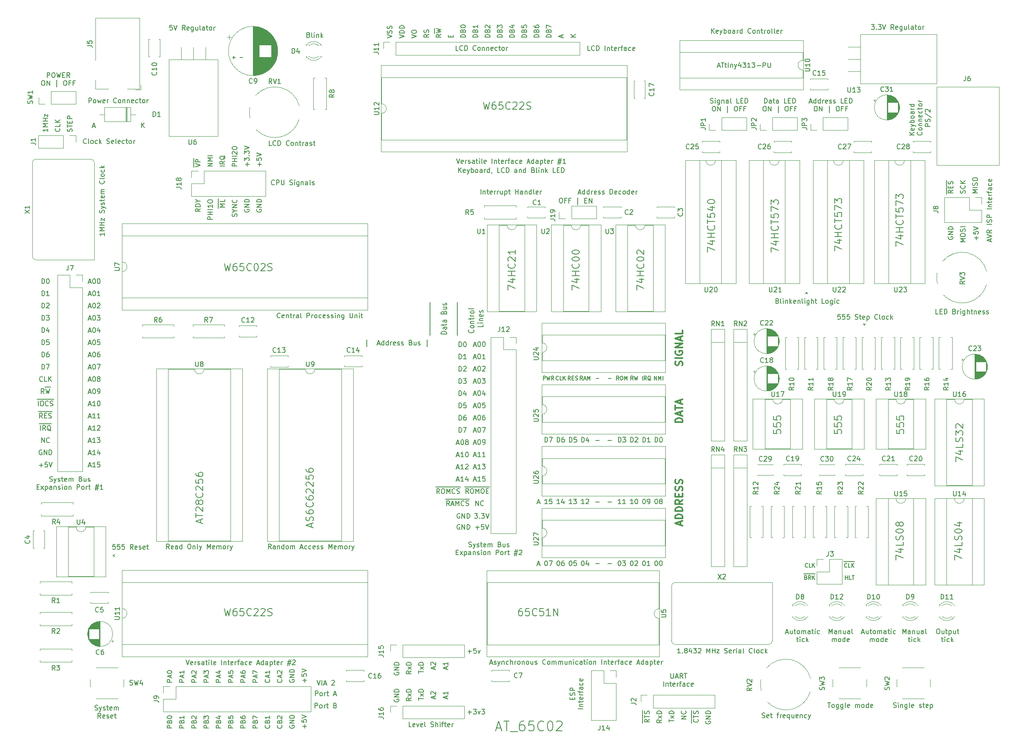
<source format=gto>
G04 #@! TF.GenerationSoftware,KiCad,Pcbnew,(5.1.9)-1*
G04 #@! TF.CreationDate,2022-11-15T19:38:22+00:00*
G04 #@! TF.ProjectId,AT_65C02_Computer,41545f36-3543-4303-925f-436f6d707574,rev?*
G04 #@! TF.SameCoordinates,Original*
G04 #@! TF.FileFunction,Legend,Top*
G04 #@! TF.FilePolarity,Positive*
%FSLAX46Y46*%
G04 Gerber Fmt 4.6, Leading zero omitted, Abs format (unit mm)*
G04 Created by KiCad (PCBNEW (5.1.9)-1) date 2022-11-15 19:38:22*
%MOMM*%
%LPD*%
G01*
G04 APERTURE LIST*
%ADD10C,0.150000*%
%ADD11C,0.153000*%
%ADD12C,0.200000*%
%ADD13C,0.300000*%
%ADD14C,0.120000*%
G04 APERTURE END LIST*
D10*
X162216190Y-30766666D02*
X162692380Y-30766666D01*
X162120952Y-31052380D02*
X162454285Y-30052380D01*
X162787619Y-31052380D01*
X162978095Y-30052380D02*
X163549523Y-30052380D01*
X163263809Y-31052380D02*
X163263809Y-30052380D01*
X163740000Y-30385714D02*
X164120952Y-30385714D01*
X163882857Y-30052380D02*
X163882857Y-30909523D01*
X163930476Y-31004761D01*
X164025714Y-31052380D01*
X164120952Y-31052380D01*
X164454285Y-31052380D02*
X164454285Y-30385714D01*
X164454285Y-30052380D02*
X164406666Y-30100000D01*
X164454285Y-30147619D01*
X164501904Y-30100000D01*
X164454285Y-30052380D01*
X164454285Y-30147619D01*
X164930476Y-30385714D02*
X164930476Y-31052380D01*
X164930476Y-30480952D02*
X164978095Y-30433333D01*
X165073333Y-30385714D01*
X165216190Y-30385714D01*
X165311428Y-30433333D01*
X165359047Y-30528571D01*
X165359047Y-31052380D01*
X165740000Y-30385714D02*
X165978095Y-31052380D01*
X166216190Y-30385714D02*
X165978095Y-31052380D01*
X165882857Y-31290476D01*
X165835238Y-31338095D01*
X165740000Y-31385714D01*
X167025714Y-30385714D02*
X167025714Y-31052380D01*
X166787619Y-30004761D02*
X166549523Y-30719047D01*
X167168571Y-30719047D01*
X167454285Y-30052380D02*
X168073333Y-30052380D01*
X167740000Y-30433333D01*
X167882857Y-30433333D01*
X167978095Y-30480952D01*
X168025714Y-30528571D01*
X168073333Y-30623809D01*
X168073333Y-30861904D01*
X168025714Y-30957142D01*
X167978095Y-31004761D01*
X167882857Y-31052380D01*
X167597142Y-31052380D01*
X167501904Y-31004761D01*
X167454285Y-30957142D01*
X169025714Y-31052380D02*
X168454285Y-31052380D01*
X168740000Y-31052380D02*
X168740000Y-30052380D01*
X168644761Y-30195238D01*
X168549523Y-30290476D01*
X168454285Y-30338095D01*
X169359047Y-30052380D02*
X169978095Y-30052380D01*
X169644761Y-30433333D01*
X169787619Y-30433333D01*
X169882857Y-30480952D01*
X169930476Y-30528571D01*
X169978095Y-30623809D01*
X169978095Y-30861904D01*
X169930476Y-30957142D01*
X169882857Y-31004761D01*
X169787619Y-31052380D01*
X169501904Y-31052380D01*
X169406666Y-31004761D01*
X169359047Y-30957142D01*
X170406666Y-30671428D02*
X171168571Y-30671428D01*
X171644761Y-31052380D02*
X171644761Y-30052380D01*
X172025714Y-30052380D01*
X172120952Y-30100000D01*
X172168571Y-30147619D01*
X172216190Y-30242857D01*
X172216190Y-30385714D01*
X172168571Y-30480952D01*
X172120952Y-30528571D01*
X172025714Y-30576190D01*
X171644761Y-30576190D01*
X172644761Y-30052380D02*
X172644761Y-30861904D01*
X172692380Y-30957142D01*
X172740000Y-31004761D01*
X172835238Y-31052380D01*
X173025714Y-31052380D01*
X173120952Y-31004761D01*
X173168571Y-30957142D01*
X173216190Y-30861904D01*
X173216190Y-30052380D01*
X32522976Y-43286666D02*
X32999166Y-43286666D01*
X32427738Y-43572380D02*
X32761071Y-42572380D01*
X33094404Y-43572380D01*
X42675595Y-43572380D02*
X42675595Y-42572380D01*
X43247023Y-43572380D02*
X42818452Y-43000952D01*
X43247023Y-42572380D02*
X42675595Y-43143809D01*
D11*
X129623333Y-58178880D02*
X129813809Y-58178880D01*
X129909047Y-58226500D01*
X130004285Y-58321738D01*
X130051904Y-58512214D01*
X130051904Y-58845547D01*
X130004285Y-59036023D01*
X129909047Y-59131261D01*
X129813809Y-59178880D01*
X129623333Y-59178880D01*
X129528095Y-59131261D01*
X129432857Y-59036023D01*
X129385238Y-58845547D01*
X129385238Y-58512214D01*
X129432857Y-58321738D01*
X129528095Y-58226500D01*
X129623333Y-58178880D01*
X130813809Y-58655071D02*
X130480476Y-58655071D01*
X130480476Y-59178880D02*
X130480476Y-58178880D01*
X130956666Y-58178880D01*
X131670952Y-58655071D02*
X131337619Y-58655071D01*
X131337619Y-59178880D02*
X131337619Y-58178880D01*
X131813809Y-58178880D01*
X133194761Y-59512214D02*
X133194761Y-58083642D01*
X134670952Y-58655071D02*
X135004285Y-58655071D01*
X135147142Y-59178880D02*
X134670952Y-59178880D01*
X134670952Y-58178880D01*
X135147142Y-58178880D01*
X135575714Y-59178880D02*
X135575714Y-58178880D01*
X136147142Y-59178880D01*
X136147142Y-58178880D01*
D10*
X37085238Y-132590476D02*
X36799523Y-132400000D01*
X37085238Y-132209523D01*
X37217142Y-130072380D02*
X36740952Y-130072380D01*
X36693333Y-130548571D01*
X36740952Y-130500952D01*
X36836190Y-130453333D01*
X37074285Y-130453333D01*
X37169523Y-130500952D01*
X37217142Y-130548571D01*
X37264761Y-130643809D01*
X37264761Y-130881904D01*
X37217142Y-130977142D01*
X37169523Y-131024761D01*
X37074285Y-131072380D01*
X36836190Y-131072380D01*
X36740952Y-131024761D01*
X36693333Y-130977142D01*
X38169523Y-130072380D02*
X37693333Y-130072380D01*
X37645714Y-130548571D01*
X37693333Y-130500952D01*
X37788571Y-130453333D01*
X38026666Y-130453333D01*
X38121904Y-130500952D01*
X38169523Y-130548571D01*
X38217142Y-130643809D01*
X38217142Y-130881904D01*
X38169523Y-130977142D01*
X38121904Y-131024761D01*
X38026666Y-131072380D01*
X37788571Y-131072380D01*
X37693333Y-131024761D01*
X37645714Y-130977142D01*
X39121904Y-130072380D02*
X38645714Y-130072380D01*
X38598095Y-130548571D01*
X38645714Y-130500952D01*
X38740952Y-130453333D01*
X38979047Y-130453333D01*
X39074285Y-130500952D01*
X39121904Y-130548571D01*
X39169523Y-130643809D01*
X39169523Y-130881904D01*
X39121904Y-130977142D01*
X39074285Y-131024761D01*
X38979047Y-131072380D01*
X38740952Y-131072380D01*
X38645714Y-131024761D01*
X38598095Y-130977142D01*
X40931428Y-131072380D02*
X40598095Y-130596190D01*
X40360000Y-131072380D02*
X40360000Y-130072380D01*
X40740952Y-130072380D01*
X40836190Y-130120000D01*
X40883809Y-130167619D01*
X40931428Y-130262857D01*
X40931428Y-130405714D01*
X40883809Y-130500952D01*
X40836190Y-130548571D01*
X40740952Y-130596190D01*
X40360000Y-130596190D01*
X41740952Y-131024761D02*
X41645714Y-131072380D01*
X41455238Y-131072380D01*
X41360000Y-131024761D01*
X41312380Y-130929523D01*
X41312380Y-130548571D01*
X41360000Y-130453333D01*
X41455238Y-130405714D01*
X41645714Y-130405714D01*
X41740952Y-130453333D01*
X41788571Y-130548571D01*
X41788571Y-130643809D01*
X41312380Y-130739047D01*
X42169523Y-131024761D02*
X42264761Y-131072380D01*
X42455238Y-131072380D01*
X42550476Y-131024761D01*
X42598095Y-130929523D01*
X42598095Y-130881904D01*
X42550476Y-130786666D01*
X42455238Y-130739047D01*
X42312380Y-130739047D01*
X42217142Y-130691428D01*
X42169523Y-130596190D01*
X42169523Y-130548571D01*
X42217142Y-130453333D01*
X42312380Y-130405714D01*
X42455238Y-130405714D01*
X42550476Y-130453333D01*
X43407619Y-131024761D02*
X43312380Y-131072380D01*
X43121904Y-131072380D01*
X43026666Y-131024761D01*
X42979047Y-130929523D01*
X42979047Y-130548571D01*
X43026666Y-130453333D01*
X43121904Y-130405714D01*
X43312380Y-130405714D01*
X43407619Y-130453333D01*
X43455238Y-130548571D01*
X43455238Y-130643809D01*
X42979047Y-130739047D01*
X43740952Y-130405714D02*
X44121904Y-130405714D01*
X43883809Y-130072380D02*
X43883809Y-130929523D01*
X43931428Y-131024761D01*
X44026666Y-131072380D01*
X44121904Y-131072380D01*
X111786190Y-123658380D02*
X112405238Y-123658380D01*
X112071904Y-124039333D01*
X112214761Y-124039333D01*
X112310000Y-124086952D01*
X112357619Y-124134571D01*
X112405238Y-124229809D01*
X112405238Y-124467904D01*
X112357619Y-124563142D01*
X112310000Y-124610761D01*
X112214761Y-124658380D01*
X111929047Y-124658380D01*
X111833809Y-124610761D01*
X111786190Y-124563142D01*
X112833809Y-124563142D02*
X112881428Y-124610761D01*
X112833809Y-124658380D01*
X112786190Y-124610761D01*
X112833809Y-124563142D01*
X112833809Y-124658380D01*
X113214761Y-123658380D02*
X113833809Y-123658380D01*
X113500476Y-124039333D01*
X113643333Y-124039333D01*
X113738571Y-124086952D01*
X113786190Y-124134571D01*
X113833809Y-124229809D01*
X113833809Y-124467904D01*
X113786190Y-124563142D01*
X113738571Y-124610761D01*
X113643333Y-124658380D01*
X113357619Y-124658380D01*
X113262381Y-124610761D01*
X113214761Y-124563142D01*
X114119523Y-123658380D02*
X114452857Y-124658380D01*
X114786190Y-123658380D01*
X111998285Y-126563428D02*
X112760190Y-126563428D01*
X112379238Y-126944380D02*
X112379238Y-126182476D01*
X113712571Y-125944380D02*
X113236380Y-125944380D01*
X113188761Y-126420571D01*
X113236380Y-126372952D01*
X113331619Y-126325333D01*
X113569714Y-126325333D01*
X113664952Y-126372952D01*
X113712571Y-126420571D01*
X113760190Y-126515809D01*
X113760190Y-126753904D01*
X113712571Y-126849142D01*
X113664952Y-126896761D01*
X113569714Y-126944380D01*
X113331619Y-126944380D01*
X113236380Y-126896761D01*
X113188761Y-126849142D01*
X114045904Y-125944380D02*
X114379238Y-126944380D01*
X114712571Y-125944380D01*
X108712095Y-125992000D02*
X108616857Y-125944380D01*
X108474000Y-125944380D01*
X108331142Y-125992000D01*
X108235904Y-126087238D01*
X108188285Y-126182476D01*
X108140666Y-126372952D01*
X108140666Y-126515809D01*
X108188285Y-126706285D01*
X108235904Y-126801523D01*
X108331142Y-126896761D01*
X108474000Y-126944380D01*
X108569238Y-126944380D01*
X108712095Y-126896761D01*
X108759714Y-126849142D01*
X108759714Y-126515809D01*
X108569238Y-126515809D01*
X109188285Y-126944380D02*
X109188285Y-125944380D01*
X109759714Y-126944380D01*
X109759714Y-125944380D01*
X110235904Y-126944380D02*
X110235904Y-125944380D01*
X110474000Y-125944380D01*
X110616857Y-125992000D01*
X110712095Y-126087238D01*
X110759714Y-126182476D01*
X110807333Y-126372952D01*
X110807333Y-126515809D01*
X110759714Y-126706285D01*
X110712095Y-126801523D01*
X110616857Y-126896761D01*
X110474000Y-126944380D01*
X110235904Y-126944380D01*
X108712095Y-123706000D02*
X108616857Y-123658380D01*
X108474000Y-123658380D01*
X108331142Y-123706000D01*
X108235904Y-123801238D01*
X108188285Y-123896476D01*
X108140666Y-124086952D01*
X108140666Y-124229809D01*
X108188285Y-124420285D01*
X108235904Y-124515523D01*
X108331142Y-124610761D01*
X108474000Y-124658380D01*
X108569238Y-124658380D01*
X108712095Y-124610761D01*
X108759714Y-124563142D01*
X108759714Y-124229809D01*
X108569238Y-124229809D01*
X109188285Y-124658380D02*
X109188285Y-123658380D01*
X109759714Y-124658380D01*
X109759714Y-123658380D01*
X110235904Y-124658380D02*
X110235904Y-123658380D01*
X110474000Y-123658380D01*
X110616857Y-123706000D01*
X110712095Y-123801238D01*
X110759714Y-123896476D01*
X110807333Y-124086952D01*
X110807333Y-124229809D01*
X110759714Y-124420285D01*
X110712095Y-124515523D01*
X110616857Y-124610761D01*
X110474000Y-124658380D01*
X110235904Y-124658380D01*
X105793809Y-120645000D02*
X106793809Y-120645000D01*
X106603333Y-122012380D02*
X106270000Y-121536190D01*
X106031904Y-122012380D02*
X106031904Y-121012380D01*
X106412857Y-121012380D01*
X106508095Y-121060000D01*
X106555714Y-121107619D01*
X106603333Y-121202857D01*
X106603333Y-121345714D01*
X106555714Y-121440952D01*
X106508095Y-121488571D01*
X106412857Y-121536190D01*
X106031904Y-121536190D01*
X106793809Y-120645000D02*
X107650952Y-120645000D01*
X106984285Y-121726666D02*
X107460476Y-121726666D01*
X106889047Y-122012380D02*
X107222380Y-121012380D01*
X107555714Y-122012380D01*
X107650952Y-120645000D02*
X108793809Y-120645000D01*
X107889047Y-122012380D02*
X107889047Y-121012380D01*
X108222380Y-121726666D01*
X108555714Y-121012380D01*
X108555714Y-122012380D01*
X108793809Y-120645000D02*
X109793809Y-120645000D01*
X109603333Y-121917142D02*
X109555714Y-121964761D01*
X109412857Y-122012380D01*
X109317619Y-122012380D01*
X109174761Y-121964761D01*
X109079523Y-121869523D01*
X109031904Y-121774285D01*
X108984285Y-121583809D01*
X108984285Y-121440952D01*
X109031904Y-121250476D01*
X109079523Y-121155238D01*
X109174761Y-121060000D01*
X109317619Y-121012380D01*
X109412857Y-121012380D01*
X109555714Y-121060000D01*
X109603333Y-121107619D01*
X109793809Y-120645000D02*
X110746190Y-120645000D01*
X109984285Y-121964761D02*
X110127142Y-122012380D01*
X110365238Y-122012380D01*
X110460476Y-121964761D01*
X110508095Y-121917142D01*
X110555714Y-121821904D01*
X110555714Y-121726666D01*
X110508095Y-121631428D01*
X110460476Y-121583809D01*
X110365238Y-121536190D01*
X110174761Y-121488571D01*
X110079523Y-121440952D01*
X110031904Y-121393333D01*
X109984285Y-121298095D01*
X109984285Y-121202857D01*
X110031904Y-121107619D01*
X110079523Y-121060000D01*
X110174761Y-121012380D01*
X110412857Y-121012380D01*
X110555714Y-121060000D01*
X70256666Y-55327142D02*
X70209047Y-55374761D01*
X70066190Y-55422380D01*
X69970952Y-55422380D01*
X69828095Y-55374761D01*
X69732857Y-55279523D01*
X69685238Y-55184285D01*
X69637619Y-54993809D01*
X69637619Y-54850952D01*
X69685238Y-54660476D01*
X69732857Y-54565238D01*
X69828095Y-54470000D01*
X69970952Y-54422380D01*
X70066190Y-54422380D01*
X70209047Y-54470000D01*
X70256666Y-54517619D01*
X70685238Y-55422380D02*
X70685238Y-54422380D01*
X71066190Y-54422380D01*
X71161428Y-54470000D01*
X71209047Y-54517619D01*
X71256666Y-54612857D01*
X71256666Y-54755714D01*
X71209047Y-54850952D01*
X71161428Y-54898571D01*
X71066190Y-54946190D01*
X70685238Y-54946190D01*
X71685238Y-54422380D02*
X71685238Y-55231904D01*
X71732857Y-55327142D01*
X71780476Y-55374761D01*
X71875714Y-55422380D01*
X72066190Y-55422380D01*
X72161428Y-55374761D01*
X72209047Y-55327142D01*
X72256666Y-55231904D01*
X72256666Y-54422380D01*
X73447142Y-55374761D02*
X73590000Y-55422380D01*
X73828095Y-55422380D01*
X73923333Y-55374761D01*
X73970952Y-55327142D01*
X74018571Y-55231904D01*
X74018571Y-55136666D01*
X73970952Y-55041428D01*
X73923333Y-54993809D01*
X73828095Y-54946190D01*
X73637619Y-54898571D01*
X73542380Y-54850952D01*
X73494761Y-54803333D01*
X73447142Y-54708095D01*
X73447142Y-54612857D01*
X73494761Y-54517619D01*
X73542380Y-54470000D01*
X73637619Y-54422380D01*
X73875714Y-54422380D01*
X74018571Y-54470000D01*
X74447142Y-55422380D02*
X74447142Y-54755714D01*
X74447142Y-54422380D02*
X74399523Y-54470000D01*
X74447142Y-54517619D01*
X74494761Y-54470000D01*
X74447142Y-54422380D01*
X74447142Y-54517619D01*
X75351904Y-54755714D02*
X75351904Y-55565238D01*
X75304285Y-55660476D01*
X75256666Y-55708095D01*
X75161428Y-55755714D01*
X75018571Y-55755714D01*
X74923333Y-55708095D01*
X75351904Y-55374761D02*
X75256666Y-55422380D01*
X75066190Y-55422380D01*
X74970952Y-55374761D01*
X74923333Y-55327142D01*
X74875714Y-55231904D01*
X74875714Y-54946190D01*
X74923333Y-54850952D01*
X74970952Y-54803333D01*
X75066190Y-54755714D01*
X75256666Y-54755714D01*
X75351904Y-54803333D01*
X75828095Y-54755714D02*
X75828095Y-55422380D01*
X75828095Y-54850952D02*
X75875714Y-54803333D01*
X75970952Y-54755714D01*
X76113809Y-54755714D01*
X76209047Y-54803333D01*
X76256666Y-54898571D01*
X76256666Y-55422380D01*
X77161428Y-55422380D02*
X77161428Y-54898571D01*
X77113809Y-54803333D01*
X77018571Y-54755714D01*
X76828095Y-54755714D01*
X76732857Y-54803333D01*
X77161428Y-55374761D02*
X77066190Y-55422380D01*
X76828095Y-55422380D01*
X76732857Y-55374761D01*
X76685238Y-55279523D01*
X76685238Y-55184285D01*
X76732857Y-55089047D01*
X76828095Y-55041428D01*
X77066190Y-55041428D01*
X77161428Y-54993809D01*
X77780476Y-55422380D02*
X77685238Y-55374761D01*
X77637619Y-55279523D01*
X77637619Y-54422380D01*
X78113809Y-55374761D02*
X78209047Y-55422380D01*
X78399523Y-55422380D01*
X78494761Y-55374761D01*
X78542380Y-55279523D01*
X78542380Y-55231904D01*
X78494761Y-55136666D01*
X78399523Y-55089047D01*
X78256666Y-55089047D01*
X78161428Y-55041428D01*
X78113809Y-54946190D01*
X78113809Y-54898571D01*
X78161428Y-54803333D01*
X78256666Y-54755714D01*
X78399523Y-54755714D01*
X78494761Y-54803333D01*
D12*
X116330952Y-168183333D02*
X117283333Y-168183333D01*
X116140476Y-168754761D02*
X116807142Y-166754761D01*
X117473809Y-168754761D01*
X117854761Y-166754761D02*
X118997619Y-166754761D01*
X118426190Y-168754761D02*
X118426190Y-166754761D01*
X119188095Y-168945238D02*
X120711904Y-168945238D01*
X122045238Y-166754761D02*
X121664285Y-166754761D01*
X121473809Y-166850000D01*
X121378571Y-166945238D01*
X121188095Y-167230952D01*
X121092857Y-167611904D01*
X121092857Y-168373809D01*
X121188095Y-168564285D01*
X121283333Y-168659523D01*
X121473809Y-168754761D01*
X121854761Y-168754761D01*
X122045238Y-168659523D01*
X122140476Y-168564285D01*
X122235714Y-168373809D01*
X122235714Y-167897619D01*
X122140476Y-167707142D01*
X122045238Y-167611904D01*
X121854761Y-167516666D01*
X121473809Y-167516666D01*
X121283333Y-167611904D01*
X121188095Y-167707142D01*
X121092857Y-167897619D01*
X124045238Y-166754761D02*
X123092857Y-166754761D01*
X122997619Y-167707142D01*
X123092857Y-167611904D01*
X123283333Y-167516666D01*
X123759523Y-167516666D01*
X123950000Y-167611904D01*
X124045238Y-167707142D01*
X124140476Y-167897619D01*
X124140476Y-168373809D01*
X124045238Y-168564285D01*
X123950000Y-168659523D01*
X123759523Y-168754761D01*
X123283333Y-168754761D01*
X123092857Y-168659523D01*
X122997619Y-168564285D01*
X126140476Y-168564285D02*
X126045238Y-168659523D01*
X125759523Y-168754761D01*
X125569047Y-168754761D01*
X125283333Y-168659523D01*
X125092857Y-168469047D01*
X124997619Y-168278571D01*
X124902380Y-167897619D01*
X124902380Y-167611904D01*
X124997619Y-167230952D01*
X125092857Y-167040476D01*
X125283333Y-166850000D01*
X125569047Y-166754761D01*
X125759523Y-166754761D01*
X126045238Y-166850000D01*
X126140476Y-166945238D01*
X127378571Y-166754761D02*
X127569047Y-166754761D01*
X127759523Y-166850000D01*
X127854761Y-166945238D01*
X127950000Y-167135714D01*
X128045238Y-167516666D01*
X128045238Y-167992857D01*
X127950000Y-168373809D01*
X127854761Y-168564285D01*
X127759523Y-168659523D01*
X127569047Y-168754761D01*
X127378571Y-168754761D01*
X127188095Y-168659523D01*
X127092857Y-168564285D01*
X126997619Y-168373809D01*
X126902380Y-167992857D01*
X126902380Y-167516666D01*
X126997619Y-167135714D01*
X127092857Y-166945238D01*
X127188095Y-166850000D01*
X127378571Y-166754761D01*
X128807142Y-166945238D02*
X128902380Y-166850000D01*
X129092857Y-166754761D01*
X129569047Y-166754761D01*
X129759523Y-166850000D01*
X129854761Y-166945238D01*
X129950000Y-167135714D01*
X129950000Y-167326190D01*
X129854761Y-167611904D01*
X128711904Y-168754761D01*
X129950000Y-168754761D01*
D10*
X174645714Y-79518571D02*
X174788571Y-79566190D01*
X174836190Y-79613809D01*
X174883809Y-79709047D01*
X174883809Y-79851904D01*
X174836190Y-79947142D01*
X174788571Y-79994761D01*
X174693333Y-80042380D01*
X174312380Y-80042380D01*
X174312380Y-79042380D01*
X174645714Y-79042380D01*
X174740952Y-79090000D01*
X174788571Y-79137619D01*
X174836190Y-79232857D01*
X174836190Y-79328095D01*
X174788571Y-79423333D01*
X174740952Y-79470952D01*
X174645714Y-79518571D01*
X174312380Y-79518571D01*
X175455238Y-80042380D02*
X175360000Y-79994761D01*
X175312380Y-79899523D01*
X175312380Y-79042380D01*
X175836190Y-80042380D02*
X175836190Y-79375714D01*
X175836190Y-79042380D02*
X175788571Y-79090000D01*
X175836190Y-79137619D01*
X175883809Y-79090000D01*
X175836190Y-79042380D01*
X175836190Y-79137619D01*
X176312380Y-79375714D02*
X176312380Y-80042380D01*
X176312380Y-79470952D02*
X176360000Y-79423333D01*
X176455238Y-79375714D01*
X176598095Y-79375714D01*
X176693333Y-79423333D01*
X176740952Y-79518571D01*
X176740952Y-80042380D01*
X177217142Y-80042380D02*
X177217142Y-79042380D01*
X177312380Y-79661428D02*
X177598095Y-80042380D01*
X177598095Y-79375714D02*
X177217142Y-79756666D01*
X178407619Y-79994761D02*
X178312380Y-80042380D01*
X178121904Y-80042380D01*
X178026666Y-79994761D01*
X177979047Y-79899523D01*
X177979047Y-79518571D01*
X178026666Y-79423333D01*
X178121904Y-79375714D01*
X178312380Y-79375714D01*
X178407619Y-79423333D01*
X178455238Y-79518571D01*
X178455238Y-79613809D01*
X177979047Y-79709047D01*
X178883809Y-79375714D02*
X178883809Y-80042380D01*
X178883809Y-79470952D02*
X178931428Y-79423333D01*
X179026666Y-79375714D01*
X179169523Y-79375714D01*
X179264761Y-79423333D01*
X179312380Y-79518571D01*
X179312380Y-80042380D01*
X179931428Y-80042380D02*
X179836190Y-79994761D01*
X179788571Y-79899523D01*
X179788571Y-79042380D01*
X180312380Y-80042380D02*
X180312380Y-79375714D01*
X180312380Y-79042380D02*
X180264761Y-79090000D01*
X180312380Y-79137619D01*
X180360000Y-79090000D01*
X180312380Y-79042380D01*
X180312380Y-79137619D01*
X181217142Y-79375714D02*
X181217142Y-80185238D01*
X181169523Y-80280476D01*
X181121904Y-80328095D01*
X181026666Y-80375714D01*
X180883809Y-80375714D01*
X180788571Y-80328095D01*
X181217142Y-79994761D02*
X181121904Y-80042380D01*
X180931428Y-80042380D01*
X180836190Y-79994761D01*
X180788571Y-79947142D01*
X180740952Y-79851904D01*
X180740952Y-79566190D01*
X180788571Y-79470952D01*
X180836190Y-79423333D01*
X180931428Y-79375714D01*
X181121904Y-79375714D01*
X181217142Y-79423333D01*
X181693333Y-80042380D02*
X181693333Y-79042380D01*
X182121904Y-80042380D02*
X182121904Y-79518571D01*
X182074285Y-79423333D01*
X181979047Y-79375714D01*
X181836190Y-79375714D01*
X181740952Y-79423333D01*
X181693333Y-79470952D01*
X182455238Y-79375714D02*
X182836190Y-79375714D01*
X182598095Y-79042380D02*
X182598095Y-79899523D01*
X182645714Y-79994761D01*
X182740952Y-80042380D01*
X182836190Y-80042380D01*
X184407619Y-80042380D02*
X183931428Y-80042380D01*
X183931428Y-79042380D01*
X184883809Y-80042380D02*
X184788571Y-79994761D01*
X184740952Y-79947142D01*
X184693333Y-79851904D01*
X184693333Y-79566190D01*
X184740952Y-79470952D01*
X184788571Y-79423333D01*
X184883809Y-79375714D01*
X185026666Y-79375714D01*
X185121904Y-79423333D01*
X185169523Y-79470952D01*
X185217142Y-79566190D01*
X185217142Y-79851904D01*
X185169523Y-79947142D01*
X185121904Y-79994761D01*
X185026666Y-80042380D01*
X184883809Y-80042380D01*
X186074285Y-79375714D02*
X186074285Y-80185238D01*
X186026666Y-80280476D01*
X185979047Y-80328095D01*
X185883809Y-80375714D01*
X185740952Y-80375714D01*
X185645714Y-80328095D01*
X186074285Y-79994761D02*
X185979047Y-80042380D01*
X185788571Y-80042380D01*
X185693333Y-79994761D01*
X185645714Y-79947142D01*
X185598095Y-79851904D01*
X185598095Y-79566190D01*
X185645714Y-79470952D01*
X185693333Y-79423333D01*
X185788571Y-79375714D01*
X185979047Y-79375714D01*
X186074285Y-79423333D01*
X186550476Y-80042380D02*
X186550476Y-79375714D01*
X186550476Y-79042380D02*
X186502857Y-79090000D01*
X186550476Y-79137619D01*
X186598095Y-79090000D01*
X186550476Y-79042380D01*
X186550476Y-79137619D01*
X187455238Y-79994761D02*
X187360000Y-80042380D01*
X187169523Y-80042380D01*
X187074285Y-79994761D01*
X187026666Y-79947142D01*
X186979047Y-79851904D01*
X186979047Y-79566190D01*
X187026666Y-79470952D01*
X187074285Y-79423333D01*
X187169523Y-79375714D01*
X187360000Y-79375714D01*
X187455238Y-79423333D01*
X180519523Y-78015238D02*
X180710000Y-77729523D01*
X180900476Y-78015238D01*
X192880476Y-84264761D02*
X192690000Y-84550476D01*
X192499523Y-84264761D01*
D12*
X118748571Y-77248571D02*
X118748571Y-76248571D01*
X120248571Y-76891428D01*
X119248571Y-75034285D02*
X120248571Y-75034285D01*
X118677142Y-75391428D02*
X119748571Y-75748571D01*
X119748571Y-74820000D01*
X120248571Y-74248571D02*
X118748571Y-74248571D01*
X119462857Y-74248571D02*
X119462857Y-73391428D01*
X120248571Y-73391428D02*
X118748571Y-73391428D01*
X120105714Y-71820000D02*
X120177142Y-71891428D01*
X120248571Y-72105714D01*
X120248571Y-72248571D01*
X120177142Y-72462857D01*
X120034285Y-72605714D01*
X119891428Y-72677142D01*
X119605714Y-72748571D01*
X119391428Y-72748571D01*
X119105714Y-72677142D01*
X118962857Y-72605714D01*
X118820000Y-72462857D01*
X118748571Y-72248571D01*
X118748571Y-72105714D01*
X118820000Y-71891428D01*
X118891428Y-71820000D01*
X118891428Y-71248571D02*
X118820000Y-71177142D01*
X118748571Y-71034285D01*
X118748571Y-70677142D01*
X118820000Y-70534285D01*
X118891428Y-70462857D01*
X119034285Y-70391428D01*
X119177142Y-70391428D01*
X119391428Y-70462857D01*
X120248571Y-71320000D01*
X120248571Y-70391428D01*
X120248571Y-68962857D02*
X120248571Y-69820000D01*
X120248571Y-69391428D02*
X118748571Y-69391428D01*
X118962857Y-69534285D01*
X119105714Y-69677142D01*
X119177142Y-69820000D01*
X132028571Y-77248571D02*
X132028571Y-76248571D01*
X133528571Y-76891428D01*
X132528571Y-75034285D02*
X133528571Y-75034285D01*
X131957142Y-75391428D02*
X133028571Y-75748571D01*
X133028571Y-74820000D01*
X133528571Y-74248571D02*
X132028571Y-74248571D01*
X132742857Y-74248571D02*
X132742857Y-73391428D01*
X133528571Y-73391428D02*
X132028571Y-73391428D01*
X133385714Y-71820000D02*
X133457142Y-71891428D01*
X133528571Y-72105714D01*
X133528571Y-72248571D01*
X133457142Y-72462857D01*
X133314285Y-72605714D01*
X133171428Y-72677142D01*
X132885714Y-72748571D01*
X132671428Y-72748571D01*
X132385714Y-72677142D01*
X132242857Y-72605714D01*
X132100000Y-72462857D01*
X132028571Y-72248571D01*
X132028571Y-72105714D01*
X132100000Y-71891428D01*
X132171428Y-71820000D01*
X132028571Y-70891428D02*
X132028571Y-70748571D01*
X132100000Y-70605714D01*
X132171428Y-70534285D01*
X132314285Y-70462857D01*
X132600000Y-70391428D01*
X132957142Y-70391428D01*
X133242857Y-70462857D01*
X133385714Y-70534285D01*
X133457142Y-70605714D01*
X133528571Y-70748571D01*
X133528571Y-70891428D01*
X133457142Y-71034285D01*
X133385714Y-71105714D01*
X133242857Y-71177142D01*
X132957142Y-71248571D01*
X132600000Y-71248571D01*
X132314285Y-71177142D01*
X132171428Y-71105714D01*
X132100000Y-71034285D01*
X132028571Y-70891428D01*
X132028571Y-69462857D02*
X132028571Y-69320000D01*
X132100000Y-69177142D01*
X132171428Y-69105714D01*
X132314285Y-69034285D01*
X132600000Y-68962857D01*
X132957142Y-68962857D01*
X133242857Y-69034285D01*
X133385714Y-69105714D01*
X133457142Y-69177142D01*
X133528571Y-69320000D01*
X133528571Y-69462857D01*
X133457142Y-69605714D01*
X133385714Y-69677142D01*
X133242857Y-69748571D01*
X132957142Y-69820000D01*
X132600000Y-69820000D01*
X132314285Y-69748571D01*
X132171428Y-69677142D01*
X132100000Y-69605714D01*
X132028571Y-69462857D01*
X145448571Y-77248571D02*
X145448571Y-76248571D01*
X146948571Y-76891428D01*
X145948571Y-75034285D02*
X146948571Y-75034285D01*
X145377142Y-75391428D02*
X146448571Y-75748571D01*
X146448571Y-74820000D01*
X146948571Y-74248571D02*
X145448571Y-74248571D01*
X146162857Y-74248571D02*
X146162857Y-73391428D01*
X146948571Y-73391428D02*
X145448571Y-73391428D01*
X146805714Y-71820000D02*
X146877142Y-71891428D01*
X146948571Y-72105714D01*
X146948571Y-72248571D01*
X146877142Y-72462857D01*
X146734285Y-72605714D01*
X146591428Y-72677142D01*
X146305714Y-72748571D01*
X146091428Y-72748571D01*
X145805714Y-72677142D01*
X145662857Y-72605714D01*
X145520000Y-72462857D01*
X145448571Y-72248571D01*
X145448571Y-72105714D01*
X145520000Y-71891428D01*
X145591428Y-71820000D01*
X145448571Y-70891428D02*
X145448571Y-70748571D01*
X145520000Y-70605714D01*
X145591428Y-70534285D01*
X145734285Y-70462857D01*
X146020000Y-70391428D01*
X146377142Y-70391428D01*
X146662857Y-70462857D01*
X146805714Y-70534285D01*
X146877142Y-70605714D01*
X146948571Y-70748571D01*
X146948571Y-70891428D01*
X146877142Y-71034285D01*
X146805714Y-71105714D01*
X146662857Y-71177142D01*
X146377142Y-71248571D01*
X146020000Y-71248571D01*
X145734285Y-71177142D01*
X145591428Y-71105714D01*
X145520000Y-71034285D01*
X145448571Y-70891428D01*
X145591428Y-69820000D02*
X145520000Y-69748571D01*
X145448571Y-69605714D01*
X145448571Y-69248571D01*
X145520000Y-69105714D01*
X145591428Y-69034285D01*
X145734285Y-68962857D01*
X145877142Y-68962857D01*
X146091428Y-69034285D01*
X146948571Y-69891428D01*
X146948571Y-68962857D01*
X121637142Y-143358571D02*
X121351428Y-143358571D01*
X121208571Y-143430000D01*
X121137142Y-143501428D01*
X120994285Y-143715714D01*
X120922857Y-144001428D01*
X120922857Y-144572857D01*
X120994285Y-144715714D01*
X121065714Y-144787142D01*
X121208571Y-144858571D01*
X121494285Y-144858571D01*
X121637142Y-144787142D01*
X121708571Y-144715714D01*
X121780000Y-144572857D01*
X121780000Y-144215714D01*
X121708571Y-144072857D01*
X121637142Y-144001428D01*
X121494285Y-143930000D01*
X121208571Y-143930000D01*
X121065714Y-144001428D01*
X120994285Y-144072857D01*
X120922857Y-144215714D01*
X123137142Y-143358571D02*
X122422857Y-143358571D01*
X122351428Y-144072857D01*
X122422857Y-144001428D01*
X122565714Y-143930000D01*
X122922857Y-143930000D01*
X123065714Y-144001428D01*
X123137142Y-144072857D01*
X123208571Y-144215714D01*
X123208571Y-144572857D01*
X123137142Y-144715714D01*
X123065714Y-144787142D01*
X122922857Y-144858571D01*
X122565714Y-144858571D01*
X122422857Y-144787142D01*
X122351428Y-144715714D01*
X124708571Y-144715714D02*
X124637142Y-144787142D01*
X124422857Y-144858571D01*
X124280000Y-144858571D01*
X124065714Y-144787142D01*
X123922857Y-144644285D01*
X123851428Y-144501428D01*
X123780000Y-144215714D01*
X123780000Y-144001428D01*
X123851428Y-143715714D01*
X123922857Y-143572857D01*
X124065714Y-143430000D01*
X124280000Y-143358571D01*
X124422857Y-143358571D01*
X124637142Y-143430000D01*
X124708571Y-143501428D01*
X126065714Y-143358571D02*
X125351428Y-143358571D01*
X125280000Y-144072857D01*
X125351428Y-144001428D01*
X125494285Y-143930000D01*
X125851428Y-143930000D01*
X125994285Y-144001428D01*
X126065714Y-144072857D01*
X126137142Y-144215714D01*
X126137142Y-144572857D01*
X126065714Y-144715714D01*
X125994285Y-144787142D01*
X125851428Y-144858571D01*
X125494285Y-144858571D01*
X125351428Y-144787142D01*
X125280000Y-144715714D01*
X127565714Y-144858571D02*
X126708571Y-144858571D01*
X127137142Y-144858571D02*
X127137142Y-143358571D01*
X126994285Y-143572857D01*
X126851428Y-143715714D01*
X126708571Y-143787142D01*
X128208571Y-144858571D02*
X128208571Y-143358571D01*
X129065714Y-144858571D01*
X129065714Y-143358571D01*
D10*
X112024285Y-122012380D02*
X112024285Y-121012380D01*
X112595714Y-122012380D01*
X112595714Y-121012380D01*
X113643333Y-121917142D02*
X113595714Y-121964761D01*
X113452857Y-122012380D01*
X113357619Y-122012380D01*
X113214761Y-121964761D01*
X113119523Y-121869523D01*
X113071904Y-121774285D01*
X113024285Y-121583809D01*
X113024285Y-121440952D01*
X113071904Y-121250476D01*
X113119523Y-121155238D01*
X113214761Y-121060000D01*
X113357619Y-121012380D01*
X113452857Y-121012380D01*
X113595714Y-121060000D01*
X113643333Y-121107619D01*
X31730952Y-38412380D02*
X31730952Y-37412380D01*
X32111904Y-37412380D01*
X32207142Y-37460000D01*
X32254761Y-37507619D01*
X32302380Y-37602857D01*
X32302380Y-37745714D01*
X32254761Y-37840952D01*
X32207142Y-37888571D01*
X32111904Y-37936190D01*
X31730952Y-37936190D01*
X32873809Y-38412380D02*
X32778571Y-38364761D01*
X32730952Y-38317142D01*
X32683333Y-38221904D01*
X32683333Y-37936190D01*
X32730952Y-37840952D01*
X32778571Y-37793333D01*
X32873809Y-37745714D01*
X33016666Y-37745714D01*
X33111904Y-37793333D01*
X33159523Y-37840952D01*
X33207142Y-37936190D01*
X33207142Y-38221904D01*
X33159523Y-38317142D01*
X33111904Y-38364761D01*
X33016666Y-38412380D01*
X32873809Y-38412380D01*
X33540476Y-37745714D02*
X33730952Y-38412380D01*
X33921428Y-37936190D01*
X34111904Y-38412380D01*
X34302380Y-37745714D01*
X35064285Y-38364761D02*
X34969047Y-38412380D01*
X34778571Y-38412380D01*
X34683333Y-38364761D01*
X34635714Y-38269523D01*
X34635714Y-37888571D01*
X34683333Y-37793333D01*
X34778571Y-37745714D01*
X34969047Y-37745714D01*
X35064285Y-37793333D01*
X35111904Y-37888571D01*
X35111904Y-37983809D01*
X34635714Y-38079047D01*
X35540476Y-38412380D02*
X35540476Y-37745714D01*
X35540476Y-37936190D02*
X35588095Y-37840952D01*
X35635714Y-37793333D01*
X35730952Y-37745714D01*
X35826190Y-37745714D01*
X37492857Y-38317142D02*
X37445238Y-38364761D01*
X37302380Y-38412380D01*
X37207142Y-38412380D01*
X37064285Y-38364761D01*
X36969047Y-38269523D01*
X36921428Y-38174285D01*
X36873809Y-37983809D01*
X36873809Y-37840952D01*
X36921428Y-37650476D01*
X36969047Y-37555238D01*
X37064285Y-37460000D01*
X37207142Y-37412380D01*
X37302380Y-37412380D01*
X37445238Y-37460000D01*
X37492857Y-37507619D01*
X38064285Y-38412380D02*
X37969047Y-38364761D01*
X37921428Y-38317142D01*
X37873809Y-38221904D01*
X37873809Y-37936190D01*
X37921428Y-37840952D01*
X37969047Y-37793333D01*
X38064285Y-37745714D01*
X38207142Y-37745714D01*
X38302380Y-37793333D01*
X38350000Y-37840952D01*
X38397619Y-37936190D01*
X38397619Y-38221904D01*
X38350000Y-38317142D01*
X38302380Y-38364761D01*
X38207142Y-38412380D01*
X38064285Y-38412380D01*
X38826190Y-37745714D02*
X38826190Y-38412380D01*
X38826190Y-37840952D02*
X38873809Y-37793333D01*
X38969047Y-37745714D01*
X39111904Y-37745714D01*
X39207142Y-37793333D01*
X39254761Y-37888571D01*
X39254761Y-38412380D01*
X39730952Y-37745714D02*
X39730952Y-38412380D01*
X39730952Y-37840952D02*
X39778571Y-37793333D01*
X39873809Y-37745714D01*
X40016666Y-37745714D01*
X40111904Y-37793333D01*
X40159523Y-37888571D01*
X40159523Y-38412380D01*
X41016666Y-38364761D02*
X40921428Y-38412380D01*
X40730952Y-38412380D01*
X40635714Y-38364761D01*
X40588095Y-38269523D01*
X40588095Y-37888571D01*
X40635714Y-37793333D01*
X40730952Y-37745714D01*
X40921428Y-37745714D01*
X41016666Y-37793333D01*
X41064285Y-37888571D01*
X41064285Y-37983809D01*
X40588095Y-38079047D01*
X41921428Y-38364761D02*
X41826190Y-38412380D01*
X41635714Y-38412380D01*
X41540476Y-38364761D01*
X41492857Y-38317142D01*
X41445238Y-38221904D01*
X41445238Y-37936190D01*
X41492857Y-37840952D01*
X41540476Y-37793333D01*
X41635714Y-37745714D01*
X41826190Y-37745714D01*
X41921428Y-37793333D01*
X42207142Y-37745714D02*
X42588095Y-37745714D01*
X42350000Y-37412380D02*
X42350000Y-38269523D01*
X42397619Y-38364761D01*
X42492857Y-38412380D01*
X42588095Y-38412380D01*
X43064285Y-38412380D02*
X42969047Y-38364761D01*
X42921428Y-38317142D01*
X42873809Y-38221904D01*
X42873809Y-37936190D01*
X42921428Y-37840952D01*
X42969047Y-37793333D01*
X43064285Y-37745714D01*
X43207142Y-37745714D01*
X43302380Y-37793333D01*
X43350000Y-37840952D01*
X43397619Y-37936190D01*
X43397619Y-38221904D01*
X43350000Y-38317142D01*
X43302380Y-38364761D01*
X43207142Y-38412380D01*
X43064285Y-38412380D01*
X43826190Y-38412380D02*
X43826190Y-37745714D01*
X43826190Y-37936190D02*
X43873809Y-37840952D01*
X43921428Y-37793333D01*
X44016666Y-37745714D01*
X44111904Y-37745714D01*
X49043333Y-22292380D02*
X48567142Y-22292380D01*
X48519523Y-22768571D01*
X48567142Y-22720952D01*
X48662380Y-22673333D01*
X48900476Y-22673333D01*
X48995714Y-22720952D01*
X49043333Y-22768571D01*
X49090952Y-22863809D01*
X49090952Y-23101904D01*
X49043333Y-23197142D01*
X48995714Y-23244761D01*
X48900476Y-23292380D01*
X48662380Y-23292380D01*
X48567142Y-23244761D01*
X48519523Y-23197142D01*
X49376666Y-22292380D02*
X49710000Y-23292380D01*
X50043333Y-22292380D01*
X51710000Y-23292380D02*
X51376666Y-22816190D01*
X51138571Y-23292380D02*
X51138571Y-22292380D01*
X51519523Y-22292380D01*
X51614761Y-22340000D01*
X51662380Y-22387619D01*
X51710000Y-22482857D01*
X51710000Y-22625714D01*
X51662380Y-22720952D01*
X51614761Y-22768571D01*
X51519523Y-22816190D01*
X51138571Y-22816190D01*
X52519523Y-23244761D02*
X52424285Y-23292380D01*
X52233809Y-23292380D01*
X52138571Y-23244761D01*
X52090952Y-23149523D01*
X52090952Y-22768571D01*
X52138571Y-22673333D01*
X52233809Y-22625714D01*
X52424285Y-22625714D01*
X52519523Y-22673333D01*
X52567142Y-22768571D01*
X52567142Y-22863809D01*
X52090952Y-22959047D01*
X53424285Y-22625714D02*
X53424285Y-23435238D01*
X53376666Y-23530476D01*
X53329047Y-23578095D01*
X53233809Y-23625714D01*
X53090952Y-23625714D01*
X52995714Y-23578095D01*
X53424285Y-23244761D02*
X53329047Y-23292380D01*
X53138571Y-23292380D01*
X53043333Y-23244761D01*
X52995714Y-23197142D01*
X52948095Y-23101904D01*
X52948095Y-22816190D01*
X52995714Y-22720952D01*
X53043333Y-22673333D01*
X53138571Y-22625714D01*
X53329047Y-22625714D01*
X53424285Y-22673333D01*
X54329047Y-22625714D02*
X54329047Y-23292380D01*
X53900476Y-22625714D02*
X53900476Y-23149523D01*
X53948095Y-23244761D01*
X54043333Y-23292380D01*
X54186190Y-23292380D01*
X54281428Y-23244761D01*
X54329047Y-23197142D01*
X54948095Y-23292380D02*
X54852857Y-23244761D01*
X54805238Y-23149523D01*
X54805238Y-22292380D01*
X55757619Y-23292380D02*
X55757619Y-22768571D01*
X55710000Y-22673333D01*
X55614761Y-22625714D01*
X55424285Y-22625714D01*
X55329047Y-22673333D01*
X55757619Y-23244761D02*
X55662380Y-23292380D01*
X55424285Y-23292380D01*
X55329047Y-23244761D01*
X55281428Y-23149523D01*
X55281428Y-23054285D01*
X55329047Y-22959047D01*
X55424285Y-22911428D01*
X55662380Y-22911428D01*
X55757619Y-22863809D01*
X56090952Y-22625714D02*
X56471904Y-22625714D01*
X56233809Y-22292380D02*
X56233809Y-23149523D01*
X56281428Y-23244761D01*
X56376666Y-23292380D01*
X56471904Y-23292380D01*
X56948095Y-23292380D02*
X56852857Y-23244761D01*
X56805238Y-23197142D01*
X56757619Y-23101904D01*
X56757619Y-22816190D01*
X56805238Y-22720952D01*
X56852857Y-22673333D01*
X56948095Y-22625714D01*
X57090952Y-22625714D01*
X57186190Y-22673333D01*
X57233809Y-22720952D01*
X57281428Y-22816190D01*
X57281428Y-23101904D01*
X57233809Y-23197142D01*
X57186190Y-23244761D01*
X57090952Y-23292380D01*
X56948095Y-23292380D01*
X57710000Y-23292380D02*
X57710000Y-22625714D01*
X57710000Y-22816190D02*
X57757619Y-22720952D01*
X57805238Y-22673333D01*
X57900476Y-22625714D01*
X57995714Y-22625714D01*
X135779047Y-27542380D02*
X135302857Y-27542380D01*
X135302857Y-26542380D01*
X136683809Y-27447142D02*
X136636190Y-27494761D01*
X136493333Y-27542380D01*
X136398095Y-27542380D01*
X136255238Y-27494761D01*
X136160000Y-27399523D01*
X136112380Y-27304285D01*
X136064761Y-27113809D01*
X136064761Y-26970952D01*
X136112380Y-26780476D01*
X136160000Y-26685238D01*
X136255238Y-26590000D01*
X136398095Y-26542380D01*
X136493333Y-26542380D01*
X136636190Y-26590000D01*
X136683809Y-26637619D01*
X137112380Y-27542380D02*
X137112380Y-26542380D01*
X137350476Y-26542380D01*
X137493333Y-26590000D01*
X137588571Y-26685238D01*
X137636190Y-26780476D01*
X137683809Y-26970952D01*
X137683809Y-27113809D01*
X137636190Y-27304285D01*
X137588571Y-27399523D01*
X137493333Y-27494761D01*
X137350476Y-27542380D01*
X137112380Y-27542380D01*
X138874285Y-27542380D02*
X138874285Y-26542380D01*
X139350476Y-26875714D02*
X139350476Y-27542380D01*
X139350476Y-26970952D02*
X139398095Y-26923333D01*
X139493333Y-26875714D01*
X139636190Y-26875714D01*
X139731428Y-26923333D01*
X139779047Y-27018571D01*
X139779047Y-27542380D01*
X140112380Y-26875714D02*
X140493333Y-26875714D01*
X140255238Y-26542380D02*
X140255238Y-27399523D01*
X140302857Y-27494761D01*
X140398095Y-27542380D01*
X140493333Y-27542380D01*
X141207619Y-27494761D02*
X141112380Y-27542380D01*
X140921904Y-27542380D01*
X140826666Y-27494761D01*
X140779047Y-27399523D01*
X140779047Y-27018571D01*
X140826666Y-26923333D01*
X140921904Y-26875714D01*
X141112380Y-26875714D01*
X141207619Y-26923333D01*
X141255238Y-27018571D01*
X141255238Y-27113809D01*
X140779047Y-27209047D01*
X141683809Y-27542380D02*
X141683809Y-26875714D01*
X141683809Y-27066190D02*
X141731428Y-26970952D01*
X141779047Y-26923333D01*
X141874285Y-26875714D01*
X141969523Y-26875714D01*
X142160000Y-26875714D02*
X142540952Y-26875714D01*
X142302857Y-27542380D02*
X142302857Y-26685238D01*
X142350476Y-26590000D01*
X142445714Y-26542380D01*
X142540952Y-26542380D01*
X143302857Y-27542380D02*
X143302857Y-27018571D01*
X143255238Y-26923333D01*
X143160000Y-26875714D01*
X142969523Y-26875714D01*
X142874285Y-26923333D01*
X143302857Y-27494761D02*
X143207619Y-27542380D01*
X142969523Y-27542380D01*
X142874285Y-27494761D01*
X142826666Y-27399523D01*
X142826666Y-27304285D01*
X142874285Y-27209047D01*
X142969523Y-27161428D01*
X143207619Y-27161428D01*
X143302857Y-27113809D01*
X144207619Y-27494761D02*
X144112380Y-27542380D01*
X143921904Y-27542380D01*
X143826666Y-27494761D01*
X143779047Y-27447142D01*
X143731428Y-27351904D01*
X143731428Y-27066190D01*
X143779047Y-26970952D01*
X143826666Y-26923333D01*
X143921904Y-26875714D01*
X144112380Y-26875714D01*
X144207619Y-26923333D01*
X145017142Y-27494761D02*
X144921904Y-27542380D01*
X144731428Y-27542380D01*
X144636190Y-27494761D01*
X144588571Y-27399523D01*
X144588571Y-27018571D01*
X144636190Y-26923333D01*
X144731428Y-26875714D01*
X144921904Y-26875714D01*
X145017142Y-26923333D01*
X145064761Y-27018571D01*
X145064761Y-27113809D01*
X144588571Y-27209047D01*
X194137619Y-22162380D02*
X194756666Y-22162380D01*
X194423333Y-22543333D01*
X194566190Y-22543333D01*
X194661428Y-22590952D01*
X194709047Y-22638571D01*
X194756666Y-22733809D01*
X194756666Y-22971904D01*
X194709047Y-23067142D01*
X194661428Y-23114761D01*
X194566190Y-23162380D01*
X194280476Y-23162380D01*
X194185238Y-23114761D01*
X194137619Y-23067142D01*
X195185238Y-23067142D02*
X195232857Y-23114761D01*
X195185238Y-23162380D01*
X195137619Y-23114761D01*
X195185238Y-23067142D01*
X195185238Y-23162380D01*
X195566190Y-22162380D02*
X196185238Y-22162380D01*
X195851904Y-22543333D01*
X195994761Y-22543333D01*
X196090000Y-22590952D01*
X196137619Y-22638571D01*
X196185238Y-22733809D01*
X196185238Y-22971904D01*
X196137619Y-23067142D01*
X196090000Y-23114761D01*
X195994761Y-23162380D01*
X195709047Y-23162380D01*
X195613809Y-23114761D01*
X195566190Y-23067142D01*
X196470952Y-22162380D02*
X196804285Y-23162380D01*
X197137619Y-22162380D01*
X198804285Y-23162380D02*
X198470952Y-22686190D01*
X198232857Y-23162380D02*
X198232857Y-22162380D01*
X198613809Y-22162380D01*
X198709047Y-22210000D01*
X198756666Y-22257619D01*
X198804285Y-22352857D01*
X198804285Y-22495714D01*
X198756666Y-22590952D01*
X198709047Y-22638571D01*
X198613809Y-22686190D01*
X198232857Y-22686190D01*
X199613809Y-23114761D02*
X199518571Y-23162380D01*
X199328095Y-23162380D01*
X199232857Y-23114761D01*
X199185238Y-23019523D01*
X199185238Y-22638571D01*
X199232857Y-22543333D01*
X199328095Y-22495714D01*
X199518571Y-22495714D01*
X199613809Y-22543333D01*
X199661428Y-22638571D01*
X199661428Y-22733809D01*
X199185238Y-22829047D01*
X200518571Y-22495714D02*
X200518571Y-23305238D01*
X200470952Y-23400476D01*
X200423333Y-23448095D01*
X200328095Y-23495714D01*
X200185238Y-23495714D01*
X200090000Y-23448095D01*
X200518571Y-23114761D02*
X200423333Y-23162380D01*
X200232857Y-23162380D01*
X200137619Y-23114761D01*
X200090000Y-23067142D01*
X200042380Y-22971904D01*
X200042380Y-22686190D01*
X200090000Y-22590952D01*
X200137619Y-22543333D01*
X200232857Y-22495714D01*
X200423333Y-22495714D01*
X200518571Y-22543333D01*
X201423333Y-22495714D02*
X201423333Y-23162380D01*
X200994761Y-22495714D02*
X200994761Y-23019523D01*
X201042380Y-23114761D01*
X201137619Y-23162380D01*
X201280476Y-23162380D01*
X201375714Y-23114761D01*
X201423333Y-23067142D01*
X202042380Y-23162380D02*
X201947142Y-23114761D01*
X201899523Y-23019523D01*
X201899523Y-22162380D01*
X202851904Y-23162380D02*
X202851904Y-22638571D01*
X202804285Y-22543333D01*
X202709047Y-22495714D01*
X202518571Y-22495714D01*
X202423333Y-22543333D01*
X202851904Y-23114761D02*
X202756666Y-23162380D01*
X202518571Y-23162380D01*
X202423333Y-23114761D01*
X202375714Y-23019523D01*
X202375714Y-22924285D01*
X202423333Y-22829047D01*
X202518571Y-22781428D01*
X202756666Y-22781428D01*
X202851904Y-22733809D01*
X203185238Y-22495714D02*
X203566190Y-22495714D01*
X203328095Y-22162380D02*
X203328095Y-23019523D01*
X203375714Y-23114761D01*
X203470952Y-23162380D01*
X203566190Y-23162380D01*
X204042380Y-23162380D02*
X203947142Y-23114761D01*
X203899523Y-23067142D01*
X203851904Y-22971904D01*
X203851904Y-22686190D01*
X203899523Y-22590952D01*
X203947142Y-22543333D01*
X204042380Y-22495714D01*
X204185238Y-22495714D01*
X204280476Y-22543333D01*
X204328095Y-22590952D01*
X204375714Y-22686190D01*
X204375714Y-22971904D01*
X204328095Y-23067142D01*
X204280476Y-23114761D01*
X204185238Y-23162380D01*
X204042380Y-23162380D01*
X204804285Y-23162380D02*
X204804285Y-22495714D01*
X204804285Y-22686190D02*
X204851904Y-22590952D01*
X204899523Y-22543333D01*
X204994761Y-22495714D01*
X205090000Y-22495714D01*
X187693333Y-82322380D02*
X187217142Y-82322380D01*
X187169523Y-82798571D01*
X187217142Y-82750952D01*
X187312380Y-82703333D01*
X187550476Y-82703333D01*
X187645714Y-82750952D01*
X187693333Y-82798571D01*
X187740952Y-82893809D01*
X187740952Y-83131904D01*
X187693333Y-83227142D01*
X187645714Y-83274761D01*
X187550476Y-83322380D01*
X187312380Y-83322380D01*
X187217142Y-83274761D01*
X187169523Y-83227142D01*
X188645714Y-82322380D02*
X188169523Y-82322380D01*
X188121904Y-82798571D01*
X188169523Y-82750952D01*
X188264761Y-82703333D01*
X188502857Y-82703333D01*
X188598095Y-82750952D01*
X188645714Y-82798571D01*
X188693333Y-82893809D01*
X188693333Y-83131904D01*
X188645714Y-83227142D01*
X188598095Y-83274761D01*
X188502857Y-83322380D01*
X188264761Y-83322380D01*
X188169523Y-83274761D01*
X188121904Y-83227142D01*
X189598095Y-82322380D02*
X189121904Y-82322380D01*
X189074285Y-82798571D01*
X189121904Y-82750952D01*
X189217142Y-82703333D01*
X189455238Y-82703333D01*
X189550476Y-82750952D01*
X189598095Y-82798571D01*
X189645714Y-82893809D01*
X189645714Y-83131904D01*
X189598095Y-83227142D01*
X189550476Y-83274761D01*
X189455238Y-83322380D01*
X189217142Y-83322380D01*
X189121904Y-83274761D01*
X189074285Y-83227142D01*
X190788571Y-83274761D02*
X190931428Y-83322380D01*
X191169523Y-83322380D01*
X191264761Y-83274761D01*
X191312380Y-83227142D01*
X191360000Y-83131904D01*
X191360000Y-83036666D01*
X191312380Y-82941428D01*
X191264761Y-82893809D01*
X191169523Y-82846190D01*
X190979047Y-82798571D01*
X190883809Y-82750952D01*
X190836190Y-82703333D01*
X190788571Y-82608095D01*
X190788571Y-82512857D01*
X190836190Y-82417619D01*
X190883809Y-82370000D01*
X190979047Y-82322380D01*
X191217142Y-82322380D01*
X191360000Y-82370000D01*
X191645714Y-82655714D02*
X192026666Y-82655714D01*
X191788571Y-82322380D02*
X191788571Y-83179523D01*
X191836190Y-83274761D01*
X191931428Y-83322380D01*
X192026666Y-83322380D01*
X192740952Y-83274761D02*
X192645714Y-83322380D01*
X192455238Y-83322380D01*
X192360000Y-83274761D01*
X192312380Y-83179523D01*
X192312380Y-82798571D01*
X192360000Y-82703333D01*
X192455238Y-82655714D01*
X192645714Y-82655714D01*
X192740952Y-82703333D01*
X192788571Y-82798571D01*
X192788571Y-82893809D01*
X192312380Y-82989047D01*
X193217142Y-82655714D02*
X193217142Y-83655714D01*
X193217142Y-82703333D02*
X193312380Y-82655714D01*
X193502857Y-82655714D01*
X193598095Y-82703333D01*
X193645714Y-82750952D01*
X193693333Y-82846190D01*
X193693333Y-83131904D01*
X193645714Y-83227142D01*
X193598095Y-83274761D01*
X193502857Y-83322380D01*
X193312380Y-83322380D01*
X193217142Y-83274761D01*
X195455238Y-83227142D02*
X195407619Y-83274761D01*
X195264761Y-83322380D01*
X195169523Y-83322380D01*
X195026666Y-83274761D01*
X194931428Y-83179523D01*
X194883809Y-83084285D01*
X194836190Y-82893809D01*
X194836190Y-82750952D01*
X194883809Y-82560476D01*
X194931428Y-82465238D01*
X195026666Y-82370000D01*
X195169523Y-82322380D01*
X195264761Y-82322380D01*
X195407619Y-82370000D01*
X195455238Y-82417619D01*
X196026666Y-83322380D02*
X195931428Y-83274761D01*
X195883809Y-83179523D01*
X195883809Y-82322380D01*
X196550476Y-83322380D02*
X196455238Y-83274761D01*
X196407619Y-83227142D01*
X196360000Y-83131904D01*
X196360000Y-82846190D01*
X196407619Y-82750952D01*
X196455238Y-82703333D01*
X196550476Y-82655714D01*
X196693333Y-82655714D01*
X196788571Y-82703333D01*
X196836190Y-82750952D01*
X196883809Y-82846190D01*
X196883809Y-83131904D01*
X196836190Y-83227142D01*
X196788571Y-83274761D01*
X196693333Y-83322380D01*
X196550476Y-83322380D01*
X197740952Y-83274761D02*
X197645714Y-83322380D01*
X197455238Y-83322380D01*
X197360000Y-83274761D01*
X197312380Y-83227142D01*
X197264761Y-83131904D01*
X197264761Y-82846190D01*
X197312380Y-82750952D01*
X197360000Y-82703333D01*
X197455238Y-82655714D01*
X197645714Y-82655714D01*
X197740952Y-82703333D01*
X198169523Y-83322380D02*
X198169523Y-82322380D01*
X198264761Y-82941428D02*
X198550476Y-83322380D01*
X198550476Y-82655714D02*
X198169523Y-83036666D01*
D13*
X154887142Y-92921428D02*
X154958571Y-92707142D01*
X154958571Y-92350000D01*
X154887142Y-92207142D01*
X154815714Y-92135714D01*
X154672857Y-92064285D01*
X154530000Y-92064285D01*
X154387142Y-92135714D01*
X154315714Y-92207142D01*
X154244285Y-92350000D01*
X154172857Y-92635714D01*
X154101428Y-92778571D01*
X154030000Y-92850000D01*
X153887142Y-92921428D01*
X153744285Y-92921428D01*
X153601428Y-92850000D01*
X153530000Y-92778571D01*
X153458571Y-92635714D01*
X153458571Y-92278571D01*
X153530000Y-92064285D01*
X154958571Y-91421428D02*
X153458571Y-91421428D01*
X153530000Y-89921428D02*
X153458571Y-90064285D01*
X153458571Y-90278571D01*
X153530000Y-90492857D01*
X153672857Y-90635714D01*
X153815714Y-90707142D01*
X154101428Y-90778571D01*
X154315714Y-90778571D01*
X154601428Y-90707142D01*
X154744285Y-90635714D01*
X154887142Y-90492857D01*
X154958571Y-90278571D01*
X154958571Y-90135714D01*
X154887142Y-89921428D01*
X154815714Y-89850000D01*
X154315714Y-89850000D01*
X154315714Y-90135714D01*
X154958571Y-89207142D02*
X153458571Y-89207142D01*
X154958571Y-88350000D01*
X153458571Y-88350000D01*
X154530000Y-87707142D02*
X154530000Y-86992857D01*
X154958571Y-87850000D02*
X153458571Y-87350000D01*
X154958571Y-86850000D01*
X154958571Y-85635714D02*
X154958571Y-86350000D01*
X153458571Y-86350000D01*
D10*
X208037619Y-82212380D02*
X207561428Y-82212380D01*
X207561428Y-81212380D01*
X208370952Y-81688571D02*
X208704285Y-81688571D01*
X208847142Y-82212380D02*
X208370952Y-82212380D01*
X208370952Y-81212380D01*
X208847142Y-81212380D01*
X209275714Y-82212380D02*
X209275714Y-81212380D01*
X209513809Y-81212380D01*
X209656666Y-81260000D01*
X209751904Y-81355238D01*
X209799523Y-81450476D01*
X209847142Y-81640952D01*
X209847142Y-81783809D01*
X209799523Y-81974285D01*
X209751904Y-82069523D01*
X209656666Y-82164761D01*
X209513809Y-82212380D01*
X209275714Y-82212380D01*
X211370952Y-81688571D02*
X211513809Y-81736190D01*
X211561428Y-81783809D01*
X211609047Y-81879047D01*
X211609047Y-82021904D01*
X211561428Y-82117142D01*
X211513809Y-82164761D01*
X211418571Y-82212380D01*
X211037619Y-82212380D01*
X211037619Y-81212380D01*
X211370952Y-81212380D01*
X211466190Y-81260000D01*
X211513809Y-81307619D01*
X211561428Y-81402857D01*
X211561428Y-81498095D01*
X211513809Y-81593333D01*
X211466190Y-81640952D01*
X211370952Y-81688571D01*
X211037619Y-81688571D01*
X212037619Y-82212380D02*
X212037619Y-81545714D01*
X212037619Y-81736190D02*
X212085238Y-81640952D01*
X212132857Y-81593333D01*
X212228095Y-81545714D01*
X212323333Y-81545714D01*
X212656666Y-82212380D02*
X212656666Y-81545714D01*
X212656666Y-81212380D02*
X212609047Y-81260000D01*
X212656666Y-81307619D01*
X212704285Y-81260000D01*
X212656666Y-81212380D01*
X212656666Y-81307619D01*
X213561428Y-81545714D02*
X213561428Y-82355238D01*
X213513809Y-82450476D01*
X213466190Y-82498095D01*
X213370952Y-82545714D01*
X213228095Y-82545714D01*
X213132857Y-82498095D01*
X213561428Y-82164761D02*
X213466190Y-82212380D01*
X213275714Y-82212380D01*
X213180476Y-82164761D01*
X213132857Y-82117142D01*
X213085238Y-82021904D01*
X213085238Y-81736190D01*
X213132857Y-81640952D01*
X213180476Y-81593333D01*
X213275714Y-81545714D01*
X213466190Y-81545714D01*
X213561428Y-81593333D01*
X214037619Y-82212380D02*
X214037619Y-81212380D01*
X214466190Y-82212380D02*
X214466190Y-81688571D01*
X214418571Y-81593333D01*
X214323333Y-81545714D01*
X214180476Y-81545714D01*
X214085238Y-81593333D01*
X214037619Y-81640952D01*
X214799523Y-81545714D02*
X215180476Y-81545714D01*
X214942380Y-81212380D02*
X214942380Y-82069523D01*
X214990000Y-82164761D01*
X215085238Y-82212380D01*
X215180476Y-82212380D01*
X215513809Y-81545714D02*
X215513809Y-82212380D01*
X215513809Y-81640952D02*
X215561428Y-81593333D01*
X215656666Y-81545714D01*
X215799523Y-81545714D01*
X215894761Y-81593333D01*
X215942380Y-81688571D01*
X215942380Y-82212380D01*
X216799523Y-82164761D02*
X216704285Y-82212380D01*
X216513809Y-82212380D01*
X216418571Y-82164761D01*
X216370952Y-82069523D01*
X216370952Y-81688571D01*
X216418571Y-81593333D01*
X216513809Y-81545714D01*
X216704285Y-81545714D01*
X216799523Y-81593333D01*
X216847142Y-81688571D01*
X216847142Y-81783809D01*
X216370952Y-81879047D01*
X217228095Y-82164761D02*
X217323333Y-82212380D01*
X217513809Y-82212380D01*
X217609047Y-82164761D01*
X217656666Y-82069523D01*
X217656666Y-82021904D01*
X217609047Y-81926666D01*
X217513809Y-81879047D01*
X217370952Y-81879047D01*
X217275714Y-81831428D01*
X217228095Y-81736190D01*
X217228095Y-81688571D01*
X217275714Y-81593333D01*
X217370952Y-81545714D01*
X217513809Y-81545714D01*
X217609047Y-81593333D01*
X218037619Y-82164761D02*
X218132857Y-82212380D01*
X218323333Y-82212380D01*
X218418571Y-82164761D01*
X218466190Y-82069523D01*
X218466190Y-82021904D01*
X218418571Y-81926666D01*
X218323333Y-81879047D01*
X218180476Y-81879047D01*
X218085238Y-81831428D01*
X218037619Y-81736190D01*
X218037619Y-81688571D01*
X218085238Y-81593333D01*
X218180476Y-81545714D01*
X218323333Y-81545714D01*
X218418571Y-81593333D01*
D11*
X181311428Y-38180166D02*
X181787619Y-38180166D01*
X181216190Y-38465880D02*
X181549523Y-37465880D01*
X181882857Y-38465880D01*
X182644761Y-38465880D02*
X182644761Y-37465880D01*
X182644761Y-38418261D02*
X182549523Y-38465880D01*
X182359047Y-38465880D01*
X182263809Y-38418261D01*
X182216190Y-38370642D01*
X182168571Y-38275404D01*
X182168571Y-37989690D01*
X182216190Y-37894452D01*
X182263809Y-37846833D01*
X182359047Y-37799214D01*
X182549523Y-37799214D01*
X182644761Y-37846833D01*
X183549523Y-38465880D02*
X183549523Y-37465880D01*
X183549523Y-38418261D02*
X183454285Y-38465880D01*
X183263809Y-38465880D01*
X183168571Y-38418261D01*
X183120952Y-38370642D01*
X183073333Y-38275404D01*
X183073333Y-37989690D01*
X183120952Y-37894452D01*
X183168571Y-37846833D01*
X183263809Y-37799214D01*
X183454285Y-37799214D01*
X183549523Y-37846833D01*
X184025714Y-38465880D02*
X184025714Y-37799214D01*
X184025714Y-37989690D02*
X184073333Y-37894452D01*
X184120952Y-37846833D01*
X184216190Y-37799214D01*
X184311428Y-37799214D01*
X185025714Y-38418261D02*
X184930476Y-38465880D01*
X184740000Y-38465880D01*
X184644761Y-38418261D01*
X184597142Y-38323023D01*
X184597142Y-37942071D01*
X184644761Y-37846833D01*
X184740000Y-37799214D01*
X184930476Y-37799214D01*
X185025714Y-37846833D01*
X185073333Y-37942071D01*
X185073333Y-38037309D01*
X184597142Y-38132547D01*
X185454285Y-38418261D02*
X185549523Y-38465880D01*
X185740000Y-38465880D01*
X185835238Y-38418261D01*
X185882857Y-38323023D01*
X185882857Y-38275404D01*
X185835238Y-38180166D01*
X185740000Y-38132547D01*
X185597142Y-38132547D01*
X185501904Y-38084928D01*
X185454285Y-37989690D01*
X185454285Y-37942071D01*
X185501904Y-37846833D01*
X185597142Y-37799214D01*
X185740000Y-37799214D01*
X185835238Y-37846833D01*
X186263809Y-38418261D02*
X186359047Y-38465880D01*
X186549523Y-38465880D01*
X186644761Y-38418261D01*
X186692380Y-38323023D01*
X186692380Y-38275404D01*
X186644761Y-38180166D01*
X186549523Y-38132547D01*
X186406666Y-38132547D01*
X186311428Y-38084928D01*
X186263809Y-37989690D01*
X186263809Y-37942071D01*
X186311428Y-37846833D01*
X186406666Y-37799214D01*
X186549523Y-37799214D01*
X186644761Y-37846833D01*
X188359047Y-38465880D02*
X187882857Y-38465880D01*
X187882857Y-37465880D01*
X188692380Y-37942071D02*
X189025714Y-37942071D01*
X189168571Y-38465880D02*
X188692380Y-38465880D01*
X188692380Y-37465880D01*
X189168571Y-37465880D01*
X189597142Y-38465880D02*
X189597142Y-37465880D01*
X189835238Y-37465880D01*
X189978095Y-37513500D01*
X190073333Y-37608738D01*
X190120952Y-37703976D01*
X190168571Y-37894452D01*
X190168571Y-38037309D01*
X190120952Y-38227785D01*
X190073333Y-38323023D01*
X189978095Y-38418261D01*
X189835238Y-38465880D01*
X189597142Y-38465880D01*
X182501904Y-39118880D02*
X182692380Y-39118880D01*
X182787619Y-39166500D01*
X182882857Y-39261738D01*
X182930476Y-39452214D01*
X182930476Y-39785547D01*
X182882857Y-39976023D01*
X182787619Y-40071261D01*
X182692380Y-40118880D01*
X182501904Y-40118880D01*
X182406666Y-40071261D01*
X182311428Y-39976023D01*
X182263809Y-39785547D01*
X182263809Y-39452214D01*
X182311428Y-39261738D01*
X182406666Y-39166500D01*
X182501904Y-39118880D01*
X183359047Y-40118880D02*
X183359047Y-39118880D01*
X183930476Y-40118880D01*
X183930476Y-39118880D01*
X185406666Y-40452214D02*
X185406666Y-39023642D01*
X187073333Y-39118880D02*
X187263809Y-39118880D01*
X187359047Y-39166500D01*
X187454285Y-39261738D01*
X187501904Y-39452214D01*
X187501904Y-39785547D01*
X187454285Y-39976023D01*
X187359047Y-40071261D01*
X187263809Y-40118880D01*
X187073333Y-40118880D01*
X186978095Y-40071261D01*
X186882857Y-39976023D01*
X186835238Y-39785547D01*
X186835238Y-39452214D01*
X186882857Y-39261738D01*
X186978095Y-39166500D01*
X187073333Y-39118880D01*
X188263809Y-39595071D02*
X187930476Y-39595071D01*
X187930476Y-40118880D02*
X187930476Y-39118880D01*
X188406666Y-39118880D01*
X189120952Y-39595071D02*
X188787619Y-39595071D01*
X188787619Y-40118880D02*
X188787619Y-39118880D01*
X189263809Y-39118880D01*
X171959523Y-38465880D02*
X171959523Y-37465880D01*
X172197619Y-37465880D01*
X172340476Y-37513500D01*
X172435714Y-37608738D01*
X172483333Y-37703976D01*
X172530952Y-37894452D01*
X172530952Y-38037309D01*
X172483333Y-38227785D01*
X172435714Y-38323023D01*
X172340476Y-38418261D01*
X172197619Y-38465880D01*
X171959523Y-38465880D01*
X173388095Y-38465880D02*
X173388095Y-37942071D01*
X173340476Y-37846833D01*
X173245238Y-37799214D01*
X173054761Y-37799214D01*
X172959523Y-37846833D01*
X173388095Y-38418261D02*
X173292857Y-38465880D01*
X173054761Y-38465880D01*
X172959523Y-38418261D01*
X172911904Y-38323023D01*
X172911904Y-38227785D01*
X172959523Y-38132547D01*
X173054761Y-38084928D01*
X173292857Y-38084928D01*
X173388095Y-38037309D01*
X173721428Y-37799214D02*
X174102380Y-37799214D01*
X173864285Y-37465880D02*
X173864285Y-38323023D01*
X173911904Y-38418261D01*
X174007142Y-38465880D01*
X174102380Y-38465880D01*
X174864285Y-38465880D02*
X174864285Y-37942071D01*
X174816666Y-37846833D01*
X174721428Y-37799214D01*
X174530952Y-37799214D01*
X174435714Y-37846833D01*
X174864285Y-38418261D02*
X174769047Y-38465880D01*
X174530952Y-38465880D01*
X174435714Y-38418261D01*
X174388095Y-38323023D01*
X174388095Y-38227785D01*
X174435714Y-38132547D01*
X174530952Y-38084928D01*
X174769047Y-38084928D01*
X174864285Y-38037309D01*
X176578571Y-38465880D02*
X176102380Y-38465880D01*
X176102380Y-37465880D01*
X176911904Y-37942071D02*
X177245238Y-37942071D01*
X177388095Y-38465880D02*
X176911904Y-38465880D01*
X176911904Y-37465880D01*
X177388095Y-37465880D01*
X177816666Y-38465880D02*
X177816666Y-37465880D01*
X178054761Y-37465880D01*
X178197619Y-37513500D01*
X178292857Y-37608738D01*
X178340476Y-37703976D01*
X178388095Y-37894452D01*
X178388095Y-38037309D01*
X178340476Y-38227785D01*
X178292857Y-38323023D01*
X178197619Y-38418261D01*
X178054761Y-38465880D01*
X177816666Y-38465880D01*
X171911904Y-39118880D02*
X172102380Y-39118880D01*
X172197619Y-39166500D01*
X172292857Y-39261738D01*
X172340476Y-39452214D01*
X172340476Y-39785547D01*
X172292857Y-39976023D01*
X172197619Y-40071261D01*
X172102380Y-40118880D01*
X171911904Y-40118880D01*
X171816666Y-40071261D01*
X171721428Y-39976023D01*
X171673809Y-39785547D01*
X171673809Y-39452214D01*
X171721428Y-39261738D01*
X171816666Y-39166500D01*
X171911904Y-39118880D01*
X172769047Y-40118880D02*
X172769047Y-39118880D01*
X173340476Y-40118880D01*
X173340476Y-39118880D01*
X174816666Y-40452214D02*
X174816666Y-39023642D01*
X176483333Y-39118880D02*
X176673809Y-39118880D01*
X176769047Y-39166500D01*
X176864285Y-39261738D01*
X176911904Y-39452214D01*
X176911904Y-39785547D01*
X176864285Y-39976023D01*
X176769047Y-40071261D01*
X176673809Y-40118880D01*
X176483333Y-40118880D01*
X176388095Y-40071261D01*
X176292857Y-39976023D01*
X176245238Y-39785547D01*
X176245238Y-39452214D01*
X176292857Y-39261738D01*
X176388095Y-39166500D01*
X176483333Y-39118880D01*
X177673809Y-39595071D02*
X177340476Y-39595071D01*
X177340476Y-40118880D02*
X177340476Y-39118880D01*
X177816666Y-39118880D01*
X178530952Y-39595071D02*
X178197619Y-39595071D01*
X178197619Y-40118880D02*
X178197619Y-39118880D01*
X178673809Y-39118880D01*
X160739047Y-38418261D02*
X160881904Y-38465880D01*
X161120000Y-38465880D01*
X161215238Y-38418261D01*
X161262857Y-38370642D01*
X161310476Y-38275404D01*
X161310476Y-38180166D01*
X161262857Y-38084928D01*
X161215238Y-38037309D01*
X161120000Y-37989690D01*
X160929523Y-37942071D01*
X160834285Y-37894452D01*
X160786666Y-37846833D01*
X160739047Y-37751595D01*
X160739047Y-37656357D01*
X160786666Y-37561119D01*
X160834285Y-37513500D01*
X160929523Y-37465880D01*
X161167619Y-37465880D01*
X161310476Y-37513500D01*
X161739047Y-38465880D02*
X161739047Y-37799214D01*
X161739047Y-37465880D02*
X161691428Y-37513500D01*
X161739047Y-37561119D01*
X161786666Y-37513500D01*
X161739047Y-37465880D01*
X161739047Y-37561119D01*
X162643809Y-37799214D02*
X162643809Y-38608738D01*
X162596190Y-38703976D01*
X162548571Y-38751595D01*
X162453333Y-38799214D01*
X162310476Y-38799214D01*
X162215238Y-38751595D01*
X162643809Y-38418261D02*
X162548571Y-38465880D01*
X162358095Y-38465880D01*
X162262857Y-38418261D01*
X162215238Y-38370642D01*
X162167619Y-38275404D01*
X162167619Y-37989690D01*
X162215238Y-37894452D01*
X162262857Y-37846833D01*
X162358095Y-37799214D01*
X162548571Y-37799214D01*
X162643809Y-37846833D01*
X163120000Y-37799214D02*
X163120000Y-38465880D01*
X163120000Y-37894452D02*
X163167619Y-37846833D01*
X163262857Y-37799214D01*
X163405714Y-37799214D01*
X163500952Y-37846833D01*
X163548571Y-37942071D01*
X163548571Y-38465880D01*
X164453333Y-38465880D02*
X164453333Y-37942071D01*
X164405714Y-37846833D01*
X164310476Y-37799214D01*
X164120000Y-37799214D01*
X164024761Y-37846833D01*
X164453333Y-38418261D02*
X164358095Y-38465880D01*
X164120000Y-38465880D01*
X164024761Y-38418261D01*
X163977142Y-38323023D01*
X163977142Y-38227785D01*
X164024761Y-38132547D01*
X164120000Y-38084928D01*
X164358095Y-38084928D01*
X164453333Y-38037309D01*
X165072380Y-38465880D02*
X164977142Y-38418261D01*
X164929523Y-38323023D01*
X164929523Y-37465880D01*
X166691428Y-38465880D02*
X166215238Y-38465880D01*
X166215238Y-37465880D01*
X167024761Y-37942071D02*
X167358095Y-37942071D01*
X167500952Y-38465880D02*
X167024761Y-38465880D01*
X167024761Y-37465880D01*
X167500952Y-37465880D01*
X167929523Y-38465880D02*
X167929523Y-37465880D01*
X168167619Y-37465880D01*
X168310476Y-37513500D01*
X168405714Y-37608738D01*
X168453333Y-37703976D01*
X168500952Y-37894452D01*
X168500952Y-38037309D01*
X168453333Y-38227785D01*
X168405714Y-38323023D01*
X168310476Y-38418261D01*
X168167619Y-38465880D01*
X167929523Y-38465880D01*
X161381904Y-39118880D02*
X161572380Y-39118880D01*
X161667619Y-39166500D01*
X161762857Y-39261738D01*
X161810476Y-39452214D01*
X161810476Y-39785547D01*
X161762857Y-39976023D01*
X161667619Y-40071261D01*
X161572380Y-40118880D01*
X161381904Y-40118880D01*
X161286666Y-40071261D01*
X161191428Y-39976023D01*
X161143809Y-39785547D01*
X161143809Y-39452214D01*
X161191428Y-39261738D01*
X161286666Y-39166500D01*
X161381904Y-39118880D01*
X162239047Y-40118880D02*
X162239047Y-39118880D01*
X162810476Y-40118880D01*
X162810476Y-39118880D01*
X164286666Y-40452214D02*
X164286666Y-39023642D01*
X165953333Y-39118880D02*
X166143809Y-39118880D01*
X166239047Y-39166500D01*
X166334285Y-39261738D01*
X166381904Y-39452214D01*
X166381904Y-39785547D01*
X166334285Y-39976023D01*
X166239047Y-40071261D01*
X166143809Y-40118880D01*
X165953333Y-40118880D01*
X165858095Y-40071261D01*
X165762857Y-39976023D01*
X165715238Y-39785547D01*
X165715238Y-39452214D01*
X165762857Y-39261738D01*
X165858095Y-39166500D01*
X165953333Y-39118880D01*
X167143809Y-39595071D02*
X166810476Y-39595071D01*
X166810476Y-40118880D02*
X166810476Y-39118880D01*
X167286666Y-39118880D01*
X168000952Y-39595071D02*
X167667619Y-39595071D01*
X167667619Y-40118880D02*
X167667619Y-39118880D01*
X168143809Y-39118880D01*
D10*
X98622380Y-156347500D02*
X98146190Y-156680833D01*
X98622380Y-156918928D02*
X97622380Y-156918928D01*
X97622380Y-156537976D01*
X97670000Y-156442738D01*
X97717619Y-156395119D01*
X97812857Y-156347500D01*
X97955714Y-156347500D01*
X98050952Y-156395119D01*
X98098571Y-156442738D01*
X98146190Y-156537976D01*
X98146190Y-156918928D01*
X98622380Y-156014166D02*
X97955714Y-155490357D01*
X97955714Y-156014166D02*
X98622380Y-155490357D01*
X98622380Y-155109404D02*
X97622380Y-155109404D01*
X97622380Y-154871309D01*
X97670000Y-154728452D01*
X97765238Y-154633214D01*
X97860476Y-154585595D01*
X98050952Y-154537976D01*
X98193809Y-154537976D01*
X98384285Y-154585595D01*
X98479523Y-154633214D01*
X98574761Y-154728452D01*
X98622380Y-154871309D01*
X98622380Y-155109404D01*
X149103809Y-95931904D02*
X149103809Y-95131904D01*
X149560952Y-95931904D01*
X149560952Y-95131904D01*
X149941904Y-95931904D02*
X149941904Y-95131904D01*
X150208571Y-95703333D01*
X150475238Y-95131904D01*
X150475238Y-95931904D01*
X150856190Y-95931904D02*
X150856190Y-95131904D01*
X146620952Y-95931904D02*
X146620952Y-95131904D01*
X147459047Y-95931904D02*
X147192380Y-95550952D01*
X147001904Y-95931904D02*
X147001904Y-95131904D01*
X147306666Y-95131904D01*
X147382857Y-95170000D01*
X147420952Y-95208095D01*
X147459047Y-95284285D01*
X147459047Y-95398571D01*
X147420952Y-95474761D01*
X147382857Y-95512857D01*
X147306666Y-95550952D01*
X147001904Y-95550952D01*
X148335238Y-96008095D02*
X148259047Y-95970000D01*
X148182857Y-95893809D01*
X148068571Y-95779523D01*
X147992380Y-95741428D01*
X147916190Y-95741428D01*
X147954285Y-95931904D02*
X147878095Y-95893809D01*
X147801904Y-95817619D01*
X147763809Y-95665238D01*
X147763809Y-95398571D01*
X147801904Y-95246190D01*
X147878095Y-95170000D01*
X147954285Y-95131904D01*
X148106666Y-95131904D01*
X148182857Y-95170000D01*
X148259047Y-95246190D01*
X148297142Y-95398571D01*
X148297142Y-95665238D01*
X148259047Y-95817619D01*
X148182857Y-95893809D01*
X148106666Y-95931904D01*
X147954285Y-95931904D01*
X144690476Y-95931904D02*
X144423809Y-95550952D01*
X144233333Y-95931904D02*
X144233333Y-95131904D01*
X144538095Y-95131904D01*
X144614285Y-95170000D01*
X144652380Y-95208095D01*
X144690476Y-95284285D01*
X144690476Y-95398571D01*
X144652380Y-95474761D01*
X144614285Y-95512857D01*
X144538095Y-95550952D01*
X144233333Y-95550952D01*
X144957142Y-95131904D02*
X145147619Y-95931904D01*
X145300000Y-95360476D01*
X145452380Y-95931904D01*
X145642857Y-95131904D01*
D12*
X124841904Y-121369998D02*
X125318095Y-121369998D01*
X124746666Y-121655712D02*
X125080000Y-120655712D01*
X125413333Y-121655712D01*
D10*
X139439047Y-134091428D02*
X140200952Y-134091428D01*
X136899047Y-134091428D02*
X137660952Y-134091428D01*
X139439047Y-121274760D02*
X140200952Y-121274760D01*
X136899047Y-121274760D02*
X137660952Y-121274760D01*
X139439047Y-108458094D02*
X140200952Y-108458094D01*
X136899047Y-108458094D02*
X137660952Y-108458094D01*
X141731428Y-95931904D02*
X141464761Y-95550952D01*
X141274285Y-95931904D02*
X141274285Y-95131904D01*
X141579047Y-95131904D01*
X141655238Y-95170000D01*
X141693333Y-95208095D01*
X141731428Y-95284285D01*
X141731428Y-95398571D01*
X141693333Y-95474761D01*
X141655238Y-95512857D01*
X141579047Y-95550952D01*
X141274285Y-95550952D01*
X142226666Y-95131904D02*
X142379047Y-95131904D01*
X142455238Y-95170000D01*
X142531428Y-95246190D01*
X142569523Y-95398571D01*
X142569523Y-95665238D01*
X142531428Y-95817619D01*
X142455238Y-95893809D01*
X142379047Y-95931904D01*
X142226666Y-95931904D01*
X142150476Y-95893809D01*
X142074285Y-95817619D01*
X142036190Y-95665238D01*
X142036190Y-95398571D01*
X142074285Y-95246190D01*
X142150476Y-95170000D01*
X142226666Y-95131904D01*
X142912380Y-95931904D02*
X142912380Y-95131904D01*
X143179047Y-95703333D01*
X143445714Y-95131904D01*
X143445714Y-95931904D01*
X139515238Y-95627142D02*
X140124761Y-95627142D01*
X136975238Y-95627142D02*
X137584761Y-95627142D01*
X134187619Y-95931904D02*
X133920952Y-95550952D01*
X133730476Y-95931904D02*
X133730476Y-95131904D01*
X134035238Y-95131904D01*
X134111428Y-95170000D01*
X134149523Y-95208095D01*
X134187619Y-95284285D01*
X134187619Y-95398571D01*
X134149523Y-95474761D01*
X134111428Y-95512857D01*
X134035238Y-95550952D01*
X133730476Y-95550952D01*
X134492380Y-95703333D02*
X134873333Y-95703333D01*
X134416190Y-95931904D02*
X134682857Y-95131904D01*
X134949523Y-95931904D01*
X135216190Y-95931904D02*
X135216190Y-95131904D01*
X135482857Y-95703333D01*
X135749523Y-95131904D01*
X135749523Y-95931904D01*
X149456190Y-120655712D02*
X149551428Y-120655712D01*
X149646666Y-120703332D01*
X149694285Y-120750951D01*
X149741904Y-120846189D01*
X149789523Y-121036665D01*
X149789523Y-121274760D01*
X149741904Y-121465236D01*
X149694285Y-121560474D01*
X149646666Y-121608093D01*
X149551428Y-121655712D01*
X149456190Y-121655712D01*
X149360952Y-121608093D01*
X149313333Y-121560474D01*
X149265714Y-121465236D01*
X149218095Y-121274760D01*
X149218095Y-121036665D01*
X149265714Y-120846189D01*
X149313333Y-120750951D01*
X149360952Y-120703332D01*
X149456190Y-120655712D01*
X150360952Y-121084284D02*
X150265714Y-121036665D01*
X150218095Y-120989046D01*
X150170476Y-120893808D01*
X150170476Y-120846189D01*
X150218095Y-120750951D01*
X150265714Y-120703332D01*
X150360952Y-120655712D01*
X150551428Y-120655712D01*
X150646666Y-120703332D01*
X150694285Y-120750951D01*
X150741904Y-120846189D01*
X150741904Y-120893808D01*
X150694285Y-120989046D01*
X150646666Y-121036665D01*
X150551428Y-121084284D01*
X150360952Y-121084284D01*
X150265714Y-121131903D01*
X150218095Y-121179522D01*
X150170476Y-121274760D01*
X150170476Y-121465236D01*
X150218095Y-121560474D01*
X150265714Y-121608093D01*
X150360952Y-121655712D01*
X150551428Y-121655712D01*
X150646666Y-121608093D01*
X150694285Y-121560474D01*
X150741904Y-121465236D01*
X150741904Y-121274760D01*
X150694285Y-121179522D01*
X150646666Y-121131903D01*
X150551428Y-121084284D01*
X146916190Y-120655712D02*
X147011428Y-120655712D01*
X147106666Y-120703332D01*
X147154285Y-120750951D01*
X147201904Y-120846189D01*
X147249523Y-121036665D01*
X147249523Y-121274760D01*
X147201904Y-121465236D01*
X147154285Y-121560474D01*
X147106666Y-121608093D01*
X147011428Y-121655712D01*
X146916190Y-121655712D01*
X146820952Y-121608093D01*
X146773333Y-121560474D01*
X146725714Y-121465236D01*
X146678095Y-121274760D01*
X146678095Y-121036665D01*
X146725714Y-120846189D01*
X146773333Y-120750951D01*
X146820952Y-120703332D01*
X146916190Y-120655712D01*
X147725714Y-121655712D02*
X147916190Y-121655712D01*
X148011428Y-121608093D01*
X148059047Y-121560474D01*
X148154285Y-121417617D01*
X148201904Y-121227141D01*
X148201904Y-120846189D01*
X148154285Y-120750951D01*
X148106666Y-120703332D01*
X148011428Y-120655712D01*
X147820952Y-120655712D01*
X147725714Y-120703332D01*
X147678095Y-120750951D01*
X147630476Y-120846189D01*
X147630476Y-121084284D01*
X147678095Y-121179522D01*
X147725714Y-121227141D01*
X147820952Y-121274760D01*
X148011428Y-121274760D01*
X148106666Y-121227141D01*
X148154285Y-121179522D01*
X148201904Y-121084284D01*
X144709523Y-121655712D02*
X144138095Y-121655712D01*
X144423809Y-121655712D02*
X144423809Y-120655712D01*
X144328571Y-120798570D01*
X144233333Y-120893808D01*
X144138095Y-120941427D01*
X145328571Y-120655712D02*
X145423809Y-120655712D01*
X145519047Y-120703332D01*
X145566666Y-120750951D01*
X145614285Y-120846189D01*
X145661904Y-121036665D01*
X145661904Y-121274760D01*
X145614285Y-121465236D01*
X145566666Y-121560474D01*
X145519047Y-121608093D01*
X145423809Y-121655712D01*
X145328571Y-121655712D01*
X145233333Y-121608093D01*
X145185714Y-121560474D01*
X145138095Y-121465236D01*
X145090476Y-121274760D01*
X145090476Y-121036665D01*
X145138095Y-120846189D01*
X145185714Y-120750951D01*
X145233333Y-120703332D01*
X145328571Y-120655712D01*
X142169523Y-121655712D02*
X141598095Y-121655712D01*
X141883809Y-121655712D02*
X141883809Y-120655712D01*
X141788571Y-120798570D01*
X141693333Y-120893808D01*
X141598095Y-120941427D01*
X143121904Y-121655712D02*
X142550476Y-121655712D01*
X142836190Y-121655712D02*
X142836190Y-120655712D01*
X142740952Y-120798570D01*
X142645714Y-120893808D01*
X142550476Y-120941427D01*
X149456190Y-133472380D02*
X149551428Y-133472380D01*
X149646666Y-133520000D01*
X149694285Y-133567619D01*
X149741904Y-133662857D01*
X149789523Y-133853333D01*
X149789523Y-134091428D01*
X149741904Y-134281904D01*
X149694285Y-134377142D01*
X149646666Y-134424761D01*
X149551428Y-134472380D01*
X149456190Y-134472380D01*
X149360952Y-134424761D01*
X149313333Y-134377142D01*
X149265714Y-134281904D01*
X149218095Y-134091428D01*
X149218095Y-133853333D01*
X149265714Y-133662857D01*
X149313333Y-133567619D01*
X149360952Y-133520000D01*
X149456190Y-133472380D01*
X150408571Y-133472380D02*
X150503809Y-133472380D01*
X150599047Y-133520000D01*
X150646666Y-133567619D01*
X150694285Y-133662857D01*
X150741904Y-133853333D01*
X150741904Y-134091428D01*
X150694285Y-134281904D01*
X150646666Y-134377142D01*
X150599047Y-134424761D01*
X150503809Y-134472380D01*
X150408571Y-134472380D01*
X150313333Y-134424761D01*
X150265714Y-134377142D01*
X150218095Y-134281904D01*
X150170476Y-134091428D01*
X150170476Y-133853333D01*
X150218095Y-133662857D01*
X150265714Y-133567619D01*
X150313333Y-133520000D01*
X150408571Y-133472380D01*
X146916190Y-133472380D02*
X147011428Y-133472380D01*
X147106666Y-133520000D01*
X147154285Y-133567619D01*
X147201904Y-133662857D01*
X147249523Y-133853333D01*
X147249523Y-134091428D01*
X147201904Y-134281904D01*
X147154285Y-134377142D01*
X147106666Y-134424761D01*
X147011428Y-134472380D01*
X146916190Y-134472380D01*
X146820952Y-134424761D01*
X146773333Y-134377142D01*
X146725714Y-134281904D01*
X146678095Y-134091428D01*
X146678095Y-133853333D01*
X146725714Y-133662857D01*
X146773333Y-133567619D01*
X146820952Y-133520000D01*
X146916190Y-133472380D01*
X148201904Y-134472380D02*
X147630476Y-134472380D01*
X147916190Y-134472380D02*
X147916190Y-133472380D01*
X147820952Y-133615238D01*
X147725714Y-133710476D01*
X147630476Y-133758095D01*
X144376190Y-133472380D02*
X144471428Y-133472380D01*
X144566666Y-133520000D01*
X144614285Y-133567619D01*
X144661904Y-133662857D01*
X144709523Y-133853333D01*
X144709523Y-134091428D01*
X144661904Y-134281904D01*
X144614285Y-134377142D01*
X144566666Y-134424761D01*
X144471428Y-134472380D01*
X144376190Y-134472380D01*
X144280952Y-134424761D01*
X144233333Y-134377142D01*
X144185714Y-134281904D01*
X144138095Y-134091428D01*
X144138095Y-133853333D01*
X144185714Y-133662857D01*
X144233333Y-133567619D01*
X144280952Y-133520000D01*
X144376190Y-133472380D01*
X145090476Y-133567619D02*
X145138095Y-133520000D01*
X145233333Y-133472380D01*
X145471428Y-133472380D01*
X145566666Y-133520000D01*
X145614285Y-133567619D01*
X145661904Y-133662857D01*
X145661904Y-133758095D01*
X145614285Y-133900952D01*
X145042857Y-134472380D01*
X145661904Y-134472380D01*
X134216190Y-133472380D02*
X134311428Y-133472380D01*
X134406666Y-133520000D01*
X134454285Y-133567619D01*
X134501904Y-133662857D01*
X134549523Y-133853333D01*
X134549523Y-134091428D01*
X134501904Y-134281904D01*
X134454285Y-134377142D01*
X134406666Y-134424761D01*
X134311428Y-134472380D01*
X134216190Y-134472380D01*
X134120952Y-134424761D01*
X134073333Y-134377142D01*
X134025714Y-134281904D01*
X133978095Y-134091428D01*
X133978095Y-133853333D01*
X134025714Y-133662857D01*
X134073333Y-133567619D01*
X134120952Y-133520000D01*
X134216190Y-133472380D01*
X135406666Y-133805714D02*
X135406666Y-134472380D01*
X135168571Y-133424761D02*
X134930476Y-134139047D01*
X135549523Y-134139047D01*
X141836190Y-133472380D02*
X141931428Y-133472380D01*
X142026666Y-133520000D01*
X142074285Y-133567619D01*
X142121904Y-133662857D01*
X142169523Y-133853333D01*
X142169523Y-134091428D01*
X142121904Y-134281904D01*
X142074285Y-134377142D01*
X142026666Y-134424761D01*
X141931428Y-134472380D01*
X141836190Y-134472380D01*
X141740952Y-134424761D01*
X141693333Y-134377142D01*
X141645714Y-134281904D01*
X141598095Y-134091428D01*
X141598095Y-133853333D01*
X141645714Y-133662857D01*
X141693333Y-133567619D01*
X141740952Y-133520000D01*
X141836190Y-133472380D01*
X142502857Y-133472380D02*
X143121904Y-133472380D01*
X142788571Y-133853333D01*
X142931428Y-133853333D01*
X143026666Y-133900952D01*
X143074285Y-133948571D01*
X143121904Y-134043809D01*
X143121904Y-134281904D01*
X143074285Y-134377142D01*
X143026666Y-134424761D01*
X142931428Y-134472380D01*
X142645714Y-134472380D01*
X142550476Y-134424761D01*
X142502857Y-134377142D01*
X131676190Y-133472380D02*
X131771428Y-133472380D01*
X131866666Y-133520000D01*
X131914285Y-133567619D01*
X131961904Y-133662857D01*
X132009523Y-133853333D01*
X132009523Y-134091428D01*
X131961904Y-134281904D01*
X131914285Y-134377142D01*
X131866666Y-134424761D01*
X131771428Y-134472380D01*
X131676190Y-134472380D01*
X131580952Y-134424761D01*
X131533333Y-134377142D01*
X131485714Y-134281904D01*
X131438095Y-134091428D01*
X131438095Y-133853333D01*
X131485714Y-133662857D01*
X131533333Y-133567619D01*
X131580952Y-133520000D01*
X131676190Y-133472380D01*
X132914285Y-133472380D02*
X132438095Y-133472380D01*
X132390476Y-133948571D01*
X132438095Y-133900952D01*
X132533333Y-133853333D01*
X132771428Y-133853333D01*
X132866666Y-133900952D01*
X132914285Y-133948571D01*
X132961904Y-134043809D01*
X132961904Y-134281904D01*
X132914285Y-134377142D01*
X132866666Y-134424761D01*
X132771428Y-134472380D01*
X132533333Y-134472380D01*
X132438095Y-134424761D01*
X132390476Y-134377142D01*
X126596190Y-133472380D02*
X126691428Y-133472380D01*
X126786666Y-133520000D01*
X126834285Y-133567619D01*
X126881904Y-133662857D01*
X126929523Y-133853333D01*
X126929523Y-134091428D01*
X126881904Y-134281904D01*
X126834285Y-134377142D01*
X126786666Y-134424761D01*
X126691428Y-134472380D01*
X126596190Y-134472380D01*
X126500952Y-134424761D01*
X126453333Y-134377142D01*
X126405714Y-134281904D01*
X126358095Y-134091428D01*
X126358095Y-133853333D01*
X126405714Y-133662857D01*
X126453333Y-133567619D01*
X126500952Y-133520000D01*
X126596190Y-133472380D01*
X127262857Y-133472380D02*
X127929523Y-133472380D01*
X127500952Y-134472380D01*
X129136190Y-133472380D02*
X129231428Y-133472380D01*
X129326666Y-133520000D01*
X129374285Y-133567619D01*
X129421904Y-133662857D01*
X129469523Y-133853333D01*
X129469523Y-134091428D01*
X129421904Y-134281904D01*
X129374285Y-134377142D01*
X129326666Y-134424761D01*
X129231428Y-134472380D01*
X129136190Y-134472380D01*
X129040952Y-134424761D01*
X128993333Y-134377142D01*
X128945714Y-134281904D01*
X128898095Y-134091428D01*
X128898095Y-133853333D01*
X128945714Y-133662857D01*
X128993333Y-133567619D01*
X129040952Y-133520000D01*
X129136190Y-133472380D01*
X130326666Y-133472380D02*
X130136190Y-133472380D01*
X130040952Y-133520000D01*
X129993333Y-133567619D01*
X129898095Y-133710476D01*
X129850476Y-133900952D01*
X129850476Y-134281904D01*
X129898095Y-134377142D01*
X129945714Y-134424761D01*
X130040952Y-134472380D01*
X130231428Y-134472380D01*
X130326666Y-134424761D01*
X130374285Y-134377142D01*
X130421904Y-134281904D01*
X130421904Y-134043809D01*
X130374285Y-133948571D01*
X130326666Y-133900952D01*
X130231428Y-133853333D01*
X130040952Y-133853333D01*
X129945714Y-133900952D01*
X129898095Y-133948571D01*
X129850476Y-134043809D01*
D12*
X124841904Y-134186666D02*
X125318095Y-134186666D01*
X124746666Y-134472380D02*
X125080000Y-133472380D01*
X125413333Y-134472380D01*
D10*
X149241904Y-108839046D02*
X149241904Y-107839046D01*
X149480000Y-107839046D01*
X149622857Y-107886666D01*
X149718095Y-107981904D01*
X149765714Y-108077142D01*
X149813333Y-108267618D01*
X149813333Y-108410475D01*
X149765714Y-108600951D01*
X149718095Y-108696189D01*
X149622857Y-108791427D01*
X149480000Y-108839046D01*
X149241904Y-108839046D01*
X150432380Y-107839046D02*
X150527619Y-107839046D01*
X150622857Y-107886666D01*
X150670476Y-107934285D01*
X150718095Y-108029523D01*
X150765714Y-108219999D01*
X150765714Y-108458094D01*
X150718095Y-108648570D01*
X150670476Y-108743808D01*
X150622857Y-108791427D01*
X150527619Y-108839046D01*
X150432380Y-108839046D01*
X150337142Y-108791427D01*
X150289523Y-108743808D01*
X150241904Y-108648570D01*
X150194285Y-108458094D01*
X150194285Y-108219999D01*
X150241904Y-108029523D01*
X150289523Y-107934285D01*
X150337142Y-107886666D01*
X150432380Y-107839046D01*
X146701904Y-108839046D02*
X146701904Y-107839046D01*
X146940000Y-107839046D01*
X147082857Y-107886666D01*
X147178095Y-107981904D01*
X147225714Y-108077142D01*
X147273333Y-108267618D01*
X147273333Y-108410475D01*
X147225714Y-108600951D01*
X147178095Y-108696189D01*
X147082857Y-108791427D01*
X146940000Y-108839046D01*
X146701904Y-108839046D01*
X148225714Y-108839046D02*
X147654285Y-108839046D01*
X147940000Y-108839046D02*
X147940000Y-107839046D01*
X147844761Y-107981904D01*
X147749523Y-108077142D01*
X147654285Y-108124761D01*
X144161904Y-108839046D02*
X144161904Y-107839046D01*
X144400000Y-107839046D01*
X144542857Y-107886666D01*
X144638095Y-107981904D01*
X144685714Y-108077142D01*
X144733333Y-108267618D01*
X144733333Y-108410475D01*
X144685714Y-108600951D01*
X144638095Y-108696189D01*
X144542857Y-108791427D01*
X144400000Y-108839046D01*
X144161904Y-108839046D01*
X145114285Y-107934285D02*
X145161904Y-107886666D01*
X145257142Y-107839046D01*
X145495238Y-107839046D01*
X145590476Y-107886666D01*
X145638095Y-107934285D01*
X145685714Y-108029523D01*
X145685714Y-108124761D01*
X145638095Y-108267618D01*
X145066666Y-108839046D01*
X145685714Y-108839046D01*
X134001904Y-108839046D02*
X134001904Y-107839046D01*
X134240000Y-107839046D01*
X134382857Y-107886666D01*
X134478095Y-107981904D01*
X134525714Y-108077142D01*
X134573333Y-108267618D01*
X134573333Y-108410475D01*
X134525714Y-108600951D01*
X134478095Y-108696189D01*
X134382857Y-108791427D01*
X134240000Y-108839046D01*
X134001904Y-108839046D01*
X135430476Y-108172380D02*
X135430476Y-108839046D01*
X135192380Y-107791427D02*
X134954285Y-108505713D01*
X135573333Y-108505713D01*
X141621904Y-108839046D02*
X141621904Y-107839046D01*
X141860000Y-107839046D01*
X142002857Y-107886666D01*
X142098095Y-107981904D01*
X142145714Y-108077142D01*
X142193333Y-108267618D01*
X142193333Y-108410475D01*
X142145714Y-108600951D01*
X142098095Y-108696189D01*
X142002857Y-108791427D01*
X141860000Y-108839046D01*
X141621904Y-108839046D01*
X142526666Y-107839046D02*
X143145714Y-107839046D01*
X142812380Y-108219999D01*
X142955238Y-108219999D01*
X143050476Y-108267618D01*
X143098095Y-108315237D01*
X143145714Y-108410475D01*
X143145714Y-108648570D01*
X143098095Y-108743808D01*
X143050476Y-108791427D01*
X142955238Y-108839046D01*
X142669523Y-108839046D01*
X142574285Y-108791427D01*
X142526666Y-108743808D01*
X131461904Y-108839046D02*
X131461904Y-107839046D01*
X131700000Y-107839046D01*
X131842857Y-107886666D01*
X131938095Y-107981904D01*
X131985714Y-108077142D01*
X132033333Y-108267618D01*
X132033333Y-108410475D01*
X131985714Y-108600951D01*
X131938095Y-108696189D01*
X131842857Y-108791427D01*
X131700000Y-108839046D01*
X131461904Y-108839046D01*
X132938095Y-107839046D02*
X132461904Y-107839046D01*
X132414285Y-108315237D01*
X132461904Y-108267618D01*
X132557142Y-108219999D01*
X132795238Y-108219999D01*
X132890476Y-108267618D01*
X132938095Y-108315237D01*
X132985714Y-108410475D01*
X132985714Y-108648570D01*
X132938095Y-108743808D01*
X132890476Y-108791427D01*
X132795238Y-108839046D01*
X132557142Y-108839046D01*
X132461904Y-108791427D01*
X132414285Y-108743808D01*
X128921904Y-108839046D02*
X128921904Y-107839046D01*
X129160000Y-107839046D01*
X129302857Y-107886666D01*
X129398095Y-107981904D01*
X129445714Y-108077142D01*
X129493333Y-108267618D01*
X129493333Y-108410475D01*
X129445714Y-108600951D01*
X129398095Y-108696189D01*
X129302857Y-108791427D01*
X129160000Y-108839046D01*
X128921904Y-108839046D01*
X130350476Y-107839046D02*
X130160000Y-107839046D01*
X130064761Y-107886666D01*
X130017142Y-107934285D01*
X129921904Y-108077142D01*
X129874285Y-108267618D01*
X129874285Y-108648570D01*
X129921904Y-108743808D01*
X129969523Y-108791427D01*
X130064761Y-108839046D01*
X130255238Y-108839046D01*
X130350476Y-108791427D01*
X130398095Y-108743808D01*
X130445714Y-108648570D01*
X130445714Y-108410475D01*
X130398095Y-108315237D01*
X130350476Y-108267618D01*
X130255238Y-108219999D01*
X130064761Y-108219999D01*
X129969523Y-108267618D01*
X129921904Y-108315237D01*
X129874285Y-108410475D01*
X126381904Y-108839046D02*
X126381904Y-107839046D01*
X126620000Y-107839046D01*
X126762857Y-107886666D01*
X126858095Y-107981904D01*
X126905714Y-108077142D01*
X126953333Y-108267618D01*
X126953333Y-108410475D01*
X126905714Y-108600951D01*
X126858095Y-108696189D01*
X126762857Y-108791427D01*
X126620000Y-108839046D01*
X126381904Y-108839046D01*
X127286666Y-107839046D02*
X127953333Y-107839046D01*
X127524761Y-108839046D01*
X131704761Y-95931904D02*
X131438095Y-95550952D01*
X131247619Y-95931904D02*
X131247619Y-95131904D01*
X131552380Y-95131904D01*
X131628571Y-95170000D01*
X131666666Y-95208095D01*
X131704761Y-95284285D01*
X131704761Y-95398571D01*
X131666666Y-95474761D01*
X131628571Y-95512857D01*
X131552380Y-95550952D01*
X131247619Y-95550952D01*
X132047619Y-95512857D02*
X132314285Y-95512857D01*
X132428571Y-95931904D02*
X132047619Y-95931904D01*
X132047619Y-95131904D01*
X132428571Y-95131904D01*
X132733333Y-95893809D02*
X132847619Y-95931904D01*
X133038095Y-95931904D01*
X133114285Y-95893809D01*
X133152380Y-95855714D01*
X133190476Y-95779523D01*
X133190476Y-95703333D01*
X133152380Y-95627142D01*
X133114285Y-95589047D01*
X133038095Y-95550952D01*
X132885714Y-95512857D01*
X132809523Y-95474761D01*
X132771428Y-95436666D01*
X132733333Y-95360476D01*
X132733333Y-95284285D01*
X132771428Y-95208095D01*
X132809523Y-95170000D01*
X132885714Y-95131904D01*
X133076190Y-95131904D01*
X133190476Y-95170000D01*
X129183809Y-95855714D02*
X129145714Y-95893809D01*
X129031428Y-95931904D01*
X128955238Y-95931904D01*
X128840952Y-95893809D01*
X128764761Y-95817619D01*
X128726666Y-95741428D01*
X128688571Y-95589047D01*
X128688571Y-95474761D01*
X128726666Y-95322380D01*
X128764761Y-95246190D01*
X128840952Y-95170000D01*
X128955238Y-95131904D01*
X129031428Y-95131904D01*
X129145714Y-95170000D01*
X129183809Y-95208095D01*
X129907619Y-95931904D02*
X129526666Y-95931904D01*
X129526666Y-95131904D01*
X130174285Y-95931904D02*
X130174285Y-95131904D01*
X130631428Y-95931904D02*
X130288571Y-95474761D01*
X130631428Y-95131904D02*
X130174285Y-95589047D01*
X126053333Y-95931904D02*
X126053333Y-95131904D01*
X126358095Y-95131904D01*
X126434285Y-95170000D01*
X126472380Y-95208095D01*
X126510476Y-95284285D01*
X126510476Y-95398571D01*
X126472380Y-95474761D01*
X126434285Y-95512857D01*
X126358095Y-95550952D01*
X126053333Y-95550952D01*
X126777142Y-95131904D02*
X126967619Y-95931904D01*
X127120000Y-95360476D01*
X127272380Y-95931904D01*
X127462857Y-95131904D01*
X128224761Y-95931904D02*
X127958095Y-95550952D01*
X127767619Y-95931904D02*
X127767619Y-95131904D01*
X128072380Y-95131904D01*
X128148571Y-95170000D01*
X128186666Y-95208095D01*
X128224761Y-95284285D01*
X128224761Y-95398571D01*
X128186666Y-95474761D01*
X128148571Y-95512857D01*
X128072380Y-95550952D01*
X127767619Y-95550952D01*
D13*
X154530000Y-126034285D02*
X154530000Y-125320000D01*
X154958571Y-126177142D02*
X153458571Y-125677142D01*
X154958571Y-125177142D01*
X154958571Y-124677142D02*
X153458571Y-124677142D01*
X153458571Y-124320000D01*
X153530000Y-124105714D01*
X153672857Y-123962857D01*
X153815714Y-123891428D01*
X154101428Y-123820000D01*
X154315714Y-123820000D01*
X154601428Y-123891428D01*
X154744285Y-123962857D01*
X154887142Y-124105714D01*
X154958571Y-124320000D01*
X154958571Y-124677142D01*
X154958571Y-123177142D02*
X153458571Y-123177142D01*
X153458571Y-122820000D01*
X153530000Y-122605714D01*
X153672857Y-122462857D01*
X153815714Y-122391428D01*
X154101428Y-122320000D01*
X154315714Y-122320000D01*
X154601428Y-122391428D01*
X154744285Y-122462857D01*
X154887142Y-122605714D01*
X154958571Y-122820000D01*
X154958571Y-123177142D01*
X154958571Y-120820000D02*
X154244285Y-121320000D01*
X154958571Y-121677142D02*
X153458571Y-121677142D01*
X153458571Y-121105714D01*
X153530000Y-120962857D01*
X153601428Y-120891428D01*
X153744285Y-120820000D01*
X153958571Y-120820000D01*
X154101428Y-120891428D01*
X154172857Y-120962857D01*
X154244285Y-121105714D01*
X154244285Y-121677142D01*
X154172857Y-120177142D02*
X154172857Y-119677142D01*
X154958571Y-119462857D02*
X154958571Y-120177142D01*
X153458571Y-120177142D01*
X153458571Y-119462857D01*
X154887142Y-118891428D02*
X154958571Y-118677142D01*
X154958571Y-118320000D01*
X154887142Y-118177142D01*
X154815714Y-118105714D01*
X154672857Y-118034285D01*
X154530000Y-118034285D01*
X154387142Y-118105714D01*
X154315714Y-118177142D01*
X154244285Y-118320000D01*
X154172857Y-118605714D01*
X154101428Y-118748571D01*
X154030000Y-118820000D01*
X153887142Y-118891428D01*
X153744285Y-118891428D01*
X153601428Y-118820000D01*
X153530000Y-118748571D01*
X153458571Y-118605714D01*
X153458571Y-118248571D01*
X153530000Y-118034285D01*
X154887142Y-117462857D02*
X154958571Y-117248571D01*
X154958571Y-116891428D01*
X154887142Y-116748571D01*
X154815714Y-116677142D01*
X154672857Y-116605714D01*
X154530000Y-116605714D01*
X154387142Y-116677142D01*
X154315714Y-116748571D01*
X154244285Y-116891428D01*
X154172857Y-117177142D01*
X154101428Y-117320000D01*
X154030000Y-117391428D01*
X153887142Y-117462857D01*
X153744285Y-117462857D01*
X153601428Y-117391428D01*
X153530000Y-117320000D01*
X153458571Y-117177142D01*
X153458571Y-116820000D01*
X153530000Y-116605714D01*
X154958571Y-104680000D02*
X153458571Y-104680000D01*
X153458571Y-104322857D01*
X153530000Y-104108571D01*
X153672857Y-103965714D01*
X153815714Y-103894285D01*
X154101428Y-103822857D01*
X154315714Y-103822857D01*
X154601428Y-103894285D01*
X154744285Y-103965714D01*
X154887142Y-104108571D01*
X154958571Y-104322857D01*
X154958571Y-104680000D01*
X154530000Y-103251428D02*
X154530000Y-102537142D01*
X154958571Y-103394285D02*
X153458571Y-102894285D01*
X154958571Y-102394285D01*
X153458571Y-102108571D02*
X153458571Y-101251428D01*
X154958571Y-101680000D02*
X153458571Y-101680000D01*
X154530000Y-100822857D02*
X154530000Y-100108571D01*
X154958571Y-100965714D02*
X153458571Y-100465714D01*
X154958571Y-99965714D01*
D10*
X111619523Y-106486666D02*
X112095714Y-106486666D01*
X111524285Y-106772380D02*
X111857619Y-105772380D01*
X112190952Y-106772380D01*
X112714761Y-105772380D02*
X112810000Y-105772380D01*
X112905238Y-105820000D01*
X112952857Y-105867619D01*
X113000476Y-105962857D01*
X113048095Y-106153333D01*
X113048095Y-106391428D01*
X113000476Y-106581904D01*
X112952857Y-106677142D01*
X112905238Y-106724761D01*
X112810000Y-106772380D01*
X112714761Y-106772380D01*
X112619523Y-106724761D01*
X112571904Y-106677142D01*
X112524285Y-106581904D01*
X112476666Y-106391428D01*
X112476666Y-106153333D01*
X112524285Y-105962857D01*
X112571904Y-105867619D01*
X112619523Y-105820000D01*
X112714761Y-105772380D01*
X113381428Y-105772380D02*
X114048095Y-105772380D01*
X113619523Y-106772380D01*
X134549523Y-121655712D02*
X133978095Y-121655712D01*
X134263809Y-121655712D02*
X134263809Y-120655712D01*
X134168571Y-120798570D01*
X134073333Y-120893808D01*
X133978095Y-120941427D01*
X134930476Y-120750951D02*
X134978095Y-120703332D01*
X135073333Y-120655712D01*
X135311428Y-120655712D01*
X135406666Y-120703332D01*
X135454285Y-120750951D01*
X135501904Y-120846189D01*
X135501904Y-120941427D01*
X135454285Y-121084284D01*
X134882857Y-121655712D01*
X135501904Y-121655712D01*
X132009523Y-121655712D02*
X131438095Y-121655712D01*
X131723809Y-121655712D02*
X131723809Y-120655712D01*
X131628571Y-120798570D01*
X131533333Y-120893808D01*
X131438095Y-120941427D01*
X132342857Y-120655712D02*
X132961904Y-120655712D01*
X132628571Y-121036665D01*
X132771428Y-121036665D01*
X132866666Y-121084284D01*
X132914285Y-121131903D01*
X132961904Y-121227141D01*
X132961904Y-121465236D01*
X132914285Y-121560474D01*
X132866666Y-121608093D01*
X132771428Y-121655712D01*
X132485714Y-121655712D01*
X132390476Y-121608093D01*
X132342857Y-121560474D01*
X129469523Y-121655712D02*
X128898095Y-121655712D01*
X129183809Y-121655712D02*
X129183809Y-120655712D01*
X129088571Y-120798570D01*
X128993333Y-120893808D01*
X128898095Y-120941427D01*
X130326666Y-120989046D02*
X130326666Y-121655712D01*
X130088571Y-120608093D02*
X129850476Y-121322379D01*
X130469523Y-121322379D01*
X126929523Y-121655712D02*
X126358095Y-121655712D01*
X126643809Y-121655712D02*
X126643809Y-120655712D01*
X126548571Y-120798570D01*
X126453333Y-120893808D01*
X126358095Y-120941427D01*
X127834285Y-120655712D02*
X127358095Y-120655712D01*
X127310476Y-121131903D01*
X127358095Y-121084284D01*
X127453333Y-121036665D01*
X127691428Y-121036665D01*
X127786666Y-121084284D01*
X127834285Y-121131903D01*
X127881904Y-121227141D01*
X127881904Y-121465236D01*
X127834285Y-121560474D01*
X127786666Y-121608093D01*
X127691428Y-121655712D01*
X127453333Y-121655712D01*
X127358095Y-121608093D01*
X127310476Y-121560474D01*
X110589523Y-130529761D02*
X110732380Y-130577380D01*
X110970476Y-130577380D01*
X111065714Y-130529761D01*
X111113333Y-130482142D01*
X111160952Y-130386904D01*
X111160952Y-130291666D01*
X111113333Y-130196428D01*
X111065714Y-130148809D01*
X110970476Y-130101190D01*
X110780000Y-130053571D01*
X110684761Y-130005952D01*
X110637142Y-129958333D01*
X110589523Y-129863095D01*
X110589523Y-129767857D01*
X110637142Y-129672619D01*
X110684761Y-129625000D01*
X110780000Y-129577380D01*
X111018095Y-129577380D01*
X111160952Y-129625000D01*
X111494285Y-129910714D02*
X111732380Y-130577380D01*
X111970476Y-129910714D02*
X111732380Y-130577380D01*
X111637142Y-130815476D01*
X111589523Y-130863095D01*
X111494285Y-130910714D01*
X112303809Y-130529761D02*
X112399047Y-130577380D01*
X112589523Y-130577380D01*
X112684761Y-130529761D01*
X112732380Y-130434523D01*
X112732380Y-130386904D01*
X112684761Y-130291666D01*
X112589523Y-130244047D01*
X112446666Y-130244047D01*
X112351428Y-130196428D01*
X112303809Y-130101190D01*
X112303809Y-130053571D01*
X112351428Y-129958333D01*
X112446666Y-129910714D01*
X112589523Y-129910714D01*
X112684761Y-129958333D01*
X113018095Y-129910714D02*
X113399047Y-129910714D01*
X113160952Y-129577380D02*
X113160952Y-130434523D01*
X113208571Y-130529761D01*
X113303809Y-130577380D01*
X113399047Y-130577380D01*
X114113333Y-130529761D02*
X114018095Y-130577380D01*
X113827619Y-130577380D01*
X113732380Y-130529761D01*
X113684761Y-130434523D01*
X113684761Y-130053571D01*
X113732380Y-129958333D01*
X113827619Y-129910714D01*
X114018095Y-129910714D01*
X114113333Y-129958333D01*
X114160952Y-130053571D01*
X114160952Y-130148809D01*
X113684761Y-130244047D01*
X114589523Y-130577380D02*
X114589523Y-129910714D01*
X114589523Y-130005952D02*
X114637142Y-129958333D01*
X114732380Y-129910714D01*
X114875238Y-129910714D01*
X114970476Y-129958333D01*
X115018095Y-130053571D01*
X115018095Y-130577380D01*
X115018095Y-130053571D02*
X115065714Y-129958333D01*
X115160952Y-129910714D01*
X115303809Y-129910714D01*
X115399047Y-129958333D01*
X115446666Y-130053571D01*
X115446666Y-130577380D01*
X117018095Y-130053571D02*
X117160952Y-130101190D01*
X117208571Y-130148809D01*
X117256190Y-130244047D01*
X117256190Y-130386904D01*
X117208571Y-130482142D01*
X117160952Y-130529761D01*
X117065714Y-130577380D01*
X116684761Y-130577380D01*
X116684761Y-129577380D01*
X117018095Y-129577380D01*
X117113333Y-129625000D01*
X117160952Y-129672619D01*
X117208571Y-129767857D01*
X117208571Y-129863095D01*
X117160952Y-129958333D01*
X117113333Y-130005952D01*
X117018095Y-130053571D01*
X116684761Y-130053571D01*
X118113333Y-129910714D02*
X118113333Y-130577380D01*
X117684761Y-129910714D02*
X117684761Y-130434523D01*
X117732380Y-130529761D01*
X117827619Y-130577380D01*
X117970476Y-130577380D01*
X118065714Y-130529761D01*
X118113333Y-130482142D01*
X118541904Y-130529761D02*
X118637142Y-130577380D01*
X118827619Y-130577380D01*
X118922857Y-130529761D01*
X118970476Y-130434523D01*
X118970476Y-130386904D01*
X118922857Y-130291666D01*
X118827619Y-130244047D01*
X118684761Y-130244047D01*
X118589523Y-130196428D01*
X118541904Y-130101190D01*
X118541904Y-130053571D01*
X118589523Y-129958333D01*
X118684761Y-129910714D01*
X118827619Y-129910714D01*
X118922857Y-129958333D01*
X107970476Y-131703571D02*
X108303809Y-131703571D01*
X108446666Y-132227380D02*
X107970476Y-132227380D01*
X107970476Y-131227380D01*
X108446666Y-131227380D01*
X108780000Y-132227380D02*
X109303809Y-131560714D01*
X108780000Y-131560714D02*
X109303809Y-132227380D01*
X109684761Y-131560714D02*
X109684761Y-132560714D01*
X109684761Y-131608333D02*
X109780000Y-131560714D01*
X109970476Y-131560714D01*
X110065714Y-131608333D01*
X110113333Y-131655952D01*
X110160952Y-131751190D01*
X110160952Y-132036904D01*
X110113333Y-132132142D01*
X110065714Y-132179761D01*
X109970476Y-132227380D01*
X109780000Y-132227380D01*
X109684761Y-132179761D01*
X111018095Y-132227380D02*
X111018095Y-131703571D01*
X110970476Y-131608333D01*
X110875238Y-131560714D01*
X110684761Y-131560714D01*
X110589523Y-131608333D01*
X111018095Y-132179761D02*
X110922857Y-132227380D01*
X110684761Y-132227380D01*
X110589523Y-132179761D01*
X110541904Y-132084523D01*
X110541904Y-131989285D01*
X110589523Y-131894047D01*
X110684761Y-131846428D01*
X110922857Y-131846428D01*
X111018095Y-131798809D01*
X111494285Y-131560714D02*
X111494285Y-132227380D01*
X111494285Y-131655952D02*
X111541904Y-131608333D01*
X111637142Y-131560714D01*
X111780000Y-131560714D01*
X111875238Y-131608333D01*
X111922857Y-131703571D01*
X111922857Y-132227380D01*
X112351428Y-132179761D02*
X112446666Y-132227380D01*
X112637142Y-132227380D01*
X112732380Y-132179761D01*
X112780000Y-132084523D01*
X112780000Y-132036904D01*
X112732380Y-131941666D01*
X112637142Y-131894047D01*
X112494285Y-131894047D01*
X112399047Y-131846428D01*
X112351428Y-131751190D01*
X112351428Y-131703571D01*
X112399047Y-131608333D01*
X112494285Y-131560714D01*
X112637142Y-131560714D01*
X112732380Y-131608333D01*
X113208571Y-132227380D02*
X113208571Y-131560714D01*
X113208571Y-131227380D02*
X113160952Y-131275000D01*
X113208571Y-131322619D01*
X113256190Y-131275000D01*
X113208571Y-131227380D01*
X113208571Y-131322619D01*
X113827619Y-132227380D02*
X113732380Y-132179761D01*
X113684761Y-132132142D01*
X113637142Y-132036904D01*
X113637142Y-131751190D01*
X113684761Y-131655952D01*
X113732380Y-131608333D01*
X113827619Y-131560714D01*
X113970476Y-131560714D01*
X114065714Y-131608333D01*
X114113333Y-131655952D01*
X114160952Y-131751190D01*
X114160952Y-132036904D01*
X114113333Y-132132142D01*
X114065714Y-132179761D01*
X113970476Y-132227380D01*
X113827619Y-132227380D01*
X114589523Y-131560714D02*
X114589523Y-132227380D01*
X114589523Y-131655952D02*
X114637142Y-131608333D01*
X114732380Y-131560714D01*
X114875238Y-131560714D01*
X114970476Y-131608333D01*
X115018095Y-131703571D01*
X115018095Y-132227380D01*
X116256190Y-132227380D02*
X116256190Y-131227380D01*
X116637142Y-131227380D01*
X116732380Y-131275000D01*
X116780000Y-131322619D01*
X116827619Y-131417857D01*
X116827619Y-131560714D01*
X116780000Y-131655952D01*
X116732380Y-131703571D01*
X116637142Y-131751190D01*
X116256190Y-131751190D01*
X117399047Y-132227380D02*
X117303809Y-132179761D01*
X117256190Y-132132142D01*
X117208571Y-132036904D01*
X117208571Y-131751190D01*
X117256190Y-131655952D01*
X117303809Y-131608333D01*
X117399047Y-131560714D01*
X117541904Y-131560714D01*
X117637142Y-131608333D01*
X117684761Y-131655952D01*
X117732380Y-131751190D01*
X117732380Y-132036904D01*
X117684761Y-132132142D01*
X117637142Y-132179761D01*
X117541904Y-132227380D01*
X117399047Y-132227380D01*
X118160952Y-132227380D02*
X118160952Y-131560714D01*
X118160952Y-131751190D02*
X118208571Y-131655952D01*
X118256190Y-131608333D01*
X118351428Y-131560714D01*
X118446666Y-131560714D01*
X118637142Y-131560714D02*
X119018095Y-131560714D01*
X118780000Y-131227380D02*
X118780000Y-132084523D01*
X118827619Y-132179761D01*
X118922857Y-132227380D01*
X119018095Y-132227380D01*
X120065714Y-131560714D02*
X120780000Y-131560714D01*
X120351428Y-131132142D02*
X120065714Y-132417857D01*
X120684761Y-131989285D02*
X119970476Y-131989285D01*
X120399047Y-132417857D02*
X120684761Y-131132142D01*
X121065714Y-131322619D02*
X121113333Y-131275000D01*
X121208571Y-131227380D01*
X121446666Y-131227380D01*
X121541904Y-131275000D01*
X121589523Y-131322619D01*
X121637142Y-131417857D01*
X121637142Y-131513095D01*
X121589523Y-131655952D01*
X121018095Y-132227380D01*
X121637142Y-132227380D01*
X110405833Y-152281428D02*
X111167738Y-152281428D01*
X110786785Y-152662380D02*
X110786785Y-151900476D01*
X112120119Y-151662380D02*
X111643928Y-151662380D01*
X111596309Y-152138571D01*
X111643928Y-152090952D01*
X111739166Y-152043333D01*
X111977261Y-152043333D01*
X112072499Y-152090952D01*
X112120119Y-152138571D01*
X112167738Y-152233809D01*
X112167738Y-152471904D01*
X112120119Y-152567142D01*
X112072499Y-152614761D01*
X111977261Y-152662380D01*
X111739166Y-152662380D01*
X111643928Y-152614761D01*
X111596309Y-152567142D01*
X112501071Y-151995714D02*
X112739166Y-152662380D01*
X112977261Y-151995714D01*
X105956666Y-155966547D02*
X105956666Y-155490357D01*
X106242380Y-156061785D02*
X105242380Y-155728452D01*
X106242380Y-155395119D01*
X106242380Y-154537976D02*
X106242380Y-155109404D01*
X106242380Y-154823690D02*
X105242380Y-154823690D01*
X105385238Y-154918928D01*
X105480476Y-155014166D01*
X105528095Y-155109404D01*
X103416666Y-155966547D02*
X103416666Y-155490357D01*
X103702380Y-156061785D02*
X102702380Y-155728452D01*
X103702380Y-155395119D01*
X102797619Y-155109404D02*
X102750000Y-155061785D01*
X102702380Y-154966547D01*
X102702380Y-154728452D01*
X102750000Y-154633214D01*
X102797619Y-154585595D01*
X102892857Y-154537976D01*
X102988095Y-154537976D01*
X103130952Y-154585595D01*
X103702380Y-155157023D01*
X103702380Y-154537976D01*
X95130000Y-156633214D02*
X95082380Y-156728452D01*
X95082380Y-156871309D01*
X95130000Y-157014166D01*
X95225238Y-157109404D01*
X95320476Y-157157023D01*
X95510952Y-157204642D01*
X95653809Y-157204642D01*
X95844285Y-157157023D01*
X95939523Y-157109404D01*
X96034761Y-157014166D01*
X96082380Y-156871309D01*
X96082380Y-156776071D01*
X96034761Y-156633214D01*
X95987142Y-156585595D01*
X95653809Y-156585595D01*
X95653809Y-156776071D01*
X96082380Y-156157023D02*
X95082380Y-156157023D01*
X96082380Y-155585595D01*
X95082380Y-155585595D01*
X96082380Y-155109404D02*
X95082380Y-155109404D01*
X95082380Y-154871309D01*
X95130000Y-154728452D01*
X95225238Y-154633214D01*
X95320476Y-154585595D01*
X95510952Y-154537976D01*
X95653809Y-154537976D01*
X95844285Y-154585595D01*
X95939523Y-154633214D01*
X96034761Y-154728452D01*
X96082380Y-154871309D01*
X96082380Y-155109404D01*
X100162380Y-156823690D02*
X100162380Y-156252261D01*
X101162380Y-156537976D02*
X100162380Y-156537976D01*
X101162380Y-156014166D02*
X100495714Y-155490357D01*
X100495714Y-156014166D02*
X101162380Y-155490357D01*
X101162380Y-155109404D02*
X100162380Y-155109404D01*
X100162380Y-154871309D01*
X100210000Y-154728452D01*
X100305238Y-154633214D01*
X100400476Y-154585595D01*
X100590952Y-154537976D01*
X100733809Y-154537976D01*
X100924285Y-154585595D01*
X101019523Y-154633214D01*
X101114761Y-154728452D01*
X101162380Y-154871309D01*
X101162380Y-155109404D01*
X98672380Y-167922380D02*
X98196190Y-167922380D01*
X98196190Y-166922380D01*
X99386666Y-167874761D02*
X99291428Y-167922380D01*
X99100952Y-167922380D01*
X99005714Y-167874761D01*
X98958095Y-167779523D01*
X98958095Y-167398571D01*
X99005714Y-167303333D01*
X99100952Y-167255714D01*
X99291428Y-167255714D01*
X99386666Y-167303333D01*
X99434285Y-167398571D01*
X99434285Y-167493809D01*
X98958095Y-167589047D01*
X99767619Y-167255714D02*
X100005714Y-167922380D01*
X100243809Y-167255714D01*
X101005714Y-167874761D02*
X100910476Y-167922380D01*
X100720000Y-167922380D01*
X100624761Y-167874761D01*
X100577142Y-167779523D01*
X100577142Y-167398571D01*
X100624761Y-167303333D01*
X100720000Y-167255714D01*
X100910476Y-167255714D01*
X101005714Y-167303333D01*
X101053333Y-167398571D01*
X101053333Y-167493809D01*
X100577142Y-167589047D01*
X101624761Y-167922380D02*
X101529523Y-167874761D01*
X101481904Y-167779523D01*
X101481904Y-166922380D01*
X102720000Y-167874761D02*
X102862857Y-167922380D01*
X103100952Y-167922380D01*
X103196190Y-167874761D01*
X103243809Y-167827142D01*
X103291428Y-167731904D01*
X103291428Y-167636666D01*
X103243809Y-167541428D01*
X103196190Y-167493809D01*
X103100952Y-167446190D01*
X102910476Y-167398571D01*
X102815238Y-167350952D01*
X102767619Y-167303333D01*
X102720000Y-167208095D01*
X102720000Y-167112857D01*
X102767619Y-167017619D01*
X102815238Y-166970000D01*
X102910476Y-166922380D01*
X103148571Y-166922380D01*
X103291428Y-166970000D01*
X103720000Y-167922380D02*
X103720000Y-166922380D01*
X104148571Y-167922380D02*
X104148571Y-167398571D01*
X104100952Y-167303333D01*
X104005714Y-167255714D01*
X103862857Y-167255714D01*
X103767619Y-167303333D01*
X103720000Y-167350952D01*
X104624761Y-167922380D02*
X104624761Y-167255714D01*
X104624761Y-166922380D02*
X104577142Y-166970000D01*
X104624761Y-167017619D01*
X104672380Y-166970000D01*
X104624761Y-166922380D01*
X104624761Y-167017619D01*
X104958095Y-167255714D02*
X105339047Y-167255714D01*
X105100952Y-167922380D02*
X105100952Y-167065238D01*
X105148571Y-166970000D01*
X105243809Y-166922380D01*
X105339047Y-166922380D01*
X105529523Y-167255714D02*
X105910476Y-167255714D01*
X105672380Y-166922380D02*
X105672380Y-167779523D01*
X105720000Y-167874761D01*
X105815238Y-167922380D01*
X105910476Y-167922380D01*
X106624761Y-167874761D02*
X106529523Y-167922380D01*
X106339047Y-167922380D01*
X106243809Y-167874761D01*
X106196190Y-167779523D01*
X106196190Y-167398571D01*
X106243809Y-167303333D01*
X106339047Y-167255714D01*
X106529523Y-167255714D01*
X106624761Y-167303333D01*
X106672380Y-167398571D01*
X106672380Y-167493809D01*
X106196190Y-167589047D01*
X107100952Y-167922380D02*
X107100952Y-167255714D01*
X107100952Y-167446190D02*
X107148571Y-167350952D01*
X107196190Y-167303333D01*
X107291428Y-167255714D01*
X107386666Y-167255714D01*
X110405833Y-164921428D02*
X111167738Y-164921428D01*
X110786785Y-165302380D02*
X110786785Y-164540476D01*
X111548690Y-164302380D02*
X112167738Y-164302380D01*
X111834404Y-164683333D01*
X111977261Y-164683333D01*
X112072500Y-164730952D01*
X112120119Y-164778571D01*
X112167738Y-164873809D01*
X112167738Y-165111904D01*
X112120119Y-165207142D01*
X112072500Y-165254761D01*
X111977261Y-165302380D01*
X111691547Y-165302380D01*
X111596309Y-165254761D01*
X111548690Y-165207142D01*
X112501071Y-164635714D02*
X112739166Y-165302380D01*
X112977261Y-164635714D01*
X113262976Y-164302380D02*
X113882023Y-164302380D01*
X113548690Y-164683333D01*
X113691547Y-164683333D01*
X113786785Y-164730952D01*
X113834404Y-164778571D01*
X113882023Y-164873809D01*
X113882023Y-165111904D01*
X113834404Y-165207142D01*
X113786785Y-165254761D01*
X113691547Y-165302380D01*
X113405833Y-165302380D01*
X113310595Y-165254761D01*
X113262976Y-165207142D01*
X105956666Y-162046547D02*
X105956666Y-161570357D01*
X106242380Y-162141785D02*
X105242380Y-161808452D01*
X106242380Y-161475119D01*
X106242380Y-160617976D02*
X106242380Y-161189404D01*
X106242380Y-160903690D02*
X105242380Y-160903690D01*
X105385238Y-160998928D01*
X105480476Y-161094166D01*
X105528095Y-161189404D01*
X103416666Y-162046547D02*
X103416666Y-161570357D01*
X103702380Y-162141785D02*
X102702380Y-161808452D01*
X103702380Y-161475119D01*
X102797619Y-161189404D02*
X102750000Y-161141785D01*
X102702380Y-161046547D01*
X102702380Y-160808452D01*
X102750000Y-160713214D01*
X102797619Y-160665595D01*
X102892857Y-160617976D01*
X102988095Y-160617976D01*
X103130952Y-160665595D01*
X103702380Y-161237023D01*
X103702380Y-160617976D01*
X100162380Y-162403690D02*
X100162380Y-161832261D01*
X101162380Y-162117976D02*
X100162380Y-162117976D01*
X101162380Y-161594166D02*
X100495714Y-161070357D01*
X100495714Y-161594166D02*
X101162380Y-161070357D01*
X101162380Y-160689404D02*
X100162380Y-160689404D01*
X100162380Y-160451309D01*
X100210000Y-160308452D01*
X100305238Y-160213214D01*
X100400476Y-160165595D01*
X100590952Y-160117976D01*
X100733809Y-160117976D01*
X100924285Y-160165595D01*
X101019523Y-160213214D01*
X101114761Y-160308452D01*
X101162380Y-160451309D01*
X101162380Y-160689404D01*
X98622380Y-161927500D02*
X98146190Y-162260833D01*
X98622380Y-162498928D02*
X97622380Y-162498928D01*
X97622380Y-162117976D01*
X97670000Y-162022738D01*
X97717619Y-161975119D01*
X97812857Y-161927500D01*
X97955714Y-161927500D01*
X98050952Y-161975119D01*
X98098571Y-162022738D01*
X98146190Y-162117976D01*
X98146190Y-162498928D01*
X98622380Y-161594166D02*
X97955714Y-161070357D01*
X97955714Y-161594166D02*
X98622380Y-161070357D01*
X98622380Y-160689404D02*
X97622380Y-160689404D01*
X97622380Y-160451309D01*
X97670000Y-160308452D01*
X97765238Y-160213214D01*
X97860476Y-160165595D01*
X98050952Y-160117976D01*
X98193809Y-160117976D01*
X98384285Y-160165595D01*
X98479523Y-160213214D01*
X98574761Y-160308452D01*
X98622380Y-160451309D01*
X98622380Y-160689404D01*
X95130000Y-162213214D02*
X95082380Y-162308452D01*
X95082380Y-162451309D01*
X95130000Y-162594166D01*
X95225238Y-162689404D01*
X95320476Y-162737023D01*
X95510952Y-162784642D01*
X95653809Y-162784642D01*
X95844285Y-162737023D01*
X95939523Y-162689404D01*
X96034761Y-162594166D01*
X96082380Y-162451309D01*
X96082380Y-162356071D01*
X96034761Y-162213214D01*
X95987142Y-162165595D01*
X95653809Y-162165595D01*
X95653809Y-162356071D01*
X96082380Y-161737023D02*
X95082380Y-161737023D01*
X96082380Y-161165595D01*
X95082380Y-161165595D01*
X96082380Y-160689404D02*
X95082380Y-160689404D01*
X95082380Y-160451309D01*
X95130000Y-160308452D01*
X95225238Y-160213214D01*
X95320476Y-160165595D01*
X95510952Y-160117976D01*
X95653809Y-160117976D01*
X95844285Y-160165595D01*
X95939523Y-160213214D01*
X96034761Y-160308452D01*
X96082380Y-160451309D01*
X96082380Y-160689404D01*
X132093571Y-162280476D02*
X132093571Y-161947142D01*
X132617380Y-161804285D02*
X132617380Y-162280476D01*
X131617380Y-162280476D01*
X131617380Y-161804285D01*
X132569761Y-161423333D02*
X132617380Y-161280476D01*
X132617380Y-161042380D01*
X132569761Y-160947142D01*
X132522142Y-160899523D01*
X132426904Y-160851904D01*
X132331666Y-160851904D01*
X132236428Y-160899523D01*
X132188809Y-160947142D01*
X132141190Y-161042380D01*
X132093571Y-161232857D01*
X132045952Y-161328095D01*
X131998333Y-161375714D01*
X131903095Y-161423333D01*
X131807857Y-161423333D01*
X131712619Y-161375714D01*
X131665000Y-161328095D01*
X131617380Y-161232857D01*
X131617380Y-160994761D01*
X131665000Y-160851904D01*
X132617380Y-160423333D02*
X131617380Y-160423333D01*
X131617380Y-160042380D01*
X131665000Y-159947142D01*
X131712619Y-159899523D01*
X131807857Y-159851904D01*
X131950714Y-159851904D01*
X132045952Y-159899523D01*
X132093571Y-159947142D01*
X132141190Y-160042380D01*
X132141190Y-160423333D01*
X134267380Y-164161428D02*
X133267380Y-164161428D01*
X133600714Y-163685238D02*
X134267380Y-163685238D01*
X133695952Y-163685238D02*
X133648333Y-163637619D01*
X133600714Y-163542380D01*
X133600714Y-163399523D01*
X133648333Y-163304285D01*
X133743571Y-163256666D01*
X134267380Y-163256666D01*
X133600714Y-162923333D02*
X133600714Y-162542380D01*
X133267380Y-162780476D02*
X134124523Y-162780476D01*
X134219761Y-162732857D01*
X134267380Y-162637619D01*
X134267380Y-162542380D01*
X134219761Y-161828095D02*
X134267380Y-161923333D01*
X134267380Y-162113809D01*
X134219761Y-162209047D01*
X134124523Y-162256666D01*
X133743571Y-162256666D01*
X133648333Y-162209047D01*
X133600714Y-162113809D01*
X133600714Y-161923333D01*
X133648333Y-161828095D01*
X133743571Y-161780476D01*
X133838809Y-161780476D01*
X133934047Y-162256666D01*
X134267380Y-161351904D02*
X133600714Y-161351904D01*
X133791190Y-161351904D02*
X133695952Y-161304285D01*
X133648333Y-161256666D01*
X133600714Y-161161428D01*
X133600714Y-161066190D01*
X133600714Y-160875714D02*
X133600714Y-160494761D01*
X134267380Y-160732857D02*
X133410238Y-160732857D01*
X133315000Y-160685238D01*
X133267380Y-160590000D01*
X133267380Y-160494761D01*
X134267380Y-159732857D02*
X133743571Y-159732857D01*
X133648333Y-159780476D01*
X133600714Y-159875714D01*
X133600714Y-160066190D01*
X133648333Y-160161428D01*
X134219761Y-159732857D02*
X134267380Y-159828095D01*
X134267380Y-160066190D01*
X134219761Y-160161428D01*
X134124523Y-160209047D01*
X134029285Y-160209047D01*
X133934047Y-160161428D01*
X133886428Y-160066190D01*
X133886428Y-159828095D01*
X133838809Y-159732857D01*
X134219761Y-158828095D02*
X134267380Y-158923333D01*
X134267380Y-159113809D01*
X134219761Y-159209047D01*
X134172142Y-159256666D01*
X134076904Y-159304285D01*
X133791190Y-159304285D01*
X133695952Y-159256666D01*
X133648333Y-159209047D01*
X133600714Y-159113809D01*
X133600714Y-158923333D01*
X133648333Y-158828095D01*
X134219761Y-158018571D02*
X134267380Y-158113809D01*
X134267380Y-158304285D01*
X134219761Y-158399523D01*
X134124523Y-158447142D01*
X133743571Y-158447142D01*
X133648333Y-158399523D01*
X133600714Y-158304285D01*
X133600714Y-158113809D01*
X133648333Y-158018571D01*
X133743571Y-157970952D01*
X133838809Y-157970952D01*
X133934047Y-158447142D01*
X78679523Y-164042380D02*
X78679523Y-163042380D01*
X79060476Y-163042380D01*
X79155714Y-163090000D01*
X79203333Y-163137619D01*
X79250952Y-163232857D01*
X79250952Y-163375714D01*
X79203333Y-163470952D01*
X79155714Y-163518571D01*
X79060476Y-163566190D01*
X78679523Y-163566190D01*
X79822380Y-164042380D02*
X79727142Y-163994761D01*
X79679523Y-163947142D01*
X79631904Y-163851904D01*
X79631904Y-163566190D01*
X79679523Y-163470952D01*
X79727142Y-163423333D01*
X79822380Y-163375714D01*
X79965238Y-163375714D01*
X80060476Y-163423333D01*
X80108095Y-163470952D01*
X80155714Y-163566190D01*
X80155714Y-163851904D01*
X80108095Y-163947142D01*
X80060476Y-163994761D01*
X79965238Y-164042380D01*
X79822380Y-164042380D01*
X80584285Y-164042380D02*
X80584285Y-163375714D01*
X80584285Y-163566190D02*
X80631904Y-163470952D01*
X80679523Y-163423333D01*
X80774761Y-163375714D01*
X80870000Y-163375714D01*
X81060476Y-163375714D02*
X81441428Y-163375714D01*
X81203333Y-163042380D02*
X81203333Y-163899523D01*
X81250952Y-163994761D01*
X81346190Y-164042380D01*
X81441428Y-164042380D01*
X82870000Y-163518571D02*
X83012857Y-163566190D01*
X83060476Y-163613809D01*
X83108095Y-163709047D01*
X83108095Y-163851904D01*
X83060476Y-163947142D01*
X83012857Y-163994761D01*
X82917619Y-164042380D01*
X82536666Y-164042380D01*
X82536666Y-163042380D01*
X82870000Y-163042380D01*
X82965238Y-163090000D01*
X83012857Y-163137619D01*
X83060476Y-163232857D01*
X83060476Y-163328095D01*
X83012857Y-163423333D01*
X82965238Y-163470952D01*
X82870000Y-163518571D01*
X82536666Y-163518571D01*
X78750952Y-161502380D02*
X78750952Y-160502380D01*
X79131904Y-160502380D01*
X79227142Y-160550000D01*
X79274761Y-160597619D01*
X79322380Y-160692857D01*
X79322380Y-160835714D01*
X79274761Y-160930952D01*
X79227142Y-160978571D01*
X79131904Y-161026190D01*
X78750952Y-161026190D01*
X79893809Y-161502380D02*
X79798571Y-161454761D01*
X79750952Y-161407142D01*
X79703333Y-161311904D01*
X79703333Y-161026190D01*
X79750952Y-160930952D01*
X79798571Y-160883333D01*
X79893809Y-160835714D01*
X80036666Y-160835714D01*
X80131904Y-160883333D01*
X80179523Y-160930952D01*
X80227142Y-161026190D01*
X80227142Y-161311904D01*
X80179523Y-161407142D01*
X80131904Y-161454761D01*
X80036666Y-161502380D01*
X79893809Y-161502380D01*
X80655714Y-161502380D02*
X80655714Y-160835714D01*
X80655714Y-161026190D02*
X80703333Y-160930952D01*
X80750952Y-160883333D01*
X80846190Y-160835714D01*
X80941428Y-160835714D01*
X81131904Y-160835714D02*
X81512857Y-160835714D01*
X81274761Y-160502380D02*
X81274761Y-161359523D01*
X81322380Y-161454761D01*
X81417619Y-161502380D01*
X81512857Y-161502380D01*
X82560476Y-161216666D02*
X83036666Y-161216666D01*
X82465238Y-161502380D02*
X82798571Y-160502380D01*
X83131904Y-161502380D01*
D11*
X180110550Y-136215100D02*
X180910550Y-136215100D01*
X180567692Y-136932857D02*
X180681978Y-136970952D01*
X180720073Y-137009047D01*
X180758169Y-137085238D01*
X180758169Y-137199523D01*
X180720073Y-137275714D01*
X180681978Y-137313809D01*
X180605788Y-137351904D01*
X180301026Y-137351904D01*
X180301026Y-136551904D01*
X180567692Y-136551904D01*
X180643883Y-136590000D01*
X180681978Y-136628095D01*
X180720073Y-136704285D01*
X180720073Y-136780476D01*
X180681978Y-136856666D01*
X180643883Y-136894761D01*
X180567692Y-136932857D01*
X180301026Y-136932857D01*
X180910550Y-136215100D02*
X181710550Y-136215100D01*
X181558169Y-137351904D02*
X181291502Y-136970952D01*
X181101026Y-137351904D02*
X181101026Y-136551904D01*
X181405788Y-136551904D01*
X181481978Y-136590000D01*
X181520073Y-136628095D01*
X181558169Y-136704285D01*
X181558169Y-136818571D01*
X181520073Y-136894761D01*
X181481978Y-136932857D01*
X181405788Y-136970952D01*
X181101026Y-136970952D01*
X181710550Y-136215100D02*
X182510550Y-136215100D01*
X181901026Y-137351904D02*
X181901026Y-136551904D01*
X182358169Y-137351904D02*
X182015311Y-136894761D01*
X182358169Y-136551904D02*
X181901026Y-137009047D01*
X188765788Y-137351904D02*
X188765788Y-136551904D01*
X188765788Y-136932857D02*
X189222930Y-136932857D01*
X189222930Y-137351904D02*
X189222930Y-136551904D01*
X189984835Y-137351904D02*
X189603883Y-137351904D01*
X189603883Y-136551904D01*
X190137216Y-136551904D02*
X190594359Y-136551904D01*
X190365788Y-137351904D02*
X190365788Y-136551904D01*
D10*
X108551904Y-96652380D02*
X108551904Y-95652380D01*
X108790000Y-95652380D01*
X108932857Y-95700000D01*
X109028095Y-95795238D01*
X109075714Y-95890476D01*
X109123333Y-96080952D01*
X109123333Y-96223809D01*
X109075714Y-96414285D01*
X109028095Y-96509523D01*
X108932857Y-96604761D01*
X108790000Y-96652380D01*
X108551904Y-96652380D01*
X109456666Y-95652380D02*
X110075714Y-95652380D01*
X109742380Y-96033333D01*
X109885238Y-96033333D01*
X109980476Y-96080952D01*
X110028095Y-96128571D01*
X110075714Y-96223809D01*
X110075714Y-96461904D01*
X110028095Y-96557142D01*
X109980476Y-96604761D01*
X109885238Y-96652380D01*
X109599523Y-96652380D01*
X109504285Y-96604761D01*
X109456666Y-96557142D01*
X108551904Y-94112380D02*
X108551904Y-93112380D01*
X108790000Y-93112380D01*
X108932857Y-93160000D01*
X109028095Y-93255238D01*
X109075714Y-93350476D01*
X109123333Y-93540952D01*
X109123333Y-93683809D01*
X109075714Y-93874285D01*
X109028095Y-93969523D01*
X108932857Y-94064761D01*
X108790000Y-94112380D01*
X108551904Y-94112380D01*
X109504285Y-93207619D02*
X109551904Y-93160000D01*
X109647142Y-93112380D01*
X109885238Y-93112380D01*
X109980476Y-93160000D01*
X110028095Y-93207619D01*
X110075714Y-93302857D01*
X110075714Y-93398095D01*
X110028095Y-93540952D01*
X109456666Y-94112380D01*
X110075714Y-94112380D01*
X108551904Y-101732380D02*
X108551904Y-100732380D01*
X108790000Y-100732380D01*
X108932857Y-100780000D01*
X109028095Y-100875238D01*
X109075714Y-100970476D01*
X109123333Y-101160952D01*
X109123333Y-101303809D01*
X109075714Y-101494285D01*
X109028095Y-101589523D01*
X108932857Y-101684761D01*
X108790000Y-101732380D01*
X108551904Y-101732380D01*
X110028095Y-100732380D02*
X109551904Y-100732380D01*
X109504285Y-101208571D01*
X109551904Y-101160952D01*
X109647142Y-101113333D01*
X109885238Y-101113333D01*
X109980476Y-101160952D01*
X110028095Y-101208571D01*
X110075714Y-101303809D01*
X110075714Y-101541904D01*
X110028095Y-101637142D01*
X109980476Y-101684761D01*
X109885238Y-101732380D01*
X109647142Y-101732380D01*
X109551904Y-101684761D01*
X109504285Y-101637142D01*
X108551904Y-106812380D02*
X108551904Y-105812380D01*
X108790000Y-105812380D01*
X108932857Y-105860000D01*
X109028095Y-105955238D01*
X109075714Y-106050476D01*
X109123333Y-106240952D01*
X109123333Y-106383809D01*
X109075714Y-106574285D01*
X109028095Y-106669523D01*
X108932857Y-106764761D01*
X108790000Y-106812380D01*
X108551904Y-106812380D01*
X109456666Y-105812380D02*
X110123333Y-105812380D01*
X109694761Y-106812380D01*
X108551904Y-99192380D02*
X108551904Y-98192380D01*
X108790000Y-98192380D01*
X108932857Y-98240000D01*
X109028095Y-98335238D01*
X109075714Y-98430476D01*
X109123333Y-98620952D01*
X109123333Y-98763809D01*
X109075714Y-98954285D01*
X109028095Y-99049523D01*
X108932857Y-99144761D01*
X108790000Y-99192380D01*
X108551904Y-99192380D01*
X109980476Y-98525714D02*
X109980476Y-99192380D01*
X109742380Y-98144761D02*
X109504285Y-98859047D01*
X110123333Y-98859047D01*
X108551904Y-91572380D02*
X108551904Y-90572380D01*
X108790000Y-90572380D01*
X108932857Y-90620000D01*
X109028095Y-90715238D01*
X109075714Y-90810476D01*
X109123333Y-91000952D01*
X109123333Y-91143809D01*
X109075714Y-91334285D01*
X109028095Y-91429523D01*
X108932857Y-91524761D01*
X108790000Y-91572380D01*
X108551904Y-91572380D01*
X110075714Y-91572380D02*
X109504285Y-91572380D01*
X109790000Y-91572380D02*
X109790000Y-90572380D01*
X109694761Y-90715238D01*
X109599523Y-90810476D01*
X109504285Y-90858095D01*
X108551904Y-89032380D02*
X108551904Y-88032380D01*
X108790000Y-88032380D01*
X108932857Y-88080000D01*
X109028095Y-88175238D01*
X109075714Y-88270476D01*
X109123333Y-88460952D01*
X109123333Y-88603809D01*
X109075714Y-88794285D01*
X109028095Y-88889523D01*
X108932857Y-88984761D01*
X108790000Y-89032380D01*
X108551904Y-89032380D01*
X109742380Y-88032380D02*
X109837619Y-88032380D01*
X109932857Y-88080000D01*
X109980476Y-88127619D01*
X110028095Y-88222857D01*
X110075714Y-88413333D01*
X110075714Y-88651428D01*
X110028095Y-88841904D01*
X109980476Y-88937142D01*
X109932857Y-88984761D01*
X109837619Y-89032380D01*
X109742380Y-89032380D01*
X109647142Y-88984761D01*
X109599523Y-88937142D01*
X109551904Y-88841904D01*
X109504285Y-88651428D01*
X109504285Y-88413333D01*
X109551904Y-88222857D01*
X109599523Y-88127619D01*
X109647142Y-88080000D01*
X109742380Y-88032380D01*
X108551904Y-104272380D02*
X108551904Y-103272380D01*
X108790000Y-103272380D01*
X108932857Y-103320000D01*
X109028095Y-103415238D01*
X109075714Y-103510476D01*
X109123333Y-103700952D01*
X109123333Y-103843809D01*
X109075714Y-104034285D01*
X109028095Y-104129523D01*
X108932857Y-104224761D01*
X108790000Y-104272380D01*
X108551904Y-104272380D01*
X109980476Y-103272380D02*
X109790000Y-103272380D01*
X109694761Y-103320000D01*
X109647142Y-103367619D01*
X109551904Y-103510476D01*
X109504285Y-103700952D01*
X109504285Y-104081904D01*
X109551904Y-104177142D01*
X109599523Y-104224761D01*
X109694761Y-104272380D01*
X109885238Y-104272380D01*
X109980476Y-104224761D01*
X110028095Y-104177142D01*
X110075714Y-104081904D01*
X110075714Y-103843809D01*
X110028095Y-103748571D01*
X109980476Y-103700952D01*
X109885238Y-103653333D01*
X109694761Y-103653333D01*
X109599523Y-103700952D01*
X109551904Y-103748571D01*
X109504285Y-103843809D01*
X108099523Y-109066666D02*
X108575714Y-109066666D01*
X108004285Y-109352380D02*
X108337619Y-108352380D01*
X108670952Y-109352380D01*
X109194761Y-108352380D02*
X109290000Y-108352380D01*
X109385238Y-108400000D01*
X109432857Y-108447619D01*
X109480476Y-108542857D01*
X109528095Y-108733333D01*
X109528095Y-108971428D01*
X109480476Y-109161904D01*
X109432857Y-109257142D01*
X109385238Y-109304761D01*
X109290000Y-109352380D01*
X109194761Y-109352380D01*
X109099523Y-109304761D01*
X109051904Y-109257142D01*
X109004285Y-109161904D01*
X108956666Y-108971428D01*
X108956666Y-108733333D01*
X109004285Y-108542857D01*
X109051904Y-108447619D01*
X109099523Y-108400000D01*
X109194761Y-108352380D01*
X110099523Y-108780952D02*
X110004285Y-108733333D01*
X109956666Y-108685714D01*
X109909047Y-108590476D01*
X109909047Y-108542857D01*
X109956666Y-108447619D01*
X110004285Y-108400000D01*
X110099523Y-108352380D01*
X110290000Y-108352380D01*
X110385238Y-108400000D01*
X110432857Y-108447619D01*
X110480476Y-108542857D01*
X110480476Y-108590476D01*
X110432857Y-108685714D01*
X110385238Y-108733333D01*
X110290000Y-108780952D01*
X110099523Y-108780952D01*
X110004285Y-108828571D01*
X109956666Y-108876190D01*
X109909047Y-108971428D01*
X109909047Y-109161904D01*
X109956666Y-109257142D01*
X110004285Y-109304761D01*
X110099523Y-109352380D01*
X110290000Y-109352380D01*
X110385238Y-109304761D01*
X110432857Y-109257142D01*
X110480476Y-109161904D01*
X110480476Y-108971428D01*
X110432857Y-108876190D01*
X110385238Y-108828571D01*
X110290000Y-108780952D01*
X108099523Y-116686666D02*
X108575714Y-116686666D01*
X108004285Y-116972380D02*
X108337619Y-115972380D01*
X108670952Y-116972380D01*
X109528095Y-116972380D02*
X108956666Y-116972380D01*
X109242380Y-116972380D02*
X109242380Y-115972380D01*
X109147142Y-116115238D01*
X109051904Y-116210476D01*
X108956666Y-116258095D01*
X110385238Y-116305714D02*
X110385238Y-116972380D01*
X110147142Y-115924761D02*
X109909047Y-116639047D01*
X110528095Y-116639047D01*
X111619523Y-116646666D02*
X112095714Y-116646666D01*
X111524285Y-116932380D02*
X111857619Y-115932380D01*
X112190952Y-116932380D01*
X113048095Y-116932380D02*
X112476666Y-116932380D01*
X112762380Y-116932380D02*
X112762380Y-115932380D01*
X112667142Y-116075238D01*
X112571904Y-116170476D01*
X112476666Y-116218095D01*
X113952857Y-115932380D02*
X113476666Y-115932380D01*
X113429047Y-116408571D01*
X113476666Y-116360952D01*
X113571904Y-116313333D01*
X113810000Y-116313333D01*
X113905238Y-116360952D01*
X113952857Y-116408571D01*
X114000476Y-116503809D01*
X114000476Y-116741904D01*
X113952857Y-116837142D01*
X113905238Y-116884761D01*
X113810000Y-116932380D01*
X113571904Y-116932380D01*
X113476666Y-116884761D01*
X113429047Y-116837142D01*
X103718571Y-118145000D02*
X104718571Y-118145000D01*
X104528095Y-119512380D02*
X104194761Y-119036190D01*
X103956666Y-119512380D02*
X103956666Y-118512380D01*
X104337619Y-118512380D01*
X104432857Y-118560000D01*
X104480476Y-118607619D01*
X104528095Y-118702857D01*
X104528095Y-118845714D01*
X104480476Y-118940952D01*
X104432857Y-118988571D01*
X104337619Y-119036190D01*
X103956666Y-119036190D01*
X104718571Y-118145000D02*
X105766190Y-118145000D01*
X105147142Y-118512380D02*
X105337619Y-118512380D01*
X105432857Y-118560000D01*
X105528095Y-118655238D01*
X105575714Y-118845714D01*
X105575714Y-119179047D01*
X105528095Y-119369523D01*
X105432857Y-119464761D01*
X105337619Y-119512380D01*
X105147142Y-119512380D01*
X105051904Y-119464761D01*
X104956666Y-119369523D01*
X104909047Y-119179047D01*
X104909047Y-118845714D01*
X104956666Y-118655238D01*
X105051904Y-118560000D01*
X105147142Y-118512380D01*
X105766190Y-118145000D02*
X106909047Y-118145000D01*
X106004285Y-119512380D02*
X106004285Y-118512380D01*
X106337619Y-119226666D01*
X106670952Y-118512380D01*
X106670952Y-119512380D01*
X106909047Y-118145000D02*
X107909047Y-118145000D01*
X107718571Y-119417142D02*
X107670952Y-119464761D01*
X107528095Y-119512380D01*
X107432857Y-119512380D01*
X107290000Y-119464761D01*
X107194761Y-119369523D01*
X107147142Y-119274285D01*
X107099523Y-119083809D01*
X107099523Y-118940952D01*
X107147142Y-118750476D01*
X107194761Y-118655238D01*
X107290000Y-118560000D01*
X107432857Y-118512380D01*
X107528095Y-118512380D01*
X107670952Y-118560000D01*
X107718571Y-118607619D01*
X107909047Y-118145000D02*
X108861428Y-118145000D01*
X108099523Y-119464761D02*
X108242380Y-119512380D01*
X108480476Y-119512380D01*
X108575714Y-119464761D01*
X108623333Y-119417142D01*
X108670952Y-119321904D01*
X108670952Y-119226666D01*
X108623333Y-119131428D01*
X108575714Y-119083809D01*
X108480476Y-119036190D01*
X108290000Y-118988571D01*
X108194761Y-118940952D01*
X108147142Y-118893333D01*
X108099523Y-118798095D01*
X108099523Y-118702857D01*
X108147142Y-118607619D01*
X108194761Y-118560000D01*
X108290000Y-118512380D01*
X108528095Y-118512380D01*
X108670952Y-118560000D01*
X111619523Y-88706666D02*
X112095714Y-88706666D01*
X111524285Y-88992380D02*
X111857619Y-87992380D01*
X112190952Y-88992380D01*
X112714761Y-87992380D02*
X112810000Y-87992380D01*
X112905238Y-88040000D01*
X112952857Y-88087619D01*
X113000476Y-88182857D01*
X113048095Y-88373333D01*
X113048095Y-88611428D01*
X113000476Y-88801904D01*
X112952857Y-88897142D01*
X112905238Y-88944761D01*
X112810000Y-88992380D01*
X112714761Y-88992380D01*
X112619523Y-88944761D01*
X112571904Y-88897142D01*
X112524285Y-88801904D01*
X112476666Y-88611428D01*
X112476666Y-88373333D01*
X112524285Y-88182857D01*
X112571904Y-88087619D01*
X112619523Y-88040000D01*
X112714761Y-87992380D01*
X113667142Y-87992380D02*
X113762380Y-87992380D01*
X113857619Y-88040000D01*
X113905238Y-88087619D01*
X113952857Y-88182857D01*
X114000476Y-88373333D01*
X114000476Y-88611428D01*
X113952857Y-88801904D01*
X113905238Y-88897142D01*
X113857619Y-88944761D01*
X113762380Y-88992380D01*
X113667142Y-88992380D01*
X113571904Y-88944761D01*
X113524285Y-88897142D01*
X113476666Y-88801904D01*
X113429047Y-88611428D01*
X113429047Y-88373333D01*
X113476666Y-88182857D01*
X113524285Y-88087619D01*
X113571904Y-88040000D01*
X113667142Y-87992380D01*
X111619523Y-91246666D02*
X112095714Y-91246666D01*
X111524285Y-91532380D02*
X111857619Y-90532380D01*
X112190952Y-91532380D01*
X112714761Y-90532380D02*
X112810000Y-90532380D01*
X112905238Y-90580000D01*
X112952857Y-90627619D01*
X113000476Y-90722857D01*
X113048095Y-90913333D01*
X113048095Y-91151428D01*
X113000476Y-91341904D01*
X112952857Y-91437142D01*
X112905238Y-91484761D01*
X112810000Y-91532380D01*
X112714761Y-91532380D01*
X112619523Y-91484761D01*
X112571904Y-91437142D01*
X112524285Y-91341904D01*
X112476666Y-91151428D01*
X112476666Y-90913333D01*
X112524285Y-90722857D01*
X112571904Y-90627619D01*
X112619523Y-90580000D01*
X112714761Y-90532380D01*
X114000476Y-91532380D02*
X113429047Y-91532380D01*
X113714761Y-91532380D02*
X113714761Y-90532380D01*
X113619523Y-90675238D01*
X113524285Y-90770476D01*
X113429047Y-90818095D01*
X111619523Y-101406666D02*
X112095714Y-101406666D01*
X111524285Y-101692380D02*
X111857619Y-100692380D01*
X112190952Y-101692380D01*
X112714761Y-100692380D02*
X112810000Y-100692380D01*
X112905238Y-100740000D01*
X112952857Y-100787619D01*
X113000476Y-100882857D01*
X113048095Y-101073333D01*
X113048095Y-101311428D01*
X113000476Y-101501904D01*
X112952857Y-101597142D01*
X112905238Y-101644761D01*
X112810000Y-101692380D01*
X112714761Y-101692380D01*
X112619523Y-101644761D01*
X112571904Y-101597142D01*
X112524285Y-101501904D01*
X112476666Y-101311428D01*
X112476666Y-101073333D01*
X112524285Y-100882857D01*
X112571904Y-100787619D01*
X112619523Y-100740000D01*
X112714761Y-100692380D01*
X113952857Y-100692380D02*
X113476666Y-100692380D01*
X113429047Y-101168571D01*
X113476666Y-101120952D01*
X113571904Y-101073333D01*
X113810000Y-101073333D01*
X113905238Y-101120952D01*
X113952857Y-101168571D01*
X114000476Y-101263809D01*
X114000476Y-101501904D01*
X113952857Y-101597142D01*
X113905238Y-101644761D01*
X113810000Y-101692380D01*
X113571904Y-101692380D01*
X113476666Y-101644761D01*
X113429047Y-101597142D01*
X111619523Y-111566666D02*
X112095714Y-111566666D01*
X111524285Y-111852380D02*
X111857619Y-110852380D01*
X112190952Y-111852380D01*
X113048095Y-111852380D02*
X112476666Y-111852380D01*
X112762380Y-111852380D02*
X112762380Y-110852380D01*
X112667142Y-110995238D01*
X112571904Y-111090476D01*
X112476666Y-111138095D01*
X114000476Y-111852380D02*
X113429047Y-111852380D01*
X113714761Y-111852380D02*
X113714761Y-110852380D01*
X113619523Y-110995238D01*
X113524285Y-111090476D01*
X113429047Y-111138095D01*
X111619523Y-93786666D02*
X112095714Y-93786666D01*
X111524285Y-94072380D02*
X111857619Y-93072380D01*
X112190952Y-94072380D01*
X112714761Y-93072380D02*
X112810000Y-93072380D01*
X112905238Y-93120000D01*
X112952857Y-93167619D01*
X113000476Y-93262857D01*
X113048095Y-93453333D01*
X113048095Y-93691428D01*
X113000476Y-93881904D01*
X112952857Y-93977142D01*
X112905238Y-94024761D01*
X112810000Y-94072380D01*
X112714761Y-94072380D01*
X112619523Y-94024761D01*
X112571904Y-93977142D01*
X112524285Y-93881904D01*
X112476666Y-93691428D01*
X112476666Y-93453333D01*
X112524285Y-93262857D01*
X112571904Y-93167619D01*
X112619523Y-93120000D01*
X112714761Y-93072380D01*
X113429047Y-93167619D02*
X113476666Y-93120000D01*
X113571904Y-93072380D01*
X113810000Y-93072380D01*
X113905238Y-93120000D01*
X113952857Y-93167619D01*
X114000476Y-93262857D01*
X114000476Y-93358095D01*
X113952857Y-93500952D01*
X113381428Y-94072380D01*
X114000476Y-94072380D01*
X111619523Y-96326666D02*
X112095714Y-96326666D01*
X111524285Y-96612380D02*
X111857619Y-95612380D01*
X112190952Y-96612380D01*
X112714761Y-95612380D02*
X112810000Y-95612380D01*
X112905238Y-95660000D01*
X112952857Y-95707619D01*
X113000476Y-95802857D01*
X113048095Y-95993333D01*
X113048095Y-96231428D01*
X113000476Y-96421904D01*
X112952857Y-96517142D01*
X112905238Y-96564761D01*
X112810000Y-96612380D01*
X112714761Y-96612380D01*
X112619523Y-96564761D01*
X112571904Y-96517142D01*
X112524285Y-96421904D01*
X112476666Y-96231428D01*
X112476666Y-95993333D01*
X112524285Y-95802857D01*
X112571904Y-95707619D01*
X112619523Y-95660000D01*
X112714761Y-95612380D01*
X113381428Y-95612380D02*
X114000476Y-95612380D01*
X113667142Y-95993333D01*
X113810000Y-95993333D01*
X113905238Y-96040952D01*
X113952857Y-96088571D01*
X114000476Y-96183809D01*
X114000476Y-96421904D01*
X113952857Y-96517142D01*
X113905238Y-96564761D01*
X113810000Y-96612380D01*
X113524285Y-96612380D01*
X113429047Y-96564761D01*
X113381428Y-96517142D01*
X111619523Y-98866666D02*
X112095714Y-98866666D01*
X111524285Y-99152380D02*
X111857619Y-98152380D01*
X112190952Y-99152380D01*
X112714761Y-98152380D02*
X112810000Y-98152380D01*
X112905238Y-98200000D01*
X112952857Y-98247619D01*
X113000476Y-98342857D01*
X113048095Y-98533333D01*
X113048095Y-98771428D01*
X113000476Y-98961904D01*
X112952857Y-99057142D01*
X112905238Y-99104761D01*
X112810000Y-99152380D01*
X112714761Y-99152380D01*
X112619523Y-99104761D01*
X112571904Y-99057142D01*
X112524285Y-98961904D01*
X112476666Y-98771428D01*
X112476666Y-98533333D01*
X112524285Y-98342857D01*
X112571904Y-98247619D01*
X112619523Y-98200000D01*
X112714761Y-98152380D01*
X113905238Y-98485714D02*
X113905238Y-99152380D01*
X113667142Y-98104761D02*
X113429047Y-98819047D01*
X114048095Y-98819047D01*
X111619523Y-109026666D02*
X112095714Y-109026666D01*
X111524285Y-109312380D02*
X111857619Y-108312380D01*
X112190952Y-109312380D01*
X112714761Y-108312380D02*
X112810000Y-108312380D01*
X112905238Y-108360000D01*
X112952857Y-108407619D01*
X113000476Y-108502857D01*
X113048095Y-108693333D01*
X113048095Y-108931428D01*
X113000476Y-109121904D01*
X112952857Y-109217142D01*
X112905238Y-109264761D01*
X112810000Y-109312380D01*
X112714761Y-109312380D01*
X112619523Y-109264761D01*
X112571904Y-109217142D01*
X112524285Y-109121904D01*
X112476666Y-108931428D01*
X112476666Y-108693333D01*
X112524285Y-108502857D01*
X112571904Y-108407619D01*
X112619523Y-108360000D01*
X112714761Y-108312380D01*
X113524285Y-109312380D02*
X113714761Y-109312380D01*
X113810000Y-109264761D01*
X113857619Y-109217142D01*
X113952857Y-109074285D01*
X114000476Y-108883809D01*
X114000476Y-108502857D01*
X113952857Y-108407619D01*
X113905238Y-108360000D01*
X113810000Y-108312380D01*
X113619523Y-108312380D01*
X113524285Y-108360000D01*
X113476666Y-108407619D01*
X113429047Y-108502857D01*
X113429047Y-108740952D01*
X113476666Y-108836190D01*
X113524285Y-108883809D01*
X113619523Y-108931428D01*
X113810000Y-108931428D01*
X113905238Y-108883809D01*
X113952857Y-108836190D01*
X114000476Y-108740952D01*
X108099523Y-111606666D02*
X108575714Y-111606666D01*
X108004285Y-111892380D02*
X108337619Y-110892380D01*
X108670952Y-111892380D01*
X109528095Y-111892380D02*
X108956666Y-111892380D01*
X109242380Y-111892380D02*
X109242380Y-110892380D01*
X109147142Y-111035238D01*
X109051904Y-111130476D01*
X108956666Y-111178095D01*
X110147142Y-110892380D02*
X110242380Y-110892380D01*
X110337619Y-110940000D01*
X110385238Y-110987619D01*
X110432857Y-111082857D01*
X110480476Y-111273333D01*
X110480476Y-111511428D01*
X110432857Y-111701904D01*
X110385238Y-111797142D01*
X110337619Y-111844761D01*
X110242380Y-111892380D01*
X110147142Y-111892380D01*
X110051904Y-111844761D01*
X110004285Y-111797142D01*
X109956666Y-111701904D01*
X109909047Y-111511428D01*
X109909047Y-111273333D01*
X109956666Y-111082857D01*
X110004285Y-110987619D01*
X110051904Y-110940000D01*
X110147142Y-110892380D01*
X108099523Y-114146666D02*
X108575714Y-114146666D01*
X108004285Y-114432380D02*
X108337619Y-113432380D01*
X108670952Y-114432380D01*
X109528095Y-114432380D02*
X108956666Y-114432380D01*
X109242380Y-114432380D02*
X109242380Y-113432380D01*
X109147142Y-113575238D01*
X109051904Y-113670476D01*
X108956666Y-113718095D01*
X109909047Y-113527619D02*
X109956666Y-113480000D01*
X110051904Y-113432380D01*
X110290000Y-113432380D01*
X110385238Y-113480000D01*
X110432857Y-113527619D01*
X110480476Y-113622857D01*
X110480476Y-113718095D01*
X110432857Y-113860952D01*
X109861428Y-114432380D01*
X110480476Y-114432380D01*
X111619523Y-114106666D02*
X112095714Y-114106666D01*
X111524285Y-114392380D02*
X111857619Y-113392380D01*
X112190952Y-114392380D01*
X113048095Y-114392380D02*
X112476666Y-114392380D01*
X112762380Y-114392380D02*
X112762380Y-113392380D01*
X112667142Y-113535238D01*
X112571904Y-113630476D01*
X112476666Y-113678095D01*
X113381428Y-113392380D02*
X114000476Y-113392380D01*
X113667142Y-113773333D01*
X113810000Y-113773333D01*
X113905238Y-113820952D01*
X113952857Y-113868571D01*
X114000476Y-113963809D01*
X114000476Y-114201904D01*
X113952857Y-114297142D01*
X113905238Y-114344761D01*
X113810000Y-114392380D01*
X113524285Y-114392380D01*
X113429047Y-114344761D01*
X113381428Y-114297142D01*
X109738571Y-118105000D02*
X110738571Y-118105000D01*
X110548095Y-119472380D02*
X110214761Y-118996190D01*
X109976666Y-119472380D02*
X109976666Y-118472380D01*
X110357619Y-118472380D01*
X110452857Y-118520000D01*
X110500476Y-118567619D01*
X110548095Y-118662857D01*
X110548095Y-118805714D01*
X110500476Y-118900952D01*
X110452857Y-118948571D01*
X110357619Y-118996190D01*
X109976666Y-118996190D01*
X110738571Y-118105000D02*
X111786190Y-118105000D01*
X111167142Y-118472380D02*
X111357619Y-118472380D01*
X111452857Y-118520000D01*
X111548095Y-118615238D01*
X111595714Y-118805714D01*
X111595714Y-119139047D01*
X111548095Y-119329523D01*
X111452857Y-119424761D01*
X111357619Y-119472380D01*
X111167142Y-119472380D01*
X111071904Y-119424761D01*
X110976666Y-119329523D01*
X110929047Y-119139047D01*
X110929047Y-118805714D01*
X110976666Y-118615238D01*
X111071904Y-118520000D01*
X111167142Y-118472380D01*
X111786190Y-118105000D02*
X112929047Y-118105000D01*
X112024285Y-119472380D02*
X112024285Y-118472380D01*
X112357619Y-119186666D01*
X112690952Y-118472380D01*
X112690952Y-119472380D01*
X112929047Y-118105000D02*
X113976666Y-118105000D01*
X113357619Y-118472380D02*
X113548095Y-118472380D01*
X113643333Y-118520000D01*
X113738571Y-118615238D01*
X113786190Y-118805714D01*
X113786190Y-119139047D01*
X113738571Y-119329523D01*
X113643333Y-119424761D01*
X113548095Y-119472380D01*
X113357619Y-119472380D01*
X113262380Y-119424761D01*
X113167142Y-119329523D01*
X113119523Y-119139047D01*
X113119523Y-118805714D01*
X113167142Y-118615238D01*
X113262380Y-118520000D01*
X113357619Y-118472380D01*
X113976666Y-118105000D02*
X114881428Y-118105000D01*
X114214761Y-118948571D02*
X114548095Y-118948571D01*
X114690952Y-119472380D02*
X114214761Y-119472380D01*
X114214761Y-118472380D01*
X114690952Y-118472380D01*
X111619523Y-103946666D02*
X112095714Y-103946666D01*
X111524285Y-104232380D02*
X111857619Y-103232380D01*
X112190952Y-104232380D01*
X112714761Y-103232380D02*
X112810000Y-103232380D01*
X112905238Y-103280000D01*
X112952857Y-103327619D01*
X113000476Y-103422857D01*
X113048095Y-103613333D01*
X113048095Y-103851428D01*
X113000476Y-104041904D01*
X112952857Y-104137142D01*
X112905238Y-104184761D01*
X112810000Y-104232380D01*
X112714761Y-104232380D01*
X112619523Y-104184761D01*
X112571904Y-104137142D01*
X112524285Y-104041904D01*
X112476666Y-103851428D01*
X112476666Y-103613333D01*
X112524285Y-103422857D01*
X112571904Y-103327619D01*
X112619523Y-103280000D01*
X112714761Y-103232380D01*
X113905238Y-103232380D02*
X113714761Y-103232380D01*
X113619523Y-103280000D01*
X113571904Y-103327619D01*
X113476666Y-103470476D01*
X113429047Y-103660952D01*
X113429047Y-104041904D01*
X113476666Y-104137142D01*
X113524285Y-104184761D01*
X113619523Y-104232380D01*
X113810000Y-104232380D01*
X113905238Y-104184761D01*
X113952857Y-104137142D01*
X114000476Y-104041904D01*
X114000476Y-103803809D01*
X113952857Y-103708571D01*
X113905238Y-103660952D01*
X113810000Y-103613333D01*
X113619523Y-103613333D01*
X113524285Y-103660952D01*
X113476666Y-103708571D01*
X113429047Y-103803809D01*
X67181428Y-51542737D02*
X67181428Y-50780833D01*
X67562380Y-51161785D02*
X66800476Y-51161785D01*
X66562380Y-49828452D02*
X66562380Y-50304642D01*
X67038571Y-50352261D01*
X66990952Y-50304642D01*
X66943333Y-50209404D01*
X66943333Y-49971309D01*
X66990952Y-49876071D01*
X67038571Y-49828452D01*
X67133809Y-49780833D01*
X67371904Y-49780833D01*
X67467142Y-49828452D01*
X67514761Y-49876071D01*
X67562380Y-49971309D01*
X67562380Y-50209404D01*
X67514761Y-50304642D01*
X67467142Y-50352261D01*
X66562380Y-49495118D02*
X67562380Y-49161785D01*
X66562380Y-48828452D01*
X64641428Y-51542737D02*
X64641428Y-50780833D01*
X65022380Y-51161785D02*
X64260476Y-51161785D01*
X64022380Y-50399880D02*
X64022380Y-49780833D01*
X64403333Y-50114166D01*
X64403333Y-49971309D01*
X64450952Y-49876071D01*
X64498571Y-49828452D01*
X64593809Y-49780833D01*
X64831904Y-49780833D01*
X64927142Y-49828452D01*
X64974761Y-49876071D01*
X65022380Y-49971309D01*
X65022380Y-50257023D01*
X64974761Y-50352261D01*
X64927142Y-50399880D01*
X64927142Y-49352261D02*
X64974761Y-49304642D01*
X65022380Y-49352261D01*
X64974761Y-49399880D01*
X64927142Y-49352261D01*
X65022380Y-49352261D01*
X64022380Y-48971309D02*
X64022380Y-48352261D01*
X64403333Y-48685594D01*
X64403333Y-48542737D01*
X64450952Y-48447499D01*
X64498571Y-48399880D01*
X64593809Y-48352261D01*
X64831904Y-48352261D01*
X64927142Y-48399880D01*
X64974761Y-48447499D01*
X65022380Y-48542737D01*
X65022380Y-48828452D01*
X64974761Y-48923690D01*
X64927142Y-48971309D01*
X64022380Y-48066547D02*
X65022380Y-47733213D01*
X64022380Y-47399880D01*
X62482380Y-51542737D02*
X61482380Y-51542737D01*
X61482380Y-51161785D01*
X61530000Y-51066547D01*
X61577619Y-51018928D01*
X61672857Y-50971309D01*
X61815714Y-50971309D01*
X61910952Y-51018928D01*
X61958571Y-51066547D01*
X62006190Y-51161785D01*
X62006190Y-51542737D01*
X62482380Y-50542737D02*
X61482380Y-50542737D01*
X61958571Y-50542737D02*
X61958571Y-49971309D01*
X62482380Y-49971309D02*
X61482380Y-49971309D01*
X62482380Y-49495118D02*
X61482380Y-49495118D01*
X61577619Y-49066547D02*
X61530000Y-49018928D01*
X61482380Y-48923690D01*
X61482380Y-48685594D01*
X61530000Y-48590356D01*
X61577619Y-48542737D01*
X61672857Y-48495118D01*
X61768095Y-48495118D01*
X61910952Y-48542737D01*
X62482380Y-49114166D01*
X62482380Y-48495118D01*
X61482380Y-47876071D02*
X61482380Y-47685594D01*
X61530000Y-47590356D01*
X61625238Y-47495118D01*
X61815714Y-47447499D01*
X62149047Y-47447499D01*
X62339523Y-47495118D01*
X62434761Y-47590356D01*
X62482380Y-47685594D01*
X62482380Y-47876071D01*
X62434761Y-47971309D01*
X62339523Y-48066547D01*
X62149047Y-48114166D01*
X61815714Y-48114166D01*
X61625238Y-48066547D01*
X61530000Y-47971309D01*
X61482380Y-47876071D01*
X59942380Y-51542737D02*
X58942380Y-51542737D01*
X59942380Y-50495118D02*
X59466190Y-50828452D01*
X59942380Y-51066547D02*
X58942380Y-51066547D01*
X58942380Y-50685594D01*
X58990000Y-50590356D01*
X59037619Y-50542737D01*
X59132857Y-50495118D01*
X59275714Y-50495118D01*
X59370952Y-50542737D01*
X59418571Y-50590356D01*
X59466190Y-50685594D01*
X59466190Y-51066547D01*
X60037619Y-49399880D02*
X59990000Y-49495118D01*
X59894761Y-49590356D01*
X59751904Y-49733213D01*
X59704285Y-49828452D01*
X59704285Y-49923690D01*
X59942380Y-49876071D02*
X59894761Y-49971309D01*
X59799523Y-50066547D01*
X59609047Y-50114166D01*
X59275714Y-50114166D01*
X59085238Y-50066547D01*
X58990000Y-49971309D01*
X58942380Y-49876071D01*
X58942380Y-49685594D01*
X58990000Y-49590356D01*
X59085238Y-49495118D01*
X59275714Y-49447499D01*
X59609047Y-49447499D01*
X59799523Y-49495118D01*
X59894761Y-49590356D01*
X59942380Y-49685594D01*
X59942380Y-49876071D01*
X57402380Y-51542737D02*
X56402380Y-51542737D01*
X57402380Y-50971309D01*
X56402380Y-50971309D01*
X57402380Y-50495118D02*
X56402380Y-50495118D01*
X57116666Y-50161785D01*
X56402380Y-49828452D01*
X57402380Y-49828452D01*
X57402380Y-49352261D02*
X56402380Y-49352261D01*
X66610000Y-60515357D02*
X66562380Y-60610595D01*
X66562380Y-60753452D01*
X66610000Y-60896309D01*
X66705238Y-60991547D01*
X66800476Y-61039166D01*
X66990952Y-61086785D01*
X67133809Y-61086785D01*
X67324285Y-61039166D01*
X67419523Y-60991547D01*
X67514761Y-60896309D01*
X67562380Y-60753452D01*
X67562380Y-60658214D01*
X67514761Y-60515357D01*
X67467142Y-60467738D01*
X67133809Y-60467738D01*
X67133809Y-60658214D01*
X67562380Y-60039166D02*
X66562380Y-60039166D01*
X67562380Y-59467738D01*
X66562380Y-59467738D01*
X67562380Y-58991547D02*
X66562380Y-58991547D01*
X66562380Y-58753452D01*
X66610000Y-58610595D01*
X66705238Y-58515357D01*
X66800476Y-58467738D01*
X66990952Y-58420119D01*
X67133809Y-58420119D01*
X67324285Y-58467738D01*
X67419523Y-58515357D01*
X67514761Y-58610595D01*
X67562380Y-58753452D01*
X67562380Y-58991547D01*
X64070000Y-60515357D02*
X64022380Y-60610595D01*
X64022380Y-60753452D01*
X64070000Y-60896309D01*
X64165238Y-60991547D01*
X64260476Y-61039166D01*
X64450952Y-61086785D01*
X64593809Y-61086785D01*
X64784285Y-61039166D01*
X64879523Y-60991547D01*
X64974761Y-60896309D01*
X65022380Y-60753452D01*
X65022380Y-60658214D01*
X64974761Y-60515357D01*
X64927142Y-60467738D01*
X64593809Y-60467738D01*
X64593809Y-60658214D01*
X65022380Y-60039166D02*
X64022380Y-60039166D01*
X65022380Y-59467738D01*
X64022380Y-59467738D01*
X65022380Y-58991547D02*
X64022380Y-58991547D01*
X64022380Y-58753452D01*
X64070000Y-58610595D01*
X64165238Y-58515357D01*
X64260476Y-58467738D01*
X64450952Y-58420119D01*
X64593809Y-58420119D01*
X64784285Y-58467738D01*
X64879523Y-58515357D01*
X64974761Y-58610595D01*
X65022380Y-58753452D01*
X65022380Y-58991547D01*
X62434761Y-61991547D02*
X62482380Y-61848690D01*
X62482380Y-61610595D01*
X62434761Y-61515357D01*
X62387142Y-61467738D01*
X62291904Y-61420119D01*
X62196666Y-61420119D01*
X62101428Y-61467738D01*
X62053809Y-61515357D01*
X62006190Y-61610595D01*
X61958571Y-61801071D01*
X61910952Y-61896309D01*
X61863333Y-61943928D01*
X61768095Y-61991547D01*
X61672857Y-61991547D01*
X61577619Y-61943928D01*
X61530000Y-61896309D01*
X61482380Y-61801071D01*
X61482380Y-61562976D01*
X61530000Y-61420119D01*
X62006190Y-60801071D02*
X62482380Y-60801071D01*
X61482380Y-61134404D02*
X62006190Y-60801071D01*
X61482380Y-60467738D01*
X62482380Y-60134404D02*
X61482380Y-60134404D01*
X62482380Y-59562976D01*
X61482380Y-59562976D01*
X62387142Y-58515357D02*
X62434761Y-58562976D01*
X62482380Y-58705833D01*
X62482380Y-58801071D01*
X62434761Y-58943928D01*
X62339523Y-59039166D01*
X62244285Y-59086785D01*
X62053809Y-59134404D01*
X61910952Y-59134404D01*
X61720476Y-59086785D01*
X61625238Y-59039166D01*
X61530000Y-58943928D01*
X61482380Y-58801071D01*
X61482380Y-58705833D01*
X61530000Y-58562976D01*
X61577619Y-58515357D01*
X58575000Y-60277262D02*
X58575000Y-59134404D01*
X59942380Y-60039166D02*
X58942380Y-60039166D01*
X59656666Y-59705833D01*
X58942380Y-59372500D01*
X59942380Y-59372500D01*
X58575000Y-59134404D02*
X58575000Y-58324881D01*
X59942380Y-58420119D02*
X59942380Y-58896309D01*
X58942380Y-58896309D01*
X57402380Y-62610595D02*
X56402380Y-62610595D01*
X56402380Y-62229643D01*
X56450000Y-62134405D01*
X56497619Y-62086786D01*
X56592857Y-62039167D01*
X56735714Y-62039167D01*
X56830952Y-62086786D01*
X56878571Y-62134405D01*
X56926190Y-62229643D01*
X56926190Y-62610595D01*
X57402380Y-61610595D02*
X56402380Y-61610595D01*
X56878571Y-61610595D02*
X56878571Y-61039167D01*
X57402380Y-61039167D02*
X56402380Y-61039167D01*
X57402380Y-60562976D02*
X56402380Y-60562976D01*
X57402380Y-59562976D02*
X57402380Y-60134405D01*
X57402380Y-59848691D02*
X56402380Y-59848691D01*
X56545238Y-59943929D01*
X56640476Y-60039167D01*
X56688095Y-60134405D01*
X56402380Y-58943929D02*
X56402380Y-58753452D01*
X56450000Y-58658214D01*
X56545238Y-58562976D01*
X56735714Y-58515357D01*
X57069047Y-58515357D01*
X57259523Y-58562976D01*
X57354761Y-58658214D01*
X57402380Y-58753452D01*
X57402380Y-58943929D01*
X57354761Y-59039167D01*
X57259523Y-59134405D01*
X57069047Y-59182024D01*
X56735714Y-59182024D01*
X56545238Y-59134405D01*
X56450000Y-59039167D01*
X56402380Y-58943929D01*
X53495000Y-51780833D02*
X53495000Y-50923690D01*
X53862380Y-51685594D02*
X54862380Y-51352261D01*
X53862380Y-51018928D01*
X53495000Y-50923690D02*
X53495000Y-49923690D01*
X54862380Y-50685594D02*
X53862380Y-50685594D01*
X53862380Y-50304642D01*
X53910000Y-50209404D01*
X53957619Y-50161785D01*
X54052857Y-50114166D01*
X54195714Y-50114166D01*
X54290952Y-50161785D01*
X54338571Y-50209404D01*
X54386190Y-50304642D01*
X54386190Y-50685594D01*
X54862380Y-60372500D02*
X54386190Y-60705833D01*
X54862380Y-60943928D02*
X53862380Y-60943928D01*
X53862380Y-60562976D01*
X53910000Y-60467738D01*
X53957619Y-60420119D01*
X54052857Y-60372500D01*
X54195714Y-60372500D01*
X54290952Y-60420119D01*
X54338571Y-60467738D01*
X54386190Y-60562976D01*
X54386190Y-60943928D01*
X54862380Y-59943928D02*
X53862380Y-59943928D01*
X53862380Y-59705833D01*
X53910000Y-59562976D01*
X54005238Y-59467738D01*
X54100476Y-59420119D01*
X54290952Y-59372500D01*
X54433809Y-59372500D01*
X54624285Y-59420119D01*
X54719523Y-59467738D01*
X54814761Y-59562976D01*
X54862380Y-59705833D01*
X54862380Y-59943928D01*
X54386190Y-58753452D02*
X54862380Y-58753452D01*
X53862380Y-59086785D02*
X54386190Y-58753452D01*
X53862380Y-58420119D01*
D12*
X113615714Y-38248571D02*
X113972857Y-39748571D01*
X114258571Y-38677142D01*
X114544285Y-39748571D01*
X114901428Y-38248571D01*
X116115714Y-38248571D02*
X115830000Y-38248571D01*
X115687142Y-38320000D01*
X115615714Y-38391428D01*
X115472857Y-38605714D01*
X115401428Y-38891428D01*
X115401428Y-39462857D01*
X115472857Y-39605714D01*
X115544285Y-39677142D01*
X115687142Y-39748571D01*
X115972857Y-39748571D01*
X116115714Y-39677142D01*
X116187142Y-39605714D01*
X116258571Y-39462857D01*
X116258571Y-39105714D01*
X116187142Y-38962857D01*
X116115714Y-38891428D01*
X115972857Y-38820000D01*
X115687142Y-38820000D01*
X115544285Y-38891428D01*
X115472857Y-38962857D01*
X115401428Y-39105714D01*
X117615714Y-38248571D02*
X116901428Y-38248571D01*
X116830000Y-38962857D01*
X116901428Y-38891428D01*
X117044285Y-38820000D01*
X117401428Y-38820000D01*
X117544285Y-38891428D01*
X117615714Y-38962857D01*
X117687142Y-39105714D01*
X117687142Y-39462857D01*
X117615714Y-39605714D01*
X117544285Y-39677142D01*
X117401428Y-39748571D01*
X117044285Y-39748571D01*
X116901428Y-39677142D01*
X116830000Y-39605714D01*
X119187142Y-39605714D02*
X119115714Y-39677142D01*
X118901428Y-39748571D01*
X118758571Y-39748571D01*
X118544285Y-39677142D01*
X118401428Y-39534285D01*
X118330000Y-39391428D01*
X118258571Y-39105714D01*
X118258571Y-38891428D01*
X118330000Y-38605714D01*
X118401428Y-38462857D01*
X118544285Y-38320000D01*
X118758571Y-38248571D01*
X118901428Y-38248571D01*
X119115714Y-38320000D01*
X119187142Y-38391428D01*
X119758571Y-38391428D02*
X119830000Y-38320000D01*
X119972857Y-38248571D01*
X120330000Y-38248571D01*
X120472857Y-38320000D01*
X120544285Y-38391428D01*
X120615714Y-38534285D01*
X120615714Y-38677142D01*
X120544285Y-38891428D01*
X119687142Y-39748571D01*
X120615714Y-39748571D01*
X121187142Y-38391428D02*
X121258571Y-38320000D01*
X121401428Y-38248571D01*
X121758571Y-38248571D01*
X121901428Y-38320000D01*
X121972857Y-38391428D01*
X122044285Y-38534285D01*
X122044285Y-38677142D01*
X121972857Y-38891428D01*
X121115714Y-39748571D01*
X122044285Y-39748571D01*
X122615714Y-39677142D02*
X122830000Y-39748571D01*
X123187142Y-39748571D01*
X123330000Y-39677142D01*
X123401428Y-39605714D01*
X123472857Y-39462857D01*
X123472857Y-39320000D01*
X123401428Y-39177142D01*
X123330000Y-39105714D01*
X123187142Y-39034285D01*
X122901428Y-38962857D01*
X122758571Y-38891428D01*
X122687142Y-38820000D01*
X122615714Y-38677142D01*
X122615714Y-38534285D01*
X122687142Y-38391428D01*
X122758571Y-38320000D01*
X122901428Y-38248571D01*
X123258571Y-38248571D01*
X123472857Y-38320000D01*
D10*
X115009047Y-154686666D02*
X115485238Y-154686666D01*
X114913809Y-154972380D02*
X115247142Y-153972380D01*
X115580476Y-154972380D01*
X115866190Y-154924761D02*
X115961428Y-154972380D01*
X116151904Y-154972380D01*
X116247142Y-154924761D01*
X116294761Y-154829523D01*
X116294761Y-154781904D01*
X116247142Y-154686666D01*
X116151904Y-154639047D01*
X116009047Y-154639047D01*
X115913809Y-154591428D01*
X115866190Y-154496190D01*
X115866190Y-154448571D01*
X115913809Y-154353333D01*
X116009047Y-154305714D01*
X116151904Y-154305714D01*
X116247142Y-154353333D01*
X116628095Y-154305714D02*
X116866190Y-154972380D01*
X117104285Y-154305714D02*
X116866190Y-154972380D01*
X116770952Y-155210476D01*
X116723333Y-155258095D01*
X116628095Y-155305714D01*
X117485238Y-154305714D02*
X117485238Y-154972380D01*
X117485238Y-154400952D02*
X117532857Y-154353333D01*
X117628095Y-154305714D01*
X117770952Y-154305714D01*
X117866190Y-154353333D01*
X117913809Y-154448571D01*
X117913809Y-154972380D01*
X118818571Y-154924761D02*
X118723333Y-154972380D01*
X118532857Y-154972380D01*
X118437619Y-154924761D01*
X118390000Y-154877142D01*
X118342380Y-154781904D01*
X118342380Y-154496190D01*
X118390000Y-154400952D01*
X118437619Y-154353333D01*
X118532857Y-154305714D01*
X118723333Y-154305714D01*
X118818571Y-154353333D01*
X119247142Y-154972380D02*
X119247142Y-153972380D01*
X119675714Y-154972380D02*
X119675714Y-154448571D01*
X119628095Y-154353333D01*
X119532857Y-154305714D01*
X119390000Y-154305714D01*
X119294761Y-154353333D01*
X119247142Y-154400952D01*
X120151904Y-154972380D02*
X120151904Y-154305714D01*
X120151904Y-154496190D02*
X120199523Y-154400952D01*
X120247142Y-154353333D01*
X120342380Y-154305714D01*
X120437619Y-154305714D01*
X120913809Y-154972380D02*
X120818571Y-154924761D01*
X120770952Y-154877142D01*
X120723333Y-154781904D01*
X120723333Y-154496190D01*
X120770952Y-154400952D01*
X120818571Y-154353333D01*
X120913809Y-154305714D01*
X121056666Y-154305714D01*
X121151904Y-154353333D01*
X121199523Y-154400952D01*
X121247142Y-154496190D01*
X121247142Y-154781904D01*
X121199523Y-154877142D01*
X121151904Y-154924761D01*
X121056666Y-154972380D01*
X120913809Y-154972380D01*
X121675714Y-154305714D02*
X121675714Y-154972380D01*
X121675714Y-154400952D02*
X121723333Y-154353333D01*
X121818571Y-154305714D01*
X121961428Y-154305714D01*
X122056666Y-154353333D01*
X122104285Y-154448571D01*
X122104285Y-154972380D01*
X122723333Y-154972380D02*
X122628095Y-154924761D01*
X122580476Y-154877142D01*
X122532857Y-154781904D01*
X122532857Y-154496190D01*
X122580476Y-154400952D01*
X122628095Y-154353333D01*
X122723333Y-154305714D01*
X122866190Y-154305714D01*
X122961428Y-154353333D01*
X123009047Y-154400952D01*
X123056666Y-154496190D01*
X123056666Y-154781904D01*
X123009047Y-154877142D01*
X122961428Y-154924761D01*
X122866190Y-154972380D01*
X122723333Y-154972380D01*
X123913809Y-154305714D02*
X123913809Y-154972380D01*
X123485238Y-154305714D02*
X123485238Y-154829523D01*
X123532857Y-154924761D01*
X123628095Y-154972380D01*
X123770952Y-154972380D01*
X123866190Y-154924761D01*
X123913809Y-154877142D01*
X124342380Y-154924761D02*
X124437619Y-154972380D01*
X124628095Y-154972380D01*
X124723333Y-154924761D01*
X124770952Y-154829523D01*
X124770952Y-154781904D01*
X124723333Y-154686666D01*
X124628095Y-154639047D01*
X124485238Y-154639047D01*
X124390000Y-154591428D01*
X124342380Y-154496190D01*
X124342380Y-154448571D01*
X124390000Y-154353333D01*
X124485238Y-154305714D01*
X124628095Y-154305714D01*
X124723333Y-154353333D01*
X126532857Y-154877142D02*
X126485238Y-154924761D01*
X126342380Y-154972380D01*
X126247142Y-154972380D01*
X126104285Y-154924761D01*
X126009047Y-154829523D01*
X125961428Y-154734285D01*
X125913809Y-154543809D01*
X125913809Y-154400952D01*
X125961428Y-154210476D01*
X126009047Y-154115238D01*
X126104285Y-154020000D01*
X126247142Y-153972380D01*
X126342380Y-153972380D01*
X126485238Y-154020000D01*
X126532857Y-154067619D01*
X127104285Y-154972380D02*
X127009047Y-154924761D01*
X126961428Y-154877142D01*
X126913809Y-154781904D01*
X126913809Y-154496190D01*
X126961428Y-154400952D01*
X127009047Y-154353333D01*
X127104285Y-154305714D01*
X127247142Y-154305714D01*
X127342380Y-154353333D01*
X127390000Y-154400952D01*
X127437619Y-154496190D01*
X127437619Y-154781904D01*
X127390000Y-154877142D01*
X127342380Y-154924761D01*
X127247142Y-154972380D01*
X127104285Y-154972380D01*
X127866190Y-154972380D02*
X127866190Y-154305714D01*
X127866190Y-154400952D02*
X127913809Y-154353333D01*
X128009047Y-154305714D01*
X128151904Y-154305714D01*
X128247142Y-154353333D01*
X128294761Y-154448571D01*
X128294761Y-154972380D01*
X128294761Y-154448571D02*
X128342380Y-154353333D01*
X128437619Y-154305714D01*
X128580476Y-154305714D01*
X128675714Y-154353333D01*
X128723333Y-154448571D01*
X128723333Y-154972380D01*
X129199523Y-154972380D02*
X129199523Y-154305714D01*
X129199523Y-154400952D02*
X129247142Y-154353333D01*
X129342380Y-154305714D01*
X129485238Y-154305714D01*
X129580476Y-154353333D01*
X129628095Y-154448571D01*
X129628095Y-154972380D01*
X129628095Y-154448571D02*
X129675714Y-154353333D01*
X129770952Y-154305714D01*
X129913809Y-154305714D01*
X130009047Y-154353333D01*
X130056666Y-154448571D01*
X130056666Y-154972380D01*
X130961428Y-154305714D02*
X130961428Y-154972380D01*
X130532857Y-154305714D02*
X130532857Y-154829523D01*
X130580476Y-154924761D01*
X130675714Y-154972380D01*
X130818571Y-154972380D01*
X130913809Y-154924761D01*
X130961428Y-154877142D01*
X131437619Y-154305714D02*
X131437619Y-154972380D01*
X131437619Y-154400952D02*
X131485238Y-154353333D01*
X131580476Y-154305714D01*
X131723333Y-154305714D01*
X131818571Y-154353333D01*
X131866190Y-154448571D01*
X131866190Y-154972380D01*
X132342380Y-154972380D02*
X132342380Y-154305714D01*
X132342380Y-153972380D02*
X132294761Y-154020000D01*
X132342380Y-154067619D01*
X132390000Y-154020000D01*
X132342380Y-153972380D01*
X132342380Y-154067619D01*
X133247142Y-154924761D02*
X133151904Y-154972380D01*
X132961428Y-154972380D01*
X132866190Y-154924761D01*
X132818571Y-154877142D01*
X132770952Y-154781904D01*
X132770952Y-154496190D01*
X132818571Y-154400952D01*
X132866190Y-154353333D01*
X132961428Y-154305714D01*
X133151904Y-154305714D01*
X133247142Y-154353333D01*
X134104285Y-154972380D02*
X134104285Y-154448571D01*
X134056666Y-154353333D01*
X133961428Y-154305714D01*
X133770952Y-154305714D01*
X133675714Y-154353333D01*
X134104285Y-154924761D02*
X134009047Y-154972380D01*
X133770952Y-154972380D01*
X133675714Y-154924761D01*
X133628095Y-154829523D01*
X133628095Y-154734285D01*
X133675714Y-154639047D01*
X133770952Y-154591428D01*
X134009047Y-154591428D01*
X134104285Y-154543809D01*
X134437619Y-154305714D02*
X134818571Y-154305714D01*
X134580476Y-153972380D02*
X134580476Y-154829523D01*
X134628095Y-154924761D01*
X134723333Y-154972380D01*
X134818571Y-154972380D01*
X135151904Y-154972380D02*
X135151904Y-154305714D01*
X135151904Y-153972380D02*
X135104285Y-154020000D01*
X135151904Y-154067619D01*
X135199523Y-154020000D01*
X135151904Y-153972380D01*
X135151904Y-154067619D01*
X135770952Y-154972380D02*
X135675714Y-154924761D01*
X135628095Y-154877142D01*
X135580476Y-154781904D01*
X135580476Y-154496190D01*
X135628095Y-154400952D01*
X135675714Y-154353333D01*
X135770952Y-154305714D01*
X135913809Y-154305714D01*
X136009047Y-154353333D01*
X136056666Y-154400952D01*
X136104285Y-154496190D01*
X136104285Y-154781904D01*
X136056666Y-154877142D01*
X136009047Y-154924761D01*
X135913809Y-154972380D01*
X135770952Y-154972380D01*
X136532857Y-154305714D02*
X136532857Y-154972380D01*
X136532857Y-154400952D02*
X136580476Y-154353333D01*
X136675714Y-154305714D01*
X136818571Y-154305714D01*
X136913809Y-154353333D01*
X136961428Y-154448571D01*
X136961428Y-154972380D01*
X138199523Y-154972380D02*
X138199523Y-153972380D01*
X138675714Y-154305714D02*
X138675714Y-154972380D01*
X138675714Y-154400952D02*
X138723333Y-154353333D01*
X138818571Y-154305714D01*
X138961428Y-154305714D01*
X139056666Y-154353333D01*
X139104285Y-154448571D01*
X139104285Y-154972380D01*
X139437619Y-154305714D02*
X139818571Y-154305714D01*
X139580476Y-153972380D02*
X139580476Y-154829523D01*
X139628095Y-154924761D01*
X139723333Y-154972380D01*
X139818571Y-154972380D01*
X140532857Y-154924761D02*
X140437619Y-154972380D01*
X140247142Y-154972380D01*
X140151904Y-154924761D01*
X140104285Y-154829523D01*
X140104285Y-154448571D01*
X140151904Y-154353333D01*
X140247142Y-154305714D01*
X140437619Y-154305714D01*
X140532857Y-154353333D01*
X140580476Y-154448571D01*
X140580476Y-154543809D01*
X140104285Y-154639047D01*
X141009047Y-154972380D02*
X141009047Y-154305714D01*
X141009047Y-154496190D02*
X141056666Y-154400952D01*
X141104285Y-154353333D01*
X141199523Y-154305714D01*
X141294761Y-154305714D01*
X141485238Y-154305714D02*
X141866190Y-154305714D01*
X141628095Y-154972380D02*
X141628095Y-154115238D01*
X141675714Y-154020000D01*
X141770952Y-153972380D01*
X141866190Y-153972380D01*
X142628095Y-154972380D02*
X142628095Y-154448571D01*
X142580476Y-154353333D01*
X142485238Y-154305714D01*
X142294761Y-154305714D01*
X142199523Y-154353333D01*
X142628095Y-154924761D02*
X142532857Y-154972380D01*
X142294761Y-154972380D01*
X142199523Y-154924761D01*
X142151904Y-154829523D01*
X142151904Y-154734285D01*
X142199523Y-154639047D01*
X142294761Y-154591428D01*
X142532857Y-154591428D01*
X142628095Y-154543809D01*
X143532857Y-154924761D02*
X143437619Y-154972380D01*
X143247142Y-154972380D01*
X143151904Y-154924761D01*
X143104285Y-154877142D01*
X143056666Y-154781904D01*
X143056666Y-154496190D01*
X143104285Y-154400952D01*
X143151904Y-154353333D01*
X143247142Y-154305714D01*
X143437619Y-154305714D01*
X143532857Y-154353333D01*
X144342380Y-154924761D02*
X144247142Y-154972380D01*
X144056666Y-154972380D01*
X143961428Y-154924761D01*
X143913809Y-154829523D01*
X143913809Y-154448571D01*
X143961428Y-154353333D01*
X144056666Y-154305714D01*
X144247142Y-154305714D01*
X144342380Y-154353333D01*
X144390000Y-154448571D01*
X144390000Y-154543809D01*
X143913809Y-154639047D01*
X145532857Y-154686666D02*
X146009047Y-154686666D01*
X145437619Y-154972380D02*
X145770952Y-153972380D01*
X146104285Y-154972380D01*
X146866190Y-154972380D02*
X146866190Y-153972380D01*
X146866190Y-154924761D02*
X146770952Y-154972380D01*
X146580476Y-154972380D01*
X146485238Y-154924761D01*
X146437619Y-154877142D01*
X146390000Y-154781904D01*
X146390000Y-154496190D01*
X146437619Y-154400952D01*
X146485238Y-154353333D01*
X146580476Y-154305714D01*
X146770952Y-154305714D01*
X146866190Y-154353333D01*
X147770952Y-154972380D02*
X147770952Y-154448571D01*
X147723333Y-154353333D01*
X147628095Y-154305714D01*
X147437619Y-154305714D01*
X147342380Y-154353333D01*
X147770952Y-154924761D02*
X147675714Y-154972380D01*
X147437619Y-154972380D01*
X147342380Y-154924761D01*
X147294761Y-154829523D01*
X147294761Y-154734285D01*
X147342380Y-154639047D01*
X147437619Y-154591428D01*
X147675714Y-154591428D01*
X147770952Y-154543809D01*
X148247142Y-154305714D02*
X148247142Y-155305714D01*
X148247142Y-154353333D02*
X148342380Y-154305714D01*
X148532857Y-154305714D01*
X148628095Y-154353333D01*
X148675714Y-154400952D01*
X148723333Y-154496190D01*
X148723333Y-154781904D01*
X148675714Y-154877142D01*
X148628095Y-154924761D01*
X148532857Y-154972380D01*
X148342380Y-154972380D01*
X148247142Y-154924761D01*
X149009047Y-154305714D02*
X149390000Y-154305714D01*
X149151904Y-153972380D02*
X149151904Y-154829523D01*
X149199523Y-154924761D01*
X149294761Y-154972380D01*
X149390000Y-154972380D01*
X150104285Y-154924761D02*
X150009047Y-154972380D01*
X149818571Y-154972380D01*
X149723333Y-154924761D01*
X149675714Y-154829523D01*
X149675714Y-154448571D01*
X149723333Y-154353333D01*
X149818571Y-154305714D01*
X150009047Y-154305714D01*
X150104285Y-154353333D01*
X150151904Y-154448571D01*
X150151904Y-154543809D01*
X149675714Y-154639047D01*
X150580476Y-154972380D02*
X150580476Y-154305714D01*
X150580476Y-154496190D02*
X150628095Y-154400952D01*
X150675714Y-154353333D01*
X150770952Y-154305714D01*
X150866190Y-154305714D01*
X159810000Y-166753214D02*
X159762380Y-166848452D01*
X159762380Y-166991309D01*
X159810000Y-167134166D01*
X159905238Y-167229404D01*
X160000476Y-167277023D01*
X160190952Y-167324642D01*
X160333809Y-167324642D01*
X160524285Y-167277023D01*
X160619523Y-167229404D01*
X160714761Y-167134166D01*
X160762380Y-166991309D01*
X160762380Y-166896071D01*
X160714761Y-166753214D01*
X160667142Y-166705595D01*
X160333809Y-166705595D01*
X160333809Y-166896071D01*
X160762380Y-166277023D02*
X159762380Y-166277023D01*
X160762380Y-165705595D01*
X159762380Y-165705595D01*
X160762380Y-165229404D02*
X159762380Y-165229404D01*
X159762380Y-164991309D01*
X159810000Y-164848452D01*
X159905238Y-164753214D01*
X160000476Y-164705595D01*
X160190952Y-164657976D01*
X160333809Y-164657976D01*
X160524285Y-164705595D01*
X160619523Y-164753214D01*
X160714761Y-164848452D01*
X160762380Y-164991309D01*
X160762380Y-165229404D01*
X152142380Y-166943690D02*
X152142380Y-166372261D01*
X153142380Y-166657976D02*
X152142380Y-166657976D01*
X153142380Y-166134166D02*
X152475714Y-165610357D01*
X152475714Y-166134166D02*
X153142380Y-165610357D01*
X153142380Y-165229404D02*
X152142380Y-165229404D01*
X152142380Y-164991309D01*
X152190000Y-164848452D01*
X152285238Y-164753214D01*
X152380476Y-164705595D01*
X152570952Y-164657976D01*
X152713809Y-164657976D01*
X152904285Y-164705595D01*
X152999523Y-164753214D01*
X153094761Y-164848452D01*
X153142380Y-164991309D01*
X153142380Y-165229404D01*
X152524761Y-156857380D02*
X152524761Y-157666904D01*
X152572380Y-157762142D01*
X152620000Y-157809761D01*
X152715238Y-157857380D01*
X152905714Y-157857380D01*
X153000952Y-157809761D01*
X153048571Y-157762142D01*
X153096190Y-157666904D01*
X153096190Y-156857380D01*
X153524761Y-157571666D02*
X154000952Y-157571666D01*
X153429523Y-157857380D02*
X153762857Y-156857380D01*
X154096190Y-157857380D01*
X155000952Y-157857380D02*
X154667619Y-157381190D01*
X154429523Y-157857380D02*
X154429523Y-156857380D01*
X154810476Y-156857380D01*
X154905714Y-156905000D01*
X154953333Y-156952619D01*
X155000952Y-157047857D01*
X155000952Y-157190714D01*
X154953333Y-157285952D01*
X154905714Y-157333571D01*
X154810476Y-157381190D01*
X154429523Y-157381190D01*
X155286666Y-156857380D02*
X155858095Y-156857380D01*
X155572380Y-157857380D02*
X155572380Y-156857380D01*
X151048571Y-159507380D02*
X151048571Y-158507380D01*
X151524761Y-158840714D02*
X151524761Y-159507380D01*
X151524761Y-158935952D02*
X151572380Y-158888333D01*
X151667619Y-158840714D01*
X151810476Y-158840714D01*
X151905714Y-158888333D01*
X151953333Y-158983571D01*
X151953333Y-159507380D01*
X152286666Y-158840714D02*
X152667619Y-158840714D01*
X152429523Y-158507380D02*
X152429523Y-159364523D01*
X152477142Y-159459761D01*
X152572380Y-159507380D01*
X152667619Y-159507380D01*
X153381904Y-159459761D02*
X153286666Y-159507380D01*
X153096190Y-159507380D01*
X153000952Y-159459761D01*
X152953333Y-159364523D01*
X152953333Y-158983571D01*
X153000952Y-158888333D01*
X153096190Y-158840714D01*
X153286666Y-158840714D01*
X153381904Y-158888333D01*
X153429523Y-158983571D01*
X153429523Y-159078809D01*
X152953333Y-159174047D01*
X153858095Y-159507380D02*
X153858095Y-158840714D01*
X153858095Y-159031190D02*
X153905714Y-158935952D01*
X153953333Y-158888333D01*
X154048571Y-158840714D01*
X154143809Y-158840714D01*
X154334285Y-158840714D02*
X154715238Y-158840714D01*
X154477142Y-159507380D02*
X154477142Y-158650238D01*
X154524761Y-158555000D01*
X154620000Y-158507380D01*
X154715238Y-158507380D01*
X155477142Y-159507380D02*
X155477142Y-158983571D01*
X155429523Y-158888333D01*
X155334285Y-158840714D01*
X155143809Y-158840714D01*
X155048571Y-158888333D01*
X155477142Y-159459761D02*
X155381904Y-159507380D01*
X155143809Y-159507380D01*
X155048571Y-159459761D01*
X155000952Y-159364523D01*
X155000952Y-159269285D01*
X155048571Y-159174047D01*
X155143809Y-159126428D01*
X155381904Y-159126428D01*
X155477142Y-159078809D01*
X156381904Y-159459761D02*
X156286666Y-159507380D01*
X156096190Y-159507380D01*
X156000952Y-159459761D01*
X155953333Y-159412142D01*
X155905714Y-159316904D01*
X155905714Y-159031190D01*
X155953333Y-158935952D01*
X156000952Y-158888333D01*
X156096190Y-158840714D01*
X156286666Y-158840714D01*
X156381904Y-158888333D01*
X157191428Y-159459761D02*
X157096190Y-159507380D01*
X156905714Y-159507380D01*
X156810476Y-159459761D01*
X156762857Y-159364523D01*
X156762857Y-158983571D01*
X156810476Y-158888333D01*
X156905714Y-158840714D01*
X157096190Y-158840714D01*
X157191428Y-158888333D01*
X157239047Y-158983571D01*
X157239047Y-159078809D01*
X156762857Y-159174047D01*
X155682380Y-166277023D02*
X154682380Y-166277023D01*
X155682380Y-165705595D01*
X154682380Y-165705595D01*
X155587142Y-164657976D02*
X155634761Y-164705595D01*
X155682380Y-164848452D01*
X155682380Y-164943690D01*
X155634761Y-165086547D01*
X155539523Y-165181785D01*
X155444285Y-165229404D01*
X155253809Y-165277023D01*
X155110952Y-165277023D01*
X154920476Y-165229404D01*
X154825238Y-165181785D01*
X154730000Y-165086547D01*
X154682380Y-164943690D01*
X154682380Y-164848452D01*
X154730000Y-164705595D01*
X154777619Y-164657976D01*
X146695000Y-167181785D02*
X146695000Y-166181785D01*
X148062380Y-166372261D02*
X147586190Y-166705595D01*
X148062380Y-166943690D02*
X147062380Y-166943690D01*
X147062380Y-166562738D01*
X147110000Y-166467500D01*
X147157619Y-166419880D01*
X147252857Y-166372261D01*
X147395714Y-166372261D01*
X147490952Y-166419880D01*
X147538571Y-166467500D01*
X147586190Y-166562738D01*
X147586190Y-166943690D01*
X146695000Y-166181785D02*
X146695000Y-165419880D01*
X147062380Y-166086547D02*
X147062380Y-165515119D01*
X148062380Y-165800833D02*
X147062380Y-165800833D01*
X146695000Y-165419880D02*
X146695000Y-164467500D01*
X148014761Y-165229404D02*
X148062380Y-165086547D01*
X148062380Y-164848452D01*
X148014761Y-164753214D01*
X147967142Y-164705595D01*
X147871904Y-164657976D01*
X147776666Y-164657976D01*
X147681428Y-164705595D01*
X147633809Y-164753214D01*
X147586190Y-164848452D01*
X147538571Y-165038928D01*
X147490952Y-165134166D01*
X147443333Y-165181785D01*
X147348095Y-165229404D01*
X147252857Y-165229404D01*
X147157619Y-165181785D01*
X147110000Y-165134166D01*
X147062380Y-165038928D01*
X147062380Y-164800833D01*
X147110000Y-164657976D01*
X150602380Y-166467500D02*
X150126190Y-166800833D01*
X150602380Y-167038928D02*
X149602380Y-167038928D01*
X149602380Y-166657976D01*
X149650000Y-166562738D01*
X149697619Y-166515119D01*
X149792857Y-166467500D01*
X149935714Y-166467500D01*
X150030952Y-166515119D01*
X150078571Y-166562738D01*
X150126190Y-166657976D01*
X150126190Y-167038928D01*
X150602380Y-166134166D02*
X149935714Y-165610357D01*
X149935714Y-166134166D02*
X150602380Y-165610357D01*
X150602380Y-165229404D02*
X149602380Y-165229404D01*
X149602380Y-164991309D01*
X149650000Y-164848452D01*
X149745238Y-164753214D01*
X149840476Y-164705595D01*
X150030952Y-164657976D01*
X150173809Y-164657976D01*
X150364285Y-164705595D01*
X150459523Y-164753214D01*
X150554761Y-164848452D01*
X150602380Y-164991309D01*
X150602380Y-165229404D01*
X156855000Y-167181785D02*
X156855000Y-166181785D01*
X158127142Y-166372261D02*
X158174761Y-166419880D01*
X158222380Y-166562738D01*
X158222380Y-166657976D01*
X158174761Y-166800833D01*
X158079523Y-166896071D01*
X157984285Y-166943690D01*
X157793809Y-166991309D01*
X157650952Y-166991309D01*
X157460476Y-166943690D01*
X157365238Y-166896071D01*
X157270000Y-166800833D01*
X157222380Y-166657976D01*
X157222380Y-166562738D01*
X157270000Y-166419880D01*
X157317619Y-166372261D01*
X156855000Y-166181785D02*
X156855000Y-165419880D01*
X157222380Y-166086547D02*
X157222380Y-165515119D01*
X158222380Y-165800833D02*
X157222380Y-165800833D01*
X156855000Y-165419880D02*
X156855000Y-164467500D01*
X158174761Y-165229404D02*
X158222380Y-165086547D01*
X158222380Y-164848452D01*
X158174761Y-164753214D01*
X158127142Y-164705595D01*
X158031904Y-164657976D01*
X157936666Y-164657976D01*
X157841428Y-164705595D01*
X157793809Y-164753214D01*
X157746190Y-164848452D01*
X157698571Y-165038928D01*
X157650952Y-165134166D01*
X157603333Y-165181785D01*
X157508095Y-165229404D01*
X157412857Y-165229404D01*
X157317619Y-165181785D01*
X157270000Y-165134166D01*
X157222380Y-165038928D01*
X157222380Y-164800833D01*
X157270000Y-164657976D01*
X216162380Y-57119404D02*
X215162380Y-57119404D01*
X215876666Y-56786071D01*
X215162380Y-56452738D01*
X216162380Y-56452738D01*
X216162380Y-55976547D02*
X215162380Y-55976547D01*
X216114761Y-55547976D02*
X216162380Y-55405119D01*
X216162380Y-55167023D01*
X216114761Y-55071785D01*
X216067142Y-55024166D01*
X215971904Y-54976547D01*
X215876666Y-54976547D01*
X215781428Y-55024166D01*
X215733809Y-55071785D01*
X215686190Y-55167023D01*
X215638571Y-55357500D01*
X215590952Y-55452738D01*
X215543333Y-55500357D01*
X215448095Y-55547976D01*
X215352857Y-55547976D01*
X215257619Y-55500357D01*
X215210000Y-55452738D01*
X215162380Y-55357500D01*
X215162380Y-55119404D01*
X215210000Y-54976547D01*
X215162380Y-54357500D02*
X215162380Y-54167023D01*
X215210000Y-54071785D01*
X215305238Y-53976547D01*
X215495714Y-53928928D01*
X215829047Y-53928928D01*
X216019523Y-53976547D01*
X216114761Y-54071785D01*
X216162380Y-54167023D01*
X216162380Y-54357500D01*
X216114761Y-54452738D01*
X216019523Y-54547976D01*
X215829047Y-54595595D01*
X215495714Y-54595595D01*
X215305238Y-54547976D01*
X215210000Y-54452738D01*
X215162380Y-54357500D01*
X213574761Y-57167023D02*
X213622380Y-57024166D01*
X213622380Y-56786071D01*
X213574761Y-56690833D01*
X213527142Y-56643214D01*
X213431904Y-56595595D01*
X213336666Y-56595595D01*
X213241428Y-56643214D01*
X213193809Y-56690833D01*
X213146190Y-56786071D01*
X213098571Y-56976547D01*
X213050952Y-57071785D01*
X213003333Y-57119404D01*
X212908095Y-57167023D01*
X212812857Y-57167023D01*
X212717619Y-57119404D01*
X212670000Y-57071785D01*
X212622380Y-56976547D01*
X212622380Y-56738452D01*
X212670000Y-56595595D01*
X213527142Y-55595595D02*
X213574761Y-55643214D01*
X213622380Y-55786071D01*
X213622380Y-55881309D01*
X213574761Y-56024166D01*
X213479523Y-56119404D01*
X213384285Y-56167023D01*
X213193809Y-56214642D01*
X213050952Y-56214642D01*
X212860476Y-56167023D01*
X212765238Y-56119404D01*
X212670000Y-56024166D01*
X212622380Y-55881309D01*
X212622380Y-55786071D01*
X212670000Y-55643214D01*
X212717619Y-55595595D01*
X213622380Y-55167023D02*
X212622380Y-55167023D01*
X213622380Y-54595595D02*
X213050952Y-55024166D01*
X212622380Y-54595595D02*
X213193809Y-55167023D01*
X209715000Y-57357500D02*
X209715000Y-56357500D01*
X211082380Y-56547976D02*
X210606190Y-56881309D01*
X211082380Y-57119404D02*
X210082380Y-57119404D01*
X210082380Y-56738452D01*
X210130000Y-56643214D01*
X210177619Y-56595595D01*
X210272857Y-56547976D01*
X210415714Y-56547976D01*
X210510952Y-56595595D01*
X210558571Y-56643214D01*
X210606190Y-56738452D01*
X210606190Y-57119404D01*
X209715000Y-56357500D02*
X209715000Y-55452738D01*
X210558571Y-56119404D02*
X210558571Y-55786071D01*
X211082380Y-55643214D02*
X211082380Y-56119404D01*
X210082380Y-56119404D01*
X210082380Y-55643214D01*
X209715000Y-55452738D02*
X209715000Y-54500357D01*
X211034761Y-55262261D02*
X211082380Y-55119404D01*
X211082380Y-54881309D01*
X211034761Y-54786071D01*
X210987142Y-54738452D01*
X210891904Y-54690833D01*
X210796666Y-54690833D01*
X210701428Y-54738452D01*
X210653809Y-54786071D01*
X210606190Y-54881309D01*
X210558571Y-55071785D01*
X210510952Y-55167023D01*
X210463333Y-55214642D01*
X210368095Y-55262261D01*
X210272857Y-55262261D01*
X210177619Y-55214642D01*
X210130000Y-55167023D01*
X210082380Y-55071785D01*
X210082380Y-54833690D01*
X210130000Y-54690833D01*
X210130000Y-66188214D02*
X210082380Y-66283452D01*
X210082380Y-66426309D01*
X210130000Y-66569166D01*
X210225238Y-66664404D01*
X210320476Y-66712023D01*
X210510952Y-66759642D01*
X210653809Y-66759642D01*
X210844285Y-66712023D01*
X210939523Y-66664404D01*
X211034761Y-66569166D01*
X211082380Y-66426309D01*
X211082380Y-66331071D01*
X211034761Y-66188214D01*
X210987142Y-66140595D01*
X210653809Y-66140595D01*
X210653809Y-66331071D01*
X211082380Y-65712023D02*
X210082380Y-65712023D01*
X211082380Y-65140595D01*
X210082380Y-65140595D01*
X211082380Y-64664404D02*
X210082380Y-64664404D01*
X210082380Y-64426309D01*
X210130000Y-64283452D01*
X210225238Y-64188214D01*
X210320476Y-64140595D01*
X210510952Y-64092976D01*
X210653809Y-64092976D01*
X210844285Y-64140595D01*
X210939523Y-64188214D01*
X211034761Y-64283452D01*
X211082380Y-64426309D01*
X211082380Y-64664404D01*
X213622380Y-67283452D02*
X212622380Y-67283452D01*
X213336666Y-66950119D01*
X212622380Y-66616785D01*
X213622380Y-66616785D01*
X212622380Y-65950119D02*
X212622380Y-65759642D01*
X212670000Y-65664404D01*
X212765238Y-65569166D01*
X212955714Y-65521547D01*
X213289047Y-65521547D01*
X213479523Y-65569166D01*
X213574761Y-65664404D01*
X213622380Y-65759642D01*
X213622380Y-65950119D01*
X213574761Y-66045357D01*
X213479523Y-66140595D01*
X213289047Y-66188214D01*
X212955714Y-66188214D01*
X212765238Y-66140595D01*
X212670000Y-66045357D01*
X212622380Y-65950119D01*
X213574761Y-65140595D02*
X213622380Y-64997738D01*
X213622380Y-64759642D01*
X213574761Y-64664404D01*
X213527142Y-64616785D01*
X213431904Y-64569166D01*
X213336666Y-64569166D01*
X213241428Y-64616785D01*
X213193809Y-64664404D01*
X213146190Y-64759642D01*
X213098571Y-64950119D01*
X213050952Y-65045357D01*
X213003333Y-65092976D01*
X212908095Y-65140595D01*
X212812857Y-65140595D01*
X212717619Y-65092976D01*
X212670000Y-65045357D01*
X212622380Y-64950119D01*
X212622380Y-64712023D01*
X212670000Y-64569166D01*
X213622380Y-64140595D02*
X212622380Y-64140595D01*
X215921428Y-66817023D02*
X215921428Y-66055119D01*
X216302380Y-66436071D02*
X215540476Y-66436071D01*
X215302380Y-65102738D02*
X215302380Y-65578928D01*
X215778571Y-65626547D01*
X215730952Y-65578928D01*
X215683333Y-65483690D01*
X215683333Y-65245595D01*
X215730952Y-65150357D01*
X215778571Y-65102738D01*
X215873809Y-65055119D01*
X216111904Y-65055119D01*
X216207142Y-65102738D01*
X216254761Y-65150357D01*
X216302380Y-65245595D01*
X216302380Y-65483690D01*
X216254761Y-65578928D01*
X216207142Y-65626547D01*
X215302380Y-64769404D02*
X216302380Y-64436071D01*
X215302380Y-64102738D01*
X218846666Y-67152380D02*
X218846666Y-66676190D01*
X219132380Y-67247619D02*
X218132380Y-66914285D01*
X219132380Y-66580952D01*
X218132380Y-66390476D02*
X219132380Y-66057142D01*
X218132380Y-65723809D01*
X219132380Y-64819047D02*
X218656190Y-65152380D01*
X219132380Y-65390476D02*
X218132380Y-65390476D01*
X218132380Y-65009523D01*
X218180000Y-64914285D01*
X218227619Y-64866666D01*
X218322857Y-64819047D01*
X218465714Y-64819047D01*
X218560952Y-64866666D01*
X218608571Y-64914285D01*
X218656190Y-65009523D01*
X218656190Y-65390476D01*
X219132380Y-63628571D02*
X218132380Y-63628571D01*
X219084761Y-63200000D02*
X219132380Y-63057142D01*
X219132380Y-62819047D01*
X219084761Y-62723809D01*
X219037142Y-62676190D01*
X218941904Y-62628571D01*
X218846666Y-62628571D01*
X218751428Y-62676190D01*
X218703809Y-62723809D01*
X218656190Y-62819047D01*
X218608571Y-63009523D01*
X218560952Y-63104761D01*
X218513333Y-63152380D01*
X218418095Y-63200000D01*
X218322857Y-63200000D01*
X218227619Y-63152380D01*
X218180000Y-63104761D01*
X218132380Y-63009523D01*
X218132380Y-62771428D01*
X218180000Y-62628571D01*
X219132380Y-62200000D02*
X218132380Y-62200000D01*
X218132380Y-61819047D01*
X218180000Y-61723809D01*
X218227619Y-61676190D01*
X218322857Y-61628571D01*
X218465714Y-61628571D01*
X218560952Y-61676190D01*
X218608571Y-61723809D01*
X218656190Y-61819047D01*
X218656190Y-62200000D01*
X219132380Y-60438095D02*
X218132380Y-60438095D01*
X218465714Y-59961904D02*
X219132380Y-59961904D01*
X218560952Y-59961904D02*
X218513333Y-59914285D01*
X218465714Y-59819047D01*
X218465714Y-59676190D01*
X218513333Y-59580952D01*
X218608571Y-59533333D01*
X219132380Y-59533333D01*
X218465714Y-59200000D02*
X218465714Y-58819047D01*
X218132380Y-59057142D02*
X218989523Y-59057142D01*
X219084761Y-59009523D01*
X219132380Y-58914285D01*
X219132380Y-58819047D01*
X219084761Y-58104761D02*
X219132380Y-58200000D01*
X219132380Y-58390476D01*
X219084761Y-58485714D01*
X218989523Y-58533333D01*
X218608571Y-58533333D01*
X218513333Y-58485714D01*
X218465714Y-58390476D01*
X218465714Y-58200000D01*
X218513333Y-58104761D01*
X218608571Y-58057142D01*
X218703809Y-58057142D01*
X218799047Y-58533333D01*
X219132380Y-57628571D02*
X218465714Y-57628571D01*
X218656190Y-57628571D02*
X218560952Y-57580952D01*
X218513333Y-57533333D01*
X218465714Y-57438095D01*
X218465714Y-57342857D01*
X218465714Y-57152380D02*
X218465714Y-56771428D01*
X219132380Y-57009523D02*
X218275238Y-57009523D01*
X218180000Y-56961904D01*
X218132380Y-56866666D01*
X218132380Y-56771428D01*
X219132380Y-56009523D02*
X218608571Y-56009523D01*
X218513333Y-56057142D01*
X218465714Y-56152380D01*
X218465714Y-56342857D01*
X218513333Y-56438095D01*
X219084761Y-56009523D02*
X219132380Y-56104761D01*
X219132380Y-56342857D01*
X219084761Y-56438095D01*
X218989523Y-56485714D01*
X218894285Y-56485714D01*
X218799047Y-56438095D01*
X218751428Y-56342857D01*
X218751428Y-56104761D01*
X218703809Y-56009523D01*
X219084761Y-55104761D02*
X219132380Y-55200000D01*
X219132380Y-55390476D01*
X219084761Y-55485714D01*
X219037142Y-55533333D01*
X218941904Y-55580952D01*
X218656190Y-55580952D01*
X218560952Y-55533333D01*
X218513333Y-55485714D01*
X218465714Y-55390476D01*
X218465714Y-55200000D01*
X218513333Y-55104761D01*
X219084761Y-54295238D02*
X219132380Y-54390476D01*
X219132380Y-54580952D01*
X219084761Y-54676190D01*
X218989523Y-54723809D01*
X218608571Y-54723809D01*
X218513333Y-54676190D01*
X218465714Y-54580952D01*
X218465714Y-54390476D01*
X218513333Y-54295238D01*
X218608571Y-54247619D01*
X218703809Y-54247619D01*
X218799047Y-54723809D01*
X23619523Y-116949761D02*
X23762380Y-116997380D01*
X24000476Y-116997380D01*
X24095714Y-116949761D01*
X24143333Y-116902142D01*
X24190952Y-116806904D01*
X24190952Y-116711666D01*
X24143333Y-116616428D01*
X24095714Y-116568809D01*
X24000476Y-116521190D01*
X23810000Y-116473571D01*
X23714761Y-116425952D01*
X23667142Y-116378333D01*
X23619523Y-116283095D01*
X23619523Y-116187857D01*
X23667142Y-116092619D01*
X23714761Y-116045000D01*
X23810000Y-115997380D01*
X24048095Y-115997380D01*
X24190952Y-116045000D01*
X24524285Y-116330714D02*
X24762380Y-116997380D01*
X25000476Y-116330714D02*
X24762380Y-116997380D01*
X24667142Y-117235476D01*
X24619523Y-117283095D01*
X24524285Y-117330714D01*
X25333809Y-116949761D02*
X25429047Y-116997380D01*
X25619523Y-116997380D01*
X25714761Y-116949761D01*
X25762380Y-116854523D01*
X25762380Y-116806904D01*
X25714761Y-116711666D01*
X25619523Y-116664047D01*
X25476666Y-116664047D01*
X25381428Y-116616428D01*
X25333809Y-116521190D01*
X25333809Y-116473571D01*
X25381428Y-116378333D01*
X25476666Y-116330714D01*
X25619523Y-116330714D01*
X25714761Y-116378333D01*
X26048095Y-116330714D02*
X26429047Y-116330714D01*
X26190952Y-115997380D02*
X26190952Y-116854523D01*
X26238571Y-116949761D01*
X26333809Y-116997380D01*
X26429047Y-116997380D01*
X27143333Y-116949761D02*
X27048095Y-116997380D01*
X26857619Y-116997380D01*
X26762380Y-116949761D01*
X26714761Y-116854523D01*
X26714761Y-116473571D01*
X26762380Y-116378333D01*
X26857619Y-116330714D01*
X27048095Y-116330714D01*
X27143333Y-116378333D01*
X27190952Y-116473571D01*
X27190952Y-116568809D01*
X26714761Y-116664047D01*
X27619523Y-116997380D02*
X27619523Y-116330714D01*
X27619523Y-116425952D02*
X27667142Y-116378333D01*
X27762380Y-116330714D01*
X27905238Y-116330714D01*
X28000476Y-116378333D01*
X28048095Y-116473571D01*
X28048095Y-116997380D01*
X28048095Y-116473571D02*
X28095714Y-116378333D01*
X28190952Y-116330714D01*
X28333809Y-116330714D01*
X28429047Y-116378333D01*
X28476666Y-116473571D01*
X28476666Y-116997380D01*
X30048095Y-116473571D02*
X30190952Y-116521190D01*
X30238571Y-116568809D01*
X30286190Y-116664047D01*
X30286190Y-116806904D01*
X30238571Y-116902142D01*
X30190952Y-116949761D01*
X30095714Y-116997380D01*
X29714761Y-116997380D01*
X29714761Y-115997380D01*
X30048095Y-115997380D01*
X30143333Y-116045000D01*
X30190952Y-116092619D01*
X30238571Y-116187857D01*
X30238571Y-116283095D01*
X30190952Y-116378333D01*
X30143333Y-116425952D01*
X30048095Y-116473571D01*
X29714761Y-116473571D01*
X31143333Y-116330714D02*
X31143333Y-116997380D01*
X30714761Y-116330714D02*
X30714761Y-116854523D01*
X30762380Y-116949761D01*
X30857619Y-116997380D01*
X31000476Y-116997380D01*
X31095714Y-116949761D01*
X31143333Y-116902142D01*
X31571904Y-116949761D02*
X31667142Y-116997380D01*
X31857619Y-116997380D01*
X31952857Y-116949761D01*
X32000476Y-116854523D01*
X32000476Y-116806904D01*
X31952857Y-116711666D01*
X31857619Y-116664047D01*
X31714761Y-116664047D01*
X31619523Y-116616428D01*
X31571904Y-116521190D01*
X31571904Y-116473571D01*
X31619523Y-116378333D01*
X31714761Y-116330714D01*
X31857619Y-116330714D01*
X31952857Y-116378333D01*
X21000476Y-118123571D02*
X21333809Y-118123571D01*
X21476666Y-118647380D02*
X21000476Y-118647380D01*
X21000476Y-117647380D01*
X21476666Y-117647380D01*
X21810000Y-118647380D02*
X22333809Y-117980714D01*
X21810000Y-117980714D02*
X22333809Y-118647380D01*
X22714761Y-117980714D02*
X22714761Y-118980714D01*
X22714761Y-118028333D02*
X22810000Y-117980714D01*
X23000476Y-117980714D01*
X23095714Y-118028333D01*
X23143333Y-118075952D01*
X23190952Y-118171190D01*
X23190952Y-118456904D01*
X23143333Y-118552142D01*
X23095714Y-118599761D01*
X23000476Y-118647380D01*
X22810000Y-118647380D01*
X22714761Y-118599761D01*
X24048095Y-118647380D02*
X24048095Y-118123571D01*
X24000476Y-118028333D01*
X23905238Y-117980714D01*
X23714761Y-117980714D01*
X23619523Y-118028333D01*
X24048095Y-118599761D02*
X23952857Y-118647380D01*
X23714761Y-118647380D01*
X23619523Y-118599761D01*
X23571904Y-118504523D01*
X23571904Y-118409285D01*
X23619523Y-118314047D01*
X23714761Y-118266428D01*
X23952857Y-118266428D01*
X24048095Y-118218809D01*
X24524285Y-117980714D02*
X24524285Y-118647380D01*
X24524285Y-118075952D02*
X24571904Y-118028333D01*
X24667142Y-117980714D01*
X24810000Y-117980714D01*
X24905238Y-118028333D01*
X24952857Y-118123571D01*
X24952857Y-118647380D01*
X25381428Y-118599761D02*
X25476666Y-118647380D01*
X25667142Y-118647380D01*
X25762380Y-118599761D01*
X25810000Y-118504523D01*
X25810000Y-118456904D01*
X25762380Y-118361666D01*
X25667142Y-118314047D01*
X25524285Y-118314047D01*
X25429047Y-118266428D01*
X25381428Y-118171190D01*
X25381428Y-118123571D01*
X25429047Y-118028333D01*
X25524285Y-117980714D01*
X25667142Y-117980714D01*
X25762380Y-118028333D01*
X26238571Y-118647380D02*
X26238571Y-117980714D01*
X26238571Y-117647380D02*
X26190952Y-117695000D01*
X26238571Y-117742619D01*
X26286190Y-117695000D01*
X26238571Y-117647380D01*
X26238571Y-117742619D01*
X26857619Y-118647380D02*
X26762380Y-118599761D01*
X26714761Y-118552142D01*
X26667142Y-118456904D01*
X26667142Y-118171190D01*
X26714761Y-118075952D01*
X26762380Y-118028333D01*
X26857619Y-117980714D01*
X27000476Y-117980714D01*
X27095714Y-118028333D01*
X27143333Y-118075952D01*
X27190952Y-118171190D01*
X27190952Y-118456904D01*
X27143333Y-118552142D01*
X27095714Y-118599761D01*
X27000476Y-118647380D01*
X26857619Y-118647380D01*
X27619523Y-117980714D02*
X27619523Y-118647380D01*
X27619523Y-118075952D02*
X27667142Y-118028333D01*
X27762380Y-117980714D01*
X27905238Y-117980714D01*
X28000476Y-118028333D01*
X28048095Y-118123571D01*
X28048095Y-118647380D01*
X29286190Y-118647380D02*
X29286190Y-117647380D01*
X29667142Y-117647380D01*
X29762380Y-117695000D01*
X29810000Y-117742619D01*
X29857619Y-117837857D01*
X29857619Y-117980714D01*
X29810000Y-118075952D01*
X29762380Y-118123571D01*
X29667142Y-118171190D01*
X29286190Y-118171190D01*
X30429047Y-118647380D02*
X30333809Y-118599761D01*
X30286190Y-118552142D01*
X30238571Y-118456904D01*
X30238571Y-118171190D01*
X30286190Y-118075952D01*
X30333809Y-118028333D01*
X30429047Y-117980714D01*
X30571904Y-117980714D01*
X30667142Y-118028333D01*
X30714761Y-118075952D01*
X30762380Y-118171190D01*
X30762380Y-118456904D01*
X30714761Y-118552142D01*
X30667142Y-118599761D01*
X30571904Y-118647380D01*
X30429047Y-118647380D01*
X31190952Y-118647380D02*
X31190952Y-117980714D01*
X31190952Y-118171190D02*
X31238571Y-118075952D01*
X31286190Y-118028333D01*
X31381428Y-117980714D01*
X31476666Y-117980714D01*
X31667142Y-117980714D02*
X32048095Y-117980714D01*
X31810000Y-117647380D02*
X31810000Y-118504523D01*
X31857619Y-118599761D01*
X31952857Y-118647380D01*
X32048095Y-118647380D01*
X33095714Y-117980714D02*
X33810000Y-117980714D01*
X33381428Y-117552142D02*
X33095714Y-118837857D01*
X33714761Y-118409285D02*
X33000476Y-118409285D01*
X33429047Y-118837857D02*
X33714761Y-117552142D01*
X34667142Y-118647380D02*
X34095714Y-118647380D01*
X34381428Y-118647380D02*
X34381428Y-117647380D01*
X34286190Y-117790238D01*
X34190952Y-117885476D01*
X34095714Y-117933095D01*
X108491428Y-52877380D02*
X108491428Y-51877380D01*
X109062857Y-52877380D02*
X108634285Y-52305952D01*
X109062857Y-51877380D02*
X108491428Y-52448809D01*
X109872380Y-52829761D02*
X109777142Y-52877380D01*
X109586666Y-52877380D01*
X109491428Y-52829761D01*
X109443809Y-52734523D01*
X109443809Y-52353571D01*
X109491428Y-52258333D01*
X109586666Y-52210714D01*
X109777142Y-52210714D01*
X109872380Y-52258333D01*
X109920000Y-52353571D01*
X109920000Y-52448809D01*
X109443809Y-52544047D01*
X110253333Y-52210714D02*
X110491428Y-52877380D01*
X110729523Y-52210714D02*
X110491428Y-52877380D01*
X110396190Y-53115476D01*
X110348571Y-53163095D01*
X110253333Y-53210714D01*
X111110476Y-52877380D02*
X111110476Y-51877380D01*
X111110476Y-52258333D02*
X111205714Y-52210714D01*
X111396190Y-52210714D01*
X111491428Y-52258333D01*
X111539047Y-52305952D01*
X111586666Y-52401190D01*
X111586666Y-52686904D01*
X111539047Y-52782142D01*
X111491428Y-52829761D01*
X111396190Y-52877380D01*
X111205714Y-52877380D01*
X111110476Y-52829761D01*
X112158095Y-52877380D02*
X112062857Y-52829761D01*
X112015238Y-52782142D01*
X111967619Y-52686904D01*
X111967619Y-52401190D01*
X112015238Y-52305952D01*
X112062857Y-52258333D01*
X112158095Y-52210714D01*
X112300952Y-52210714D01*
X112396190Y-52258333D01*
X112443809Y-52305952D01*
X112491428Y-52401190D01*
X112491428Y-52686904D01*
X112443809Y-52782142D01*
X112396190Y-52829761D01*
X112300952Y-52877380D01*
X112158095Y-52877380D01*
X113348571Y-52877380D02*
X113348571Y-52353571D01*
X113300952Y-52258333D01*
X113205714Y-52210714D01*
X113015238Y-52210714D01*
X112920000Y-52258333D01*
X113348571Y-52829761D02*
X113253333Y-52877380D01*
X113015238Y-52877380D01*
X112920000Y-52829761D01*
X112872380Y-52734523D01*
X112872380Y-52639285D01*
X112920000Y-52544047D01*
X113015238Y-52496428D01*
X113253333Y-52496428D01*
X113348571Y-52448809D01*
X113824761Y-52877380D02*
X113824761Y-52210714D01*
X113824761Y-52401190D02*
X113872380Y-52305952D01*
X113920000Y-52258333D01*
X114015238Y-52210714D01*
X114110476Y-52210714D01*
X114872380Y-52877380D02*
X114872380Y-51877380D01*
X114872380Y-52829761D02*
X114777142Y-52877380D01*
X114586666Y-52877380D01*
X114491428Y-52829761D01*
X114443809Y-52782142D01*
X114396190Y-52686904D01*
X114396190Y-52401190D01*
X114443809Y-52305952D01*
X114491428Y-52258333D01*
X114586666Y-52210714D01*
X114777142Y-52210714D01*
X114872380Y-52258333D01*
X115396190Y-52829761D02*
X115396190Y-52877380D01*
X115348571Y-52972619D01*
X115300952Y-53020238D01*
X117062857Y-52877380D02*
X116586666Y-52877380D01*
X116586666Y-51877380D01*
X117967619Y-52782142D02*
X117920000Y-52829761D01*
X117777142Y-52877380D01*
X117681904Y-52877380D01*
X117539047Y-52829761D01*
X117443809Y-52734523D01*
X117396190Y-52639285D01*
X117348571Y-52448809D01*
X117348571Y-52305952D01*
X117396190Y-52115476D01*
X117443809Y-52020238D01*
X117539047Y-51925000D01*
X117681904Y-51877380D01*
X117777142Y-51877380D01*
X117920000Y-51925000D01*
X117967619Y-51972619D01*
X118396190Y-52877380D02*
X118396190Y-51877380D01*
X118634285Y-51877380D01*
X118777142Y-51925000D01*
X118872380Y-52020238D01*
X118920000Y-52115476D01*
X118967619Y-52305952D01*
X118967619Y-52448809D01*
X118920000Y-52639285D01*
X118872380Y-52734523D01*
X118777142Y-52829761D01*
X118634285Y-52877380D01*
X118396190Y-52877380D01*
X120586666Y-52877380D02*
X120586666Y-52353571D01*
X120539047Y-52258333D01*
X120443809Y-52210714D01*
X120253333Y-52210714D01*
X120158095Y-52258333D01*
X120586666Y-52829761D02*
X120491428Y-52877380D01*
X120253333Y-52877380D01*
X120158095Y-52829761D01*
X120110476Y-52734523D01*
X120110476Y-52639285D01*
X120158095Y-52544047D01*
X120253333Y-52496428D01*
X120491428Y-52496428D01*
X120586666Y-52448809D01*
X121062857Y-52210714D02*
X121062857Y-52877380D01*
X121062857Y-52305952D02*
X121110476Y-52258333D01*
X121205714Y-52210714D01*
X121348571Y-52210714D01*
X121443809Y-52258333D01*
X121491428Y-52353571D01*
X121491428Y-52877380D01*
X122396190Y-52877380D02*
X122396190Y-51877380D01*
X122396190Y-52829761D02*
X122300952Y-52877380D01*
X122110476Y-52877380D01*
X122015238Y-52829761D01*
X121967619Y-52782142D01*
X121920000Y-52686904D01*
X121920000Y-52401190D01*
X121967619Y-52305952D01*
X122015238Y-52258333D01*
X122110476Y-52210714D01*
X122300952Y-52210714D01*
X122396190Y-52258333D01*
X123967619Y-52353571D02*
X124110476Y-52401190D01*
X124158095Y-52448809D01*
X124205714Y-52544047D01*
X124205714Y-52686904D01*
X124158095Y-52782142D01*
X124110476Y-52829761D01*
X124015238Y-52877380D01*
X123634285Y-52877380D01*
X123634285Y-51877380D01*
X123967619Y-51877380D01*
X124062857Y-51925000D01*
X124110476Y-51972619D01*
X124158095Y-52067857D01*
X124158095Y-52163095D01*
X124110476Y-52258333D01*
X124062857Y-52305952D01*
X123967619Y-52353571D01*
X123634285Y-52353571D01*
X124777142Y-52877380D02*
X124681904Y-52829761D01*
X124634285Y-52734523D01*
X124634285Y-51877380D01*
X125158095Y-52877380D02*
X125158095Y-52210714D01*
X125158095Y-51877380D02*
X125110476Y-51925000D01*
X125158095Y-51972619D01*
X125205714Y-51925000D01*
X125158095Y-51877380D01*
X125158095Y-51972619D01*
X125634285Y-52210714D02*
X125634285Y-52877380D01*
X125634285Y-52305952D02*
X125681904Y-52258333D01*
X125777142Y-52210714D01*
X125920000Y-52210714D01*
X126015238Y-52258333D01*
X126062857Y-52353571D01*
X126062857Y-52877380D01*
X126539047Y-52877380D02*
X126539047Y-51877380D01*
X126634285Y-52496428D02*
X126920000Y-52877380D01*
X126920000Y-52210714D02*
X126539047Y-52591666D01*
X128586666Y-52877380D02*
X128110476Y-52877380D01*
X128110476Y-51877380D01*
X128920000Y-52353571D02*
X129253333Y-52353571D01*
X129396190Y-52877380D02*
X128920000Y-52877380D01*
X128920000Y-51877380D01*
X129396190Y-51877380D01*
X129824761Y-52877380D02*
X129824761Y-51877380D01*
X130062857Y-51877380D01*
X130205714Y-51925000D01*
X130300952Y-52020238D01*
X130348571Y-52115476D01*
X130396190Y-52305952D01*
X130396190Y-52448809D01*
X130348571Y-52639285D01*
X130300952Y-52734523D01*
X130205714Y-52829761D01*
X130062857Y-52877380D01*
X129824761Y-52877380D01*
X28234761Y-44342023D02*
X28282380Y-44199166D01*
X28282380Y-43961071D01*
X28234761Y-43865833D01*
X28187142Y-43818214D01*
X28091904Y-43770595D01*
X27996666Y-43770595D01*
X27901428Y-43818214D01*
X27853809Y-43865833D01*
X27806190Y-43961071D01*
X27758571Y-44151547D01*
X27710952Y-44246785D01*
X27663333Y-44294404D01*
X27568095Y-44342023D01*
X27472857Y-44342023D01*
X27377619Y-44294404D01*
X27330000Y-44246785D01*
X27282380Y-44151547D01*
X27282380Y-43913452D01*
X27330000Y-43770595D01*
X27282380Y-43484880D02*
X27282380Y-42913452D01*
X28282380Y-43199166D02*
X27282380Y-43199166D01*
X27758571Y-42580119D02*
X27758571Y-42246785D01*
X28282380Y-42103928D02*
X28282380Y-42580119D01*
X27282380Y-42580119D01*
X27282380Y-42103928D01*
X28282380Y-41675357D02*
X27282380Y-41675357D01*
X27282380Y-41294404D01*
X27330000Y-41199166D01*
X27377619Y-41151547D01*
X27472857Y-41103928D01*
X27615714Y-41103928D01*
X27710952Y-41151547D01*
X27758571Y-41199166D01*
X27806190Y-41294404D01*
X27806190Y-41675357D01*
X23202380Y-43770595D02*
X23202380Y-44342023D01*
X23202380Y-44056309D02*
X22202380Y-44056309D01*
X22345238Y-44151547D01*
X22440476Y-44246785D01*
X22488095Y-44342023D01*
X23202380Y-43342023D02*
X22202380Y-43342023D01*
X22916666Y-43008690D01*
X22202380Y-42675357D01*
X23202380Y-42675357D01*
X23202380Y-42199166D02*
X22202380Y-42199166D01*
X22678571Y-42199166D02*
X22678571Y-41627738D01*
X23202380Y-41627738D02*
X22202380Y-41627738D01*
X22535714Y-41246785D02*
X22535714Y-40722976D01*
X23202380Y-41246785D01*
X23202380Y-40722976D01*
X79112857Y-158302380D02*
X79446190Y-159302380D01*
X79779523Y-158302380D01*
X80112857Y-159302380D02*
X80112857Y-158302380D01*
X80541428Y-159016666D02*
X81017619Y-159016666D01*
X80446190Y-159302380D02*
X80779523Y-158302380D01*
X81112857Y-159302380D01*
X82160476Y-158397619D02*
X82208095Y-158350000D01*
X82303333Y-158302380D01*
X82541428Y-158302380D01*
X82636666Y-158350000D01*
X82684285Y-158397619D01*
X82731904Y-158492857D01*
X82731904Y-158588095D01*
X82684285Y-158730952D01*
X82112857Y-159302380D01*
X82731904Y-159302380D01*
X76551428Y-168184404D02*
X76551428Y-167422500D01*
X76932380Y-167803452D02*
X76170476Y-167803452D01*
X75932380Y-166470119D02*
X75932380Y-166946309D01*
X76408571Y-166993928D01*
X76360952Y-166946309D01*
X76313333Y-166851071D01*
X76313333Y-166612976D01*
X76360952Y-166517738D01*
X76408571Y-166470119D01*
X76503809Y-166422500D01*
X76741904Y-166422500D01*
X76837142Y-166470119D01*
X76884761Y-166517738D01*
X76932380Y-166612976D01*
X76932380Y-166851071D01*
X76884761Y-166946309D01*
X76837142Y-166993928D01*
X75932380Y-166136785D02*
X76932380Y-165803452D01*
X75932380Y-165470119D01*
X73440000Y-167660595D02*
X73392380Y-167755833D01*
X73392380Y-167898690D01*
X73440000Y-168041547D01*
X73535238Y-168136785D01*
X73630476Y-168184404D01*
X73820952Y-168232023D01*
X73963809Y-168232023D01*
X74154285Y-168184404D01*
X74249523Y-168136785D01*
X74344761Y-168041547D01*
X74392380Y-167898690D01*
X74392380Y-167803452D01*
X74344761Y-167660595D01*
X74297142Y-167612976D01*
X73963809Y-167612976D01*
X73963809Y-167803452D01*
X74392380Y-167184404D02*
X73392380Y-167184404D01*
X74392380Y-166612976D01*
X73392380Y-166612976D01*
X74392380Y-166136785D02*
X73392380Y-166136785D01*
X73392380Y-165898690D01*
X73440000Y-165755833D01*
X73535238Y-165660595D01*
X73630476Y-165612976D01*
X73820952Y-165565357D01*
X73963809Y-165565357D01*
X74154285Y-165612976D01*
X74249523Y-165660595D01*
X74344761Y-165755833D01*
X74392380Y-165898690D01*
X74392380Y-166136785D01*
X71757142Y-167612976D02*
X71804761Y-167660595D01*
X71852380Y-167803452D01*
X71852380Y-167898690D01*
X71804761Y-168041547D01*
X71709523Y-168136785D01*
X71614285Y-168184404D01*
X71423809Y-168232023D01*
X71280952Y-168232023D01*
X71090476Y-168184404D01*
X70995238Y-168136785D01*
X70900000Y-168041547D01*
X70852380Y-167898690D01*
X70852380Y-167803452D01*
X70900000Y-167660595D01*
X70947619Y-167612976D01*
X71328571Y-166851071D02*
X71376190Y-166708214D01*
X71423809Y-166660595D01*
X71519047Y-166612976D01*
X71661904Y-166612976D01*
X71757142Y-166660595D01*
X71804761Y-166708214D01*
X71852380Y-166803452D01*
X71852380Y-167184404D01*
X70852380Y-167184404D01*
X70852380Y-166851071D01*
X70900000Y-166755833D01*
X70947619Y-166708214D01*
X71042857Y-166660595D01*
X71138095Y-166660595D01*
X71233333Y-166708214D01*
X71280952Y-166755833D01*
X71328571Y-166851071D01*
X71328571Y-167184404D01*
X70947619Y-166232023D02*
X70900000Y-166184404D01*
X70852380Y-166089166D01*
X70852380Y-165851071D01*
X70900000Y-165755833D01*
X70947619Y-165708214D01*
X71042857Y-165660595D01*
X71138095Y-165660595D01*
X71280952Y-165708214D01*
X71852380Y-166279642D01*
X71852380Y-165660595D01*
X69217142Y-167612976D02*
X69264761Y-167660595D01*
X69312380Y-167803452D01*
X69312380Y-167898690D01*
X69264761Y-168041547D01*
X69169523Y-168136785D01*
X69074285Y-168184404D01*
X68883809Y-168232023D01*
X68740952Y-168232023D01*
X68550476Y-168184404D01*
X68455238Y-168136785D01*
X68360000Y-168041547D01*
X68312380Y-167898690D01*
X68312380Y-167803452D01*
X68360000Y-167660595D01*
X68407619Y-167612976D01*
X68788571Y-166851071D02*
X68836190Y-166708214D01*
X68883809Y-166660595D01*
X68979047Y-166612976D01*
X69121904Y-166612976D01*
X69217142Y-166660595D01*
X69264761Y-166708214D01*
X69312380Y-166803452D01*
X69312380Y-167184404D01*
X68312380Y-167184404D01*
X68312380Y-166851071D01*
X68360000Y-166755833D01*
X68407619Y-166708214D01*
X68502857Y-166660595D01*
X68598095Y-166660595D01*
X68693333Y-166708214D01*
X68740952Y-166755833D01*
X68788571Y-166851071D01*
X68788571Y-167184404D01*
X69312380Y-165660595D02*
X69312380Y-166232023D01*
X69312380Y-165946309D02*
X68312380Y-165946309D01*
X68455238Y-166041547D01*
X68550476Y-166136785D01*
X68598095Y-166232023D01*
X66772380Y-168184404D02*
X65772380Y-168184404D01*
X65772380Y-167803452D01*
X65820000Y-167708214D01*
X65867619Y-167660595D01*
X65962857Y-167612976D01*
X66105714Y-167612976D01*
X66200952Y-167660595D01*
X66248571Y-167708214D01*
X66296190Y-167803452D01*
X66296190Y-168184404D01*
X66248571Y-166851071D02*
X66296190Y-166708214D01*
X66343809Y-166660595D01*
X66439047Y-166612976D01*
X66581904Y-166612976D01*
X66677142Y-166660595D01*
X66724761Y-166708214D01*
X66772380Y-166803452D01*
X66772380Y-167184404D01*
X65772380Y-167184404D01*
X65772380Y-166851071D01*
X65820000Y-166755833D01*
X65867619Y-166708214D01*
X65962857Y-166660595D01*
X66058095Y-166660595D01*
X66153333Y-166708214D01*
X66200952Y-166755833D01*
X66248571Y-166851071D01*
X66248571Y-167184404D01*
X65772380Y-166279642D02*
X65772380Y-165612976D01*
X66772380Y-166041547D01*
X64232380Y-168184404D02*
X63232380Y-168184404D01*
X63232380Y-167803452D01*
X63280000Y-167708214D01*
X63327619Y-167660595D01*
X63422857Y-167612976D01*
X63565714Y-167612976D01*
X63660952Y-167660595D01*
X63708571Y-167708214D01*
X63756190Y-167803452D01*
X63756190Y-168184404D01*
X63708571Y-166851071D02*
X63756190Y-166708214D01*
X63803809Y-166660595D01*
X63899047Y-166612976D01*
X64041904Y-166612976D01*
X64137142Y-166660595D01*
X64184761Y-166708214D01*
X64232380Y-166803452D01*
X64232380Y-167184404D01*
X63232380Y-167184404D01*
X63232380Y-166851071D01*
X63280000Y-166755833D01*
X63327619Y-166708214D01*
X63422857Y-166660595D01*
X63518095Y-166660595D01*
X63613333Y-166708214D01*
X63660952Y-166755833D01*
X63708571Y-166851071D01*
X63708571Y-167184404D01*
X63232380Y-165755833D02*
X63232380Y-165946309D01*
X63280000Y-166041547D01*
X63327619Y-166089166D01*
X63470476Y-166184404D01*
X63660952Y-166232023D01*
X64041904Y-166232023D01*
X64137142Y-166184404D01*
X64184761Y-166136785D01*
X64232380Y-166041547D01*
X64232380Y-165851071D01*
X64184761Y-165755833D01*
X64137142Y-165708214D01*
X64041904Y-165660595D01*
X63803809Y-165660595D01*
X63708571Y-165708214D01*
X63660952Y-165755833D01*
X63613333Y-165851071D01*
X63613333Y-166041547D01*
X63660952Y-166136785D01*
X63708571Y-166184404D01*
X63803809Y-166232023D01*
X61692380Y-168184404D02*
X60692380Y-168184404D01*
X60692380Y-167803452D01*
X60740000Y-167708214D01*
X60787619Y-167660595D01*
X60882857Y-167612976D01*
X61025714Y-167612976D01*
X61120952Y-167660595D01*
X61168571Y-167708214D01*
X61216190Y-167803452D01*
X61216190Y-168184404D01*
X61168571Y-166851071D02*
X61216190Y-166708214D01*
X61263809Y-166660595D01*
X61359047Y-166612976D01*
X61501904Y-166612976D01*
X61597142Y-166660595D01*
X61644761Y-166708214D01*
X61692380Y-166803452D01*
X61692380Y-167184404D01*
X60692380Y-167184404D01*
X60692380Y-166851071D01*
X60740000Y-166755833D01*
X60787619Y-166708214D01*
X60882857Y-166660595D01*
X60978095Y-166660595D01*
X61073333Y-166708214D01*
X61120952Y-166755833D01*
X61168571Y-166851071D01*
X61168571Y-167184404D01*
X60692380Y-165708214D02*
X60692380Y-166184404D01*
X61168571Y-166232023D01*
X61120952Y-166184404D01
... [363790 chars truncated]
</source>
